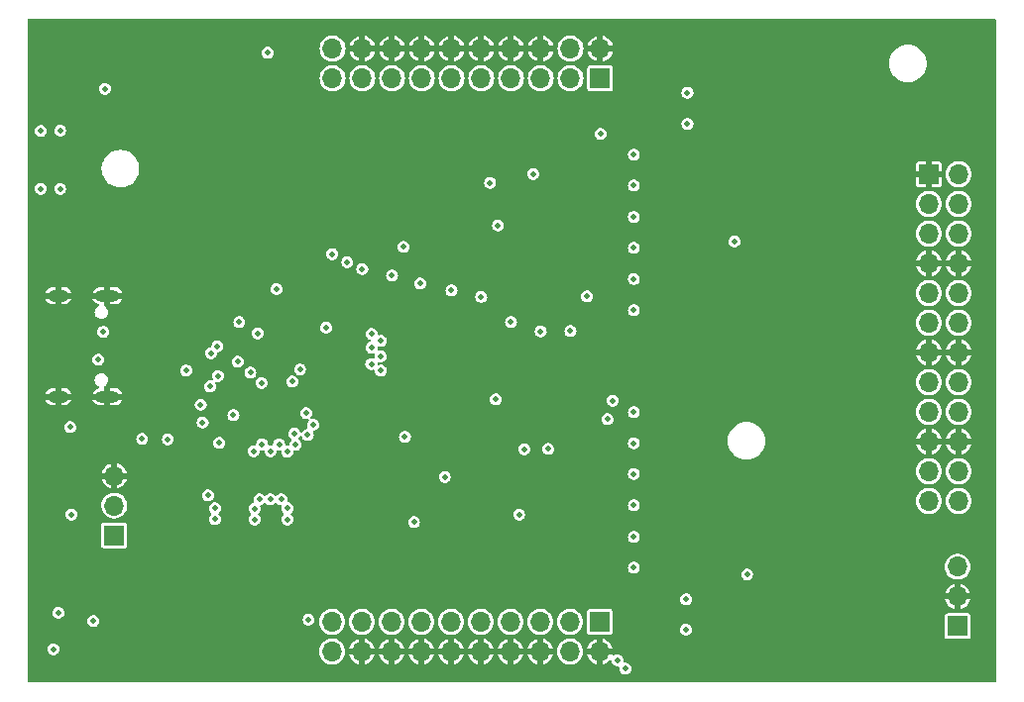
<source format=gbr>
%TF.GenerationSoftware,KiCad,Pcbnew,7.0.7*%
%TF.CreationDate,2023-10-22T12:37:57-05:00*%
%TF.ProjectId,state mode logic analyzer,73746174-6520-46d6-9f64-65206c6f6769,1*%
%TF.SameCoordinates,Original*%
%TF.FileFunction,Copper,L2,Inr*%
%TF.FilePolarity,Positive*%
%FSLAX46Y46*%
G04 Gerber Fmt 4.6, Leading zero omitted, Abs format (unit mm)*
G04 Created by KiCad (PCBNEW 7.0.7) date 2023-10-22 12:37:57*
%MOMM*%
%LPD*%
G01*
G04 APERTURE LIST*
%TA.AperFunction,ComponentPad*%
%ADD10R,1.700000X1.700000*%
%TD*%
%TA.AperFunction,ComponentPad*%
%ADD11O,1.700000X1.700000*%
%TD*%
%TA.AperFunction,ComponentPad*%
%ADD12O,2.100000X1.000000*%
%TD*%
%TA.AperFunction,ComponentPad*%
%ADD13O,1.800000X1.000000*%
%TD*%
%TA.AperFunction,ViaPad*%
%ADD14C,0.508000*%
%TD*%
G04 APERTURE END LIST*
D10*
%TO.N,+5V*%
%TO.C,J6*%
X143000000Y-82100000D03*
D11*
%TO.N,GND*%
X143000000Y-79560000D03*
%TO.N,+3V3*%
X143000000Y-77020000D03*
%TD*%
D12*
%TO.N,GND*%
%TO.C,J1*%
X70380000Y-53830000D03*
D13*
X66200000Y-53830000D03*
D12*
X70380000Y-62470000D03*
D13*
X66200000Y-62470000D03*
%TD*%
D10*
%TO.N,GND*%
%TO.C,J5*%
X140550000Y-43450000D03*
D11*
%TO.N,/IN_CLK*%
X143090000Y-43450000D03*
%TO.N,/IN01*%
X140550000Y-45990000D03*
%TO.N,/IN00*%
X143090000Y-45990000D03*
%TO.N,/IN03*%
X140550000Y-48530000D03*
%TO.N,/IN02*%
X143090000Y-48530000D03*
%TO.N,GND*%
X140550000Y-51070000D03*
X143090000Y-51070000D03*
%TO.N,/IN05*%
X140550000Y-53610000D03*
%TO.N,/IN04*%
X143090000Y-53610000D03*
%TO.N,/IN07*%
X140550000Y-56150000D03*
%TO.N,/IN06*%
X143090000Y-56150000D03*
%TO.N,GND*%
X140550000Y-58690000D03*
X143090000Y-58690000D03*
%TO.N,/IN09*%
X140550000Y-61230000D03*
%TO.N,/IN08*%
X143090000Y-61230000D03*
%TO.N,/IN11*%
X140550000Y-63770000D03*
%TO.N,/IN10*%
X143090000Y-63770000D03*
%TO.N,GND*%
X140550000Y-66310000D03*
X143090000Y-66310000D03*
%TO.N,/IN13*%
X140550000Y-68850000D03*
%TO.N,/IN12*%
X143090000Y-68850000D03*
%TO.N,/IN15*%
X140550000Y-71390000D03*
%TO.N,/IN14*%
X143090000Y-71390000D03*
%TD*%
D10*
%TO.N,/CLK*%
%TO.C,J3*%
X112450000Y-81725000D03*
D11*
%TO.N,GND*%
X112450000Y-84265000D03*
%TO.N,/TS0*%
X109910000Y-81725000D03*
%TO.N,/LA_Enable*%
X109910000Y-84265000D03*
%TO.N,/TS1*%
X107370000Y-81725000D03*
%TO.N,GND*%
X107370000Y-84265000D03*
%TO.N,/TS2*%
X104830000Y-81725000D03*
%TO.N,GND*%
X104830000Y-84265000D03*
%TO.N,/TS3*%
X102290000Y-81725000D03*
%TO.N,GND*%
X102290000Y-84265000D03*
%TO.N,/TS4*%
X99750000Y-81725000D03*
%TO.N,GND*%
X99750000Y-84265000D03*
%TO.N,/TS5*%
X97210000Y-81725000D03*
%TO.N,GND*%
X97210000Y-84265000D03*
%TO.N,/TS6*%
X94670000Y-81725000D03*
%TO.N,GND*%
X94670000Y-84265000D03*
%TO.N,/TS7*%
X92130000Y-81725000D03*
%TO.N,GND*%
X92130000Y-84265000D03*
%TO.N,/SCL*%
X89590000Y-81725000D03*
%TO.N,/SDA*%
X89590000Y-84265000D03*
%TD*%
D10*
%TO.N,+5V*%
%TO.C,J2*%
X70975000Y-74325000D03*
D11*
%TO.N,/VBUS*%
X70975000Y-71785000D03*
%TO.N,GND*%
X70975000Y-69245000D03*
%TD*%
D10*
%TO.N,/CLK*%
%TO.C,J4*%
X112475000Y-35250000D03*
D11*
%TO.N,GND*%
X112475000Y-32710000D03*
%TO.N,/TS0*%
X109935000Y-35250000D03*
%TO.N,/LA_Enable*%
X109935000Y-32710000D03*
%TO.N,/TS1*%
X107395000Y-35250000D03*
%TO.N,GND*%
X107395000Y-32710000D03*
%TO.N,/TS2*%
X104855000Y-35250000D03*
%TO.N,GND*%
X104855000Y-32710000D03*
%TO.N,/TS3*%
X102315000Y-35250000D03*
%TO.N,GND*%
X102315000Y-32710000D03*
%TO.N,/TS4*%
X99775000Y-35250000D03*
%TO.N,GND*%
X99775000Y-32710000D03*
%TO.N,/TS5*%
X97235000Y-35250000D03*
%TO.N,GND*%
X97235000Y-32710000D03*
%TO.N,/TS6*%
X94695000Y-35250000D03*
%TO.N,GND*%
X94695000Y-32710000D03*
%TO.N,/TS7*%
X92155000Y-35250000D03*
%TO.N,GND*%
X92155000Y-32710000D03*
%TO.N,/SCL*%
X89615000Y-35250000D03*
%TO.N,/SDA*%
X89615000Y-32710000D03*
%TD*%
D14*
%TO.N,GND*%
X81375000Y-53300000D03*
X76625000Y-74475000D03*
X78825000Y-36750000D03*
X76250000Y-69250000D03*
X95450000Y-70050000D03*
X114250000Y-41500000D03*
X127900000Y-41925000D03*
X76625000Y-76325000D03*
X73950000Y-72875000D03*
X67400000Y-84100000D03*
X86250000Y-59250000D03*
X84825000Y-60650000D03*
X126025000Y-83950000D03*
X64750000Y-79925000D03*
X75800000Y-77925000D03*
X137900000Y-78075000D03*
X75800000Y-72850000D03*
X76625000Y-77250000D03*
X91525000Y-70700000D03*
X122225000Y-78800000D03*
X123675000Y-82400000D03*
X67825000Y-36800000D03*
X126025000Y-80925000D03*
X72425000Y-84100000D03*
X128325000Y-82375000D03*
X125100000Y-38500000D03*
X85900000Y-74500000D03*
X85875000Y-75600000D03*
X65100000Y-75850000D03*
X127925000Y-69575000D03*
X95525000Y-41950000D03*
X103825000Y-67825000D03*
X101200000Y-44175000D03*
X74875000Y-77925000D03*
X77400000Y-84100000D03*
X125100000Y-35400000D03*
X76625000Y-73550000D03*
X98350000Y-61650000D03*
X127350000Y-37100000D03*
X84825000Y-57850000D03*
X65050000Y-68150000D03*
X78375000Y-59475000D03*
X122800000Y-37075000D03*
X86075000Y-57175000D03*
X103775000Y-52325000D03*
X106475000Y-47675000D03*
X73950000Y-77925000D03*
X73375000Y-36825000D03*
X76625000Y-75400000D03*
X104450000Y-40825000D03*
X74875000Y-72850000D03*
X83425000Y-59250000D03*
X93625000Y-49425000D03*
X122225000Y-51350000D03*
X137900000Y-81125000D03*
X90250000Y-64550000D03*
X71850000Y-54900000D03*
X100900000Y-61650000D03*
X82325000Y-68200000D03*
X72000000Y-62125000D03*
X111375000Y-52600000D03*
X90250000Y-70050000D03*
%TO.N,+5V*%
X65775000Y-84075000D03*
%TO.N,+3V3*%
X69175000Y-81650000D03*
X87575000Y-81550000D03*
X83208521Y-57058896D03*
X106743000Y-43426943D03*
X64700000Y-44700000D03*
X83375000Y-71250000D03*
X105550000Y-72550000D03*
X95675000Y-49675000D03*
X89075000Y-56575000D03*
X123950000Y-49200000D03*
X95800000Y-65900000D03*
X99200000Y-69325000D03*
X73350000Y-66100000D03*
X103750000Y-47850000D03*
X83550000Y-61300000D03*
X79225000Y-58750000D03*
X64700000Y-39750000D03*
X79575000Y-72025000D03*
X84075000Y-33075000D03*
X111350000Y-53900000D03*
X85750000Y-72975000D03*
X86175000Y-61175000D03*
X103550000Y-62700000D03*
X79575000Y-72950000D03*
X103075000Y-44200000D03*
X82950000Y-72975000D03*
X66350000Y-44700000D03*
X96575000Y-73200000D03*
X85775000Y-72025000D03*
X84300000Y-71250000D03*
X125025000Y-77675000D03*
X66350000Y-39725000D03*
X82950000Y-72050000D03*
X84825000Y-53275000D03*
X85250000Y-71250000D03*
%TO.N,+1V1*%
X81650000Y-56100000D03*
X66200000Y-80950000D03*
X86838622Y-60138622D03*
%TO.N,Net-(J1-CC1)*%
X70025000Y-56925000D03*
%TO.N,Net-(J1-CC2)*%
X69600000Y-59300000D03*
%TO.N,/SDA*%
X90875000Y-50974996D03*
X81525000Y-59475000D03*
%TO.N,/SCL*%
X79825000Y-60700000D03*
X89600000Y-50275000D03*
%TO.N,Net-(R10-Pad2)*%
X67200000Y-65075000D03*
X78975000Y-70925000D03*
%TO.N,/CNT_RESET*%
X114625000Y-85725000D03*
X106000000Y-66975000D03*
X70175000Y-36150000D03*
X113550000Y-62825000D03*
X78357900Y-63175000D03*
%TO.N,/TS0*%
X109935000Y-56875000D03*
%TO.N,/TS1*%
X107395000Y-56900000D03*
%TO.N,/TS2*%
X104855000Y-56108200D03*
%TO.N,/TS3*%
X102315000Y-53950006D03*
%TO.N,/TS4*%
X99774990Y-53400000D03*
%TO.N,/TS5*%
X97100000Y-52800000D03*
%TO.N,/TS6*%
X94695000Y-52125000D03*
%TO.N,/TS7*%
X92155000Y-51575004D03*
%TO.N,/CNT_CLK*%
X108050000Y-66950000D03*
X113100000Y-64400000D03*
X79150000Y-61600000D03*
X113950000Y-85025000D03*
%TO.N,/CLK*%
X81150000Y-64050000D03*
X112500000Y-40000000D03*
%TO.N,/LA_Enable*%
X78525000Y-64700000D03*
%TO.N,Net-(U1-QSPI_SD2)*%
X79938114Y-66440089D03*
X82600000Y-60425000D03*
%TO.N,/BUF00*%
X119925000Y-36475000D03*
X92950000Y-57100000D03*
%TO.N,/BUF01*%
X93750000Y-57700000D03*
X119925000Y-39150000D03*
%TO.N,/BUF02*%
X115350000Y-41775000D03*
X92949996Y-58275000D03*
%TO.N,/BUF03*%
X115350000Y-44425000D03*
X93750000Y-59025000D03*
%TO.N,/BUF04*%
X92925000Y-59675000D03*
X115350000Y-47100000D03*
%TO.N,/BUF05*%
X93750000Y-60250000D03*
X115350000Y-49750000D03*
%TO.N,/BUF06*%
X87350000Y-63875000D03*
X115350000Y-52425000D03*
%TO.N,/BUF07*%
X115350000Y-55075000D03*
X87950000Y-64875000D03*
%TO.N,/BUF08*%
X115350000Y-63800000D03*
X87500004Y-65750000D03*
%TO.N,/BUF09*%
X115350000Y-66450000D03*
X86375000Y-65625000D03*
%TO.N,/BUF10*%
X86450000Y-66575000D03*
X115350000Y-69100000D03*
%TO.N,/BUF11*%
X85750000Y-67175000D03*
X115350000Y-71775000D03*
%TO.N,/BUF12*%
X85050000Y-66550000D03*
X115350000Y-74475000D03*
%TO.N,/BUF13*%
X115350000Y-77100000D03*
X84325000Y-67125000D03*
%TO.N,/BUF14*%
X83600000Y-66550000D03*
X119825000Y-79800000D03*
%TO.N,/BUF15*%
X119800000Y-82400000D03*
X82875000Y-67125000D03*
%TO.N,/Run*%
X75550000Y-66125000D03*
X67325000Y-72550000D03*
%TO.N,/~{CS}*%
X79791692Y-58170658D03*
X77125000Y-60225000D03*
%TD*%
%TA.AperFunction,Conductor*%
%TO.N,GND*%
G36*
X146283031Y-30219713D02*
G01*
X146319576Y-30270013D01*
X146324500Y-30301100D01*
X146324500Y-86798900D01*
X146305287Y-86858031D01*
X146254987Y-86894576D01*
X146223900Y-86899500D01*
X63651100Y-86899500D01*
X63591969Y-86880287D01*
X63555424Y-86829987D01*
X63550500Y-86798900D01*
X63550500Y-84075000D01*
X65261271Y-84075000D01*
X65282080Y-84219733D01*
X65342822Y-84352740D01*
X65342823Y-84352741D01*
X65342824Y-84352743D01*
X65438579Y-84463250D01*
X65561589Y-84542304D01*
X65701889Y-84583500D01*
X65848111Y-84583500D01*
X65988411Y-84542304D01*
X66111421Y-84463250D01*
X66207176Y-84352743D01*
X66247247Y-84264999D01*
X88480768Y-84264999D01*
X88499654Y-84468816D01*
X88499654Y-84468817D01*
X88555672Y-84665703D01*
X88555673Y-84665704D01*
X88646909Y-84848930D01*
X88646910Y-84848931D01*
X88646912Y-84848935D01*
X88747650Y-84982334D01*
X88770268Y-85012285D01*
X88921528Y-85150178D01*
X88921532Y-85150181D01*
X88921538Y-85150186D01*
X89095573Y-85257944D01*
X89286444Y-85331888D01*
X89312454Y-85336750D01*
X89487651Y-85369500D01*
X89487653Y-85369500D01*
X89692348Y-85369500D01*
X89768261Y-85355309D01*
X89893556Y-85331888D01*
X90084427Y-85257944D01*
X90258462Y-85150186D01*
X90409732Y-85012285D01*
X90533088Y-84848935D01*
X90624328Y-84665701D01*
X90666068Y-84519000D01*
X91054452Y-84519000D01*
X91096140Y-84665520D01*
X91187334Y-84848662D01*
X91187337Y-84848667D01*
X91310639Y-85011947D01*
X91461839Y-85149785D01*
X91461843Y-85149788D01*
X91635798Y-85257494D01*
X91826586Y-85331406D01*
X91875999Y-85340642D01*
X91876000Y-85340641D01*
X91876000Y-84849720D01*
X91895213Y-84790589D01*
X91945513Y-84754044D01*
X91990913Y-84750144D01*
X92094237Y-84765000D01*
X92094239Y-84765000D01*
X92165761Y-84765000D01*
X92165763Y-84765000D01*
X92269085Y-84750144D01*
X92330346Y-84760746D01*
X92373678Y-84805333D01*
X92384000Y-84849720D01*
X92384000Y-85340642D01*
X92433413Y-85331406D01*
X92624201Y-85257494D01*
X92798156Y-85149788D01*
X92798160Y-85149785D01*
X92949360Y-85011947D01*
X93072662Y-84848667D01*
X93072665Y-84848662D01*
X93163859Y-84665520D01*
X93205548Y-84519000D01*
X93594452Y-84519000D01*
X93636140Y-84665520D01*
X93727334Y-84848662D01*
X93727337Y-84848667D01*
X93850639Y-85011947D01*
X94001839Y-85149785D01*
X94001843Y-85149788D01*
X94175798Y-85257494D01*
X94366586Y-85331406D01*
X94415999Y-85340642D01*
X94416000Y-85340641D01*
X94416000Y-84849720D01*
X94435213Y-84790589D01*
X94485513Y-84754044D01*
X94530913Y-84750144D01*
X94634237Y-84765000D01*
X94634239Y-84765000D01*
X94705761Y-84765000D01*
X94705763Y-84765000D01*
X94809085Y-84750144D01*
X94870346Y-84760746D01*
X94913678Y-84805333D01*
X94924000Y-84849720D01*
X94924000Y-85340642D01*
X94973413Y-85331406D01*
X95164201Y-85257494D01*
X95338156Y-85149788D01*
X95338160Y-85149785D01*
X95489360Y-85011947D01*
X95612662Y-84848667D01*
X95612665Y-84848662D01*
X95703859Y-84665520D01*
X95745548Y-84519000D01*
X96134452Y-84519000D01*
X96176140Y-84665520D01*
X96267334Y-84848662D01*
X96267337Y-84848667D01*
X96390639Y-85011947D01*
X96541839Y-85149785D01*
X96541843Y-85149788D01*
X96715798Y-85257494D01*
X96906586Y-85331406D01*
X96955999Y-85340642D01*
X96956000Y-85340641D01*
X96956000Y-84849720D01*
X96975213Y-84790589D01*
X97025513Y-84754044D01*
X97070913Y-84750144D01*
X97174237Y-84765000D01*
X97174239Y-84765000D01*
X97245761Y-84765000D01*
X97245763Y-84765000D01*
X97349085Y-84750144D01*
X97410346Y-84760746D01*
X97453678Y-84805333D01*
X97464000Y-84849720D01*
X97464000Y-85340642D01*
X97513413Y-85331406D01*
X97704201Y-85257494D01*
X97878156Y-85149788D01*
X97878160Y-85149785D01*
X98029360Y-85011947D01*
X98152662Y-84848667D01*
X98152665Y-84848662D01*
X98243859Y-84665520D01*
X98285548Y-84519000D01*
X98674452Y-84519000D01*
X98716140Y-84665520D01*
X98807334Y-84848662D01*
X98807337Y-84848667D01*
X98930639Y-85011947D01*
X99081839Y-85149785D01*
X99081843Y-85149788D01*
X99255798Y-85257494D01*
X99446586Y-85331406D01*
X99495999Y-85340642D01*
X99496000Y-85340641D01*
X99496000Y-84849720D01*
X99515213Y-84790589D01*
X99565513Y-84754044D01*
X99610913Y-84750144D01*
X99714237Y-84765000D01*
X99714239Y-84765000D01*
X99785761Y-84765000D01*
X99785763Y-84765000D01*
X99889085Y-84750144D01*
X99950346Y-84760746D01*
X99993678Y-84805333D01*
X100004000Y-84849720D01*
X100004000Y-85340642D01*
X100053413Y-85331406D01*
X100244201Y-85257494D01*
X100418156Y-85149788D01*
X100418160Y-85149785D01*
X100569360Y-85011947D01*
X100692662Y-84848667D01*
X100692665Y-84848662D01*
X100783859Y-84665520D01*
X100825548Y-84519000D01*
X101214452Y-84519000D01*
X101256140Y-84665520D01*
X101347334Y-84848662D01*
X101347337Y-84848667D01*
X101470639Y-85011947D01*
X101621839Y-85149785D01*
X101621843Y-85149788D01*
X101795798Y-85257494D01*
X101986586Y-85331406D01*
X102035999Y-85340642D01*
X102036000Y-85340641D01*
X102036000Y-84849720D01*
X102055213Y-84790589D01*
X102105513Y-84754044D01*
X102150913Y-84750144D01*
X102254237Y-84765000D01*
X102254239Y-84765000D01*
X102325761Y-84765000D01*
X102325763Y-84765000D01*
X102429085Y-84750144D01*
X102490346Y-84760746D01*
X102533678Y-84805333D01*
X102544000Y-84849720D01*
X102544000Y-85340642D01*
X102593413Y-85331406D01*
X102784201Y-85257494D01*
X102958156Y-85149788D01*
X102958160Y-85149785D01*
X103109360Y-85011947D01*
X103232662Y-84848667D01*
X103232665Y-84848662D01*
X103323859Y-84665520D01*
X103365548Y-84519000D01*
X103754452Y-84519000D01*
X103796140Y-84665520D01*
X103887334Y-84848662D01*
X103887337Y-84848667D01*
X104010639Y-85011947D01*
X104161839Y-85149785D01*
X104161843Y-85149788D01*
X104335798Y-85257494D01*
X104526586Y-85331406D01*
X104575999Y-85340642D01*
X104576000Y-85340641D01*
X104576000Y-84849720D01*
X104595213Y-84790589D01*
X104645513Y-84754044D01*
X104690913Y-84750144D01*
X104794237Y-84765000D01*
X104794239Y-84765000D01*
X104865761Y-84765000D01*
X104865763Y-84765000D01*
X104969085Y-84750144D01*
X105030346Y-84760746D01*
X105073678Y-84805333D01*
X105084000Y-84849720D01*
X105084000Y-85340642D01*
X105133413Y-85331406D01*
X105324201Y-85257494D01*
X105498156Y-85149788D01*
X105498160Y-85149785D01*
X105649360Y-85011947D01*
X105772662Y-84848667D01*
X105772665Y-84848662D01*
X105863859Y-84665520D01*
X105905548Y-84519000D01*
X106294452Y-84519000D01*
X106336140Y-84665520D01*
X106427334Y-84848662D01*
X106427337Y-84848667D01*
X106550639Y-85011947D01*
X106701839Y-85149785D01*
X106701843Y-85149788D01*
X106875798Y-85257494D01*
X107066586Y-85331406D01*
X107115999Y-85340642D01*
X107116000Y-85340641D01*
X107116000Y-84849720D01*
X107135213Y-84790589D01*
X107185513Y-84754044D01*
X107230913Y-84750144D01*
X107334237Y-84765000D01*
X107334239Y-84765000D01*
X107405761Y-84765000D01*
X107405763Y-84765000D01*
X107509085Y-84750144D01*
X107570346Y-84760746D01*
X107613678Y-84805333D01*
X107624000Y-84849720D01*
X107624000Y-85340642D01*
X107673413Y-85331406D01*
X107864201Y-85257494D01*
X108038156Y-85149788D01*
X108038160Y-85149785D01*
X108189360Y-85011947D01*
X108312662Y-84848667D01*
X108312665Y-84848662D01*
X108403859Y-84665520D01*
X108445548Y-84519000D01*
X107950913Y-84519000D01*
X107891782Y-84499787D01*
X107855237Y-84449487D01*
X107854388Y-84390058D01*
X107870000Y-84336889D01*
X107870000Y-84264999D01*
X108800768Y-84264999D01*
X108819654Y-84468816D01*
X108819654Y-84468817D01*
X108875672Y-84665703D01*
X108875673Y-84665704D01*
X108966909Y-84848930D01*
X108966910Y-84848931D01*
X108966912Y-84848935D01*
X109067650Y-84982334D01*
X109090268Y-85012285D01*
X109241528Y-85150178D01*
X109241532Y-85150181D01*
X109241538Y-85150186D01*
X109415573Y-85257944D01*
X109606444Y-85331888D01*
X109632454Y-85336750D01*
X109807651Y-85369500D01*
X109807653Y-85369500D01*
X110012348Y-85369500D01*
X110088261Y-85355309D01*
X110213556Y-85331888D01*
X110404427Y-85257944D01*
X110578462Y-85150186D01*
X110729732Y-85012285D01*
X110853088Y-84848935D01*
X110944328Y-84665701D01*
X110986068Y-84519000D01*
X111374452Y-84519000D01*
X111416140Y-84665520D01*
X111507334Y-84848662D01*
X111507337Y-84848667D01*
X111630639Y-85011947D01*
X111781839Y-85149785D01*
X111781843Y-85149788D01*
X111955798Y-85257494D01*
X112146586Y-85331406D01*
X112195999Y-85340642D01*
X112195999Y-84849720D01*
X112215212Y-84790589D01*
X112265512Y-84754044D01*
X112310913Y-84750144D01*
X112414237Y-84765000D01*
X112414239Y-84765000D01*
X112485761Y-84765000D01*
X112485763Y-84765000D01*
X112589085Y-84750144D01*
X112650346Y-84760746D01*
X112693678Y-84805333D01*
X112704000Y-84849720D01*
X112704000Y-85340642D01*
X112753413Y-85331406D01*
X112944201Y-85257494D01*
X113118156Y-85149788D01*
X113118160Y-85149785D01*
X113272798Y-85008814D01*
X113273836Y-85009953D01*
X113322339Y-84982334D01*
X113384132Y-84989202D01*
X113430088Y-85031080D01*
X113442243Y-85066541D01*
X113457081Y-85169734D01*
X113517822Y-85302740D01*
X113517823Y-85302741D01*
X113517824Y-85302743D01*
X113613579Y-85413250D01*
X113736589Y-85492304D01*
X113876889Y-85533500D01*
X114022706Y-85533500D01*
X114081837Y-85552713D01*
X114118382Y-85603013D01*
X114122282Y-85648417D01*
X114111271Y-85724999D01*
X114111270Y-85724999D01*
X114132080Y-85869733D01*
X114192822Y-86002740D01*
X114192823Y-86002741D01*
X114192824Y-86002743D01*
X114288579Y-86113250D01*
X114411589Y-86192304D01*
X114551889Y-86233500D01*
X114698111Y-86233500D01*
X114838411Y-86192304D01*
X114961421Y-86113250D01*
X115057176Y-86002743D01*
X115117919Y-85869734D01*
X115138729Y-85725000D01*
X115117919Y-85580266D01*
X115057176Y-85447257D01*
X114976174Y-85353775D01*
X114961422Y-85336751D01*
X114961421Y-85336750D01*
X114850923Y-85265737D01*
X114838410Y-85257695D01*
X114698111Y-85216500D01*
X114552294Y-85216500D01*
X114493163Y-85197287D01*
X114456618Y-85146987D01*
X114452718Y-85101583D01*
X114457756Y-85066541D01*
X114463729Y-85025000D01*
X114442919Y-84880266D01*
X114385276Y-84754044D01*
X114382177Y-84747259D01*
X114382176Y-84747258D01*
X114382176Y-84747257D01*
X114286421Y-84636750D01*
X114200620Y-84581609D01*
X114163410Y-84557695D01*
X114023111Y-84516500D01*
X113876889Y-84516500D01*
X113736590Y-84557695D01*
X113736589Y-84557695D01*
X113688875Y-84588360D01*
X113628743Y-84604166D01*
X113570805Y-84581609D01*
X113556088Y-84558709D01*
X113555736Y-84558975D01*
X113525548Y-84519000D01*
X113030913Y-84519000D01*
X112971782Y-84499787D01*
X112935237Y-84449487D01*
X112934388Y-84390058D01*
X112950000Y-84336889D01*
X112950000Y-84193111D01*
X112934388Y-84139941D01*
X112936163Y-84077794D01*
X112974130Y-84028558D01*
X113030913Y-84011000D01*
X113525548Y-84011000D01*
X113483859Y-83864479D01*
X113392665Y-83681337D01*
X113392662Y-83681332D01*
X113269360Y-83518052D01*
X113118160Y-83380214D01*
X113118156Y-83380211D01*
X112944201Y-83272505D01*
X112753419Y-83198595D01*
X112703999Y-83189357D01*
X112704000Y-83680279D01*
X112684787Y-83739410D01*
X112634487Y-83775955D01*
X112589084Y-83779855D01*
X112510855Y-83768607D01*
X112485763Y-83765000D01*
X112414237Y-83765000D01*
X112394047Y-83767902D01*
X112310915Y-83779855D01*
X112249652Y-83769253D01*
X112206320Y-83724665D01*
X112195999Y-83680279D01*
X112195999Y-83189357D01*
X112146580Y-83198595D01*
X111955798Y-83272505D01*
X111781843Y-83380211D01*
X111781839Y-83380214D01*
X111630639Y-83518052D01*
X111507337Y-83681332D01*
X111507334Y-83681337D01*
X111416140Y-83864479D01*
X111374452Y-84011000D01*
X111869087Y-84011000D01*
X111928218Y-84030213D01*
X111964763Y-84080513D01*
X111965611Y-84139941D01*
X111950000Y-84193111D01*
X111950000Y-84336889D01*
X111965611Y-84390058D01*
X111963837Y-84452206D01*
X111925870Y-84501442D01*
X111869087Y-84519000D01*
X111374452Y-84519000D01*
X110986068Y-84519000D01*
X111000345Y-84468821D01*
X111019232Y-84265000D01*
X111000345Y-84061179D01*
X110944328Y-83864299D01*
X110853088Y-83681065D01*
X110729732Y-83517715D01*
X110729731Y-83517714D01*
X110578471Y-83379821D01*
X110578466Y-83379817D01*
X110578462Y-83379814D01*
X110404427Y-83272056D01*
X110404423Y-83272054D01*
X110213554Y-83198111D01*
X110213549Y-83198110D01*
X110012349Y-83160500D01*
X110012347Y-83160500D01*
X109807653Y-83160500D01*
X109807651Y-83160500D01*
X109606450Y-83198110D01*
X109606445Y-83198111D01*
X109415576Y-83272054D01*
X109415572Y-83272056D01*
X109307814Y-83338777D01*
X109241538Y-83379814D01*
X109241536Y-83379815D01*
X109241537Y-83379815D01*
X109241528Y-83379821D01*
X109090268Y-83517714D01*
X108966910Y-83681068D01*
X108966909Y-83681069D01*
X108875673Y-83864295D01*
X108875672Y-83864296D01*
X108819654Y-84061182D01*
X108819654Y-84061183D01*
X108800768Y-84264999D01*
X107870000Y-84264999D01*
X107870000Y-84193111D01*
X107854388Y-84139941D01*
X107856163Y-84077794D01*
X107894130Y-84028558D01*
X107950913Y-84011000D01*
X108445548Y-84011000D01*
X108403859Y-83864479D01*
X108312665Y-83681337D01*
X108312662Y-83681332D01*
X108189360Y-83518052D01*
X108038160Y-83380214D01*
X108038156Y-83380211D01*
X107864201Y-83272505D01*
X107673419Y-83198595D01*
X107624000Y-83189357D01*
X107624000Y-83680279D01*
X107604787Y-83739410D01*
X107554487Y-83775955D01*
X107509084Y-83779855D01*
X107430855Y-83768607D01*
X107405763Y-83765000D01*
X107334237Y-83765000D01*
X107309144Y-83768607D01*
X107230916Y-83779855D01*
X107169653Y-83769253D01*
X107126322Y-83724665D01*
X107116000Y-83680279D01*
X107116000Y-83189357D01*
X107066580Y-83198595D01*
X106875798Y-83272505D01*
X106701843Y-83380211D01*
X106701839Y-83380214D01*
X106550639Y-83518052D01*
X106427337Y-83681332D01*
X106427334Y-83681337D01*
X106336140Y-83864479D01*
X106294452Y-84011000D01*
X106789087Y-84011000D01*
X106848218Y-84030213D01*
X106884763Y-84080513D01*
X106885611Y-84139941D01*
X106870000Y-84193111D01*
X106870000Y-84336889D01*
X106885611Y-84390058D01*
X106883837Y-84452206D01*
X106845870Y-84501442D01*
X106789087Y-84519000D01*
X106294452Y-84519000D01*
X105905548Y-84519000D01*
X105410913Y-84519000D01*
X105351782Y-84499787D01*
X105315237Y-84449487D01*
X105314388Y-84390058D01*
X105330000Y-84336889D01*
X105330000Y-84193111D01*
X105314388Y-84139941D01*
X105316163Y-84077794D01*
X105354130Y-84028558D01*
X105410913Y-84011000D01*
X105905548Y-84011000D01*
X105863859Y-83864479D01*
X105772665Y-83681337D01*
X105772662Y-83681332D01*
X105649360Y-83518052D01*
X105498160Y-83380214D01*
X105498156Y-83380211D01*
X105324201Y-83272505D01*
X105133419Y-83198595D01*
X105084000Y-83189357D01*
X105084000Y-83680279D01*
X105064787Y-83739410D01*
X105014487Y-83775955D01*
X104969084Y-83779855D01*
X104890855Y-83768607D01*
X104865763Y-83765000D01*
X104794237Y-83765000D01*
X104769144Y-83768607D01*
X104690916Y-83779855D01*
X104629653Y-83769253D01*
X104586322Y-83724665D01*
X104576000Y-83680279D01*
X104576000Y-83189357D01*
X104526580Y-83198595D01*
X104335798Y-83272505D01*
X104161843Y-83380211D01*
X104161839Y-83380214D01*
X104010639Y-83518052D01*
X103887337Y-83681332D01*
X103887334Y-83681337D01*
X103796140Y-83864479D01*
X103754452Y-84011000D01*
X104249087Y-84011000D01*
X104308218Y-84030213D01*
X104344763Y-84080513D01*
X104345611Y-84139941D01*
X104330000Y-84193111D01*
X104330000Y-84336889D01*
X104345611Y-84390058D01*
X104343837Y-84452206D01*
X104305870Y-84501442D01*
X104249087Y-84519000D01*
X103754452Y-84519000D01*
X103365548Y-84519000D01*
X102870913Y-84519000D01*
X102811782Y-84499787D01*
X102775237Y-84449487D01*
X102774388Y-84390058D01*
X102790000Y-84336889D01*
X102790000Y-84193111D01*
X102774388Y-84139941D01*
X102776163Y-84077794D01*
X102814130Y-84028558D01*
X102870913Y-84011000D01*
X103365548Y-84011000D01*
X103323859Y-83864479D01*
X103232665Y-83681337D01*
X103232662Y-83681332D01*
X103109360Y-83518052D01*
X102958160Y-83380214D01*
X102958156Y-83380211D01*
X102784201Y-83272505D01*
X102593419Y-83198595D01*
X102544000Y-83189357D01*
X102544000Y-83680279D01*
X102524787Y-83739410D01*
X102474487Y-83775955D01*
X102429084Y-83779855D01*
X102350855Y-83768607D01*
X102325763Y-83765000D01*
X102254237Y-83765000D01*
X102229144Y-83768607D01*
X102150916Y-83779855D01*
X102089653Y-83769253D01*
X102046322Y-83724665D01*
X102036000Y-83680279D01*
X102036000Y-83189357D01*
X101986580Y-83198595D01*
X101795798Y-83272505D01*
X101621843Y-83380211D01*
X101621839Y-83380214D01*
X101470639Y-83518052D01*
X101347337Y-83681332D01*
X101347334Y-83681337D01*
X101256140Y-83864479D01*
X101214452Y-84011000D01*
X101709087Y-84011000D01*
X101768218Y-84030213D01*
X101804763Y-84080513D01*
X101805611Y-84139941D01*
X101790000Y-84193111D01*
X101790000Y-84336889D01*
X101805611Y-84390058D01*
X101803837Y-84452206D01*
X101765870Y-84501442D01*
X101709087Y-84519000D01*
X101214452Y-84519000D01*
X100825548Y-84519000D01*
X100330913Y-84519000D01*
X100271782Y-84499787D01*
X100235237Y-84449487D01*
X100234388Y-84390058D01*
X100250000Y-84336889D01*
X100250000Y-84193111D01*
X100234388Y-84139941D01*
X100236163Y-84077794D01*
X100274130Y-84028558D01*
X100330913Y-84011000D01*
X100825548Y-84011000D01*
X100783859Y-83864479D01*
X100692665Y-83681337D01*
X100692662Y-83681332D01*
X100569360Y-83518052D01*
X100418160Y-83380214D01*
X100418156Y-83380211D01*
X100244201Y-83272505D01*
X100053419Y-83198595D01*
X100004000Y-83189357D01*
X100004000Y-83680279D01*
X99984787Y-83739410D01*
X99934487Y-83775955D01*
X99889084Y-83779855D01*
X99810855Y-83768607D01*
X99785763Y-83765000D01*
X99714237Y-83765000D01*
X99689144Y-83768607D01*
X99610916Y-83779855D01*
X99549653Y-83769253D01*
X99506322Y-83724665D01*
X99496000Y-83680279D01*
X99496000Y-83189357D01*
X99446580Y-83198595D01*
X99255798Y-83272505D01*
X99081843Y-83380211D01*
X99081839Y-83380214D01*
X98930639Y-83518052D01*
X98807337Y-83681332D01*
X98807334Y-83681337D01*
X98716140Y-83864479D01*
X98674452Y-84011000D01*
X99169087Y-84011000D01*
X99228218Y-84030213D01*
X99264763Y-84080513D01*
X99265611Y-84139941D01*
X99250000Y-84193111D01*
X99250000Y-84336889D01*
X99265611Y-84390058D01*
X99263837Y-84452206D01*
X99225870Y-84501442D01*
X99169087Y-84519000D01*
X98674452Y-84519000D01*
X98285548Y-84519000D01*
X97790913Y-84519000D01*
X97731782Y-84499787D01*
X97695237Y-84449487D01*
X97694388Y-84390058D01*
X97710000Y-84336889D01*
X97710000Y-84193111D01*
X97694388Y-84139941D01*
X97696163Y-84077794D01*
X97734130Y-84028558D01*
X97790913Y-84011000D01*
X98285548Y-84011000D01*
X98243859Y-83864479D01*
X98152665Y-83681337D01*
X98152662Y-83681332D01*
X98029360Y-83518052D01*
X97878160Y-83380214D01*
X97878156Y-83380211D01*
X97704201Y-83272505D01*
X97513419Y-83198595D01*
X97464000Y-83189357D01*
X97464000Y-83680279D01*
X97444787Y-83739410D01*
X97394487Y-83775955D01*
X97349084Y-83779855D01*
X97270855Y-83768607D01*
X97245763Y-83765000D01*
X97174237Y-83765000D01*
X97149144Y-83768607D01*
X97070916Y-83779855D01*
X97009653Y-83769253D01*
X96966322Y-83724665D01*
X96956000Y-83680279D01*
X96956000Y-83189357D01*
X96906580Y-83198595D01*
X96715798Y-83272505D01*
X96541843Y-83380211D01*
X96541839Y-83380214D01*
X96390639Y-83518052D01*
X96267337Y-83681332D01*
X96267334Y-83681337D01*
X96176140Y-83864479D01*
X96134452Y-84011000D01*
X96629087Y-84011000D01*
X96688218Y-84030213D01*
X96724763Y-84080513D01*
X96725611Y-84139941D01*
X96710000Y-84193111D01*
X96710000Y-84336889D01*
X96725611Y-84390058D01*
X96723837Y-84452206D01*
X96685870Y-84501442D01*
X96629087Y-84519000D01*
X96134452Y-84519000D01*
X95745548Y-84519000D01*
X95250913Y-84519000D01*
X95191782Y-84499787D01*
X95155237Y-84449487D01*
X95154388Y-84390058D01*
X95170000Y-84336889D01*
X95170000Y-84193111D01*
X95154388Y-84139941D01*
X95156163Y-84077794D01*
X95194130Y-84028558D01*
X95250913Y-84011000D01*
X95745548Y-84011000D01*
X95703859Y-83864479D01*
X95612665Y-83681337D01*
X95612662Y-83681332D01*
X95489360Y-83518052D01*
X95338160Y-83380214D01*
X95338156Y-83380211D01*
X95164201Y-83272505D01*
X94973419Y-83198595D01*
X94924000Y-83189357D01*
X94924000Y-83680279D01*
X94904787Y-83739410D01*
X94854487Y-83775955D01*
X94809084Y-83779855D01*
X94730855Y-83768607D01*
X94705763Y-83765000D01*
X94634237Y-83765000D01*
X94609144Y-83768607D01*
X94530916Y-83779855D01*
X94469653Y-83769253D01*
X94426322Y-83724665D01*
X94416000Y-83680279D01*
X94416000Y-83189357D01*
X94366580Y-83198595D01*
X94175798Y-83272505D01*
X94001843Y-83380211D01*
X94001839Y-83380214D01*
X93850639Y-83518052D01*
X93727337Y-83681332D01*
X93727334Y-83681337D01*
X93636140Y-83864479D01*
X93594452Y-84011000D01*
X94089087Y-84011000D01*
X94148218Y-84030213D01*
X94184763Y-84080513D01*
X94185611Y-84139941D01*
X94170000Y-84193111D01*
X94170000Y-84336889D01*
X94185611Y-84390058D01*
X94183837Y-84452206D01*
X94145870Y-84501442D01*
X94089087Y-84519000D01*
X93594452Y-84519000D01*
X93205548Y-84519000D01*
X92710913Y-84519000D01*
X92651782Y-84499787D01*
X92615237Y-84449487D01*
X92614388Y-84390058D01*
X92630000Y-84336889D01*
X92630000Y-84193111D01*
X92614388Y-84139941D01*
X92616163Y-84077794D01*
X92654130Y-84028558D01*
X92710913Y-84011000D01*
X93205548Y-84011000D01*
X93163859Y-83864479D01*
X93072665Y-83681337D01*
X93072662Y-83681332D01*
X92949360Y-83518052D01*
X92798160Y-83380214D01*
X92798156Y-83380211D01*
X92624201Y-83272505D01*
X92433419Y-83198595D01*
X92384000Y-83189357D01*
X92384000Y-83680279D01*
X92364787Y-83739410D01*
X92314487Y-83775955D01*
X92269084Y-83779855D01*
X92190855Y-83768607D01*
X92165763Y-83765000D01*
X92094237Y-83765000D01*
X92069144Y-83768607D01*
X91990916Y-83779855D01*
X91929653Y-83769253D01*
X91886322Y-83724665D01*
X91876000Y-83680279D01*
X91876000Y-83189357D01*
X91826580Y-83198595D01*
X91635798Y-83272505D01*
X91461843Y-83380211D01*
X91461839Y-83380214D01*
X91310639Y-83518052D01*
X91187337Y-83681332D01*
X91187334Y-83681337D01*
X91096140Y-83864479D01*
X91054452Y-84011000D01*
X91549087Y-84011000D01*
X91608218Y-84030213D01*
X91644763Y-84080513D01*
X91645611Y-84139941D01*
X91630000Y-84193111D01*
X91630000Y-84336889D01*
X91645611Y-84390058D01*
X91643837Y-84452206D01*
X91605870Y-84501442D01*
X91549087Y-84519000D01*
X91054452Y-84519000D01*
X90666068Y-84519000D01*
X90680345Y-84468821D01*
X90699232Y-84265000D01*
X90680345Y-84061179D01*
X90624328Y-83864299D01*
X90533088Y-83681065D01*
X90409732Y-83517715D01*
X90409731Y-83517714D01*
X90258471Y-83379821D01*
X90258466Y-83379817D01*
X90258462Y-83379814D01*
X90084427Y-83272056D01*
X90084423Y-83272054D01*
X89893554Y-83198111D01*
X89893549Y-83198110D01*
X89692349Y-83160500D01*
X89692347Y-83160500D01*
X89487653Y-83160500D01*
X89487651Y-83160500D01*
X89286450Y-83198110D01*
X89286445Y-83198111D01*
X89095576Y-83272054D01*
X89095572Y-83272056D01*
X88987814Y-83338777D01*
X88921538Y-83379814D01*
X88921536Y-83379815D01*
X88921537Y-83379815D01*
X88921528Y-83379821D01*
X88770268Y-83517714D01*
X88646910Y-83681068D01*
X88646909Y-83681069D01*
X88555673Y-83864295D01*
X88555672Y-83864296D01*
X88499654Y-84061182D01*
X88499654Y-84061183D01*
X88480768Y-84264999D01*
X66247247Y-84264999D01*
X66267919Y-84219734D01*
X66288729Y-84075000D01*
X66267919Y-83930266D01*
X66207176Y-83797257D01*
X66111421Y-83686750D01*
X66049916Y-83647223D01*
X65988410Y-83607695D01*
X65848111Y-83566500D01*
X65701889Y-83566500D01*
X65561590Y-83607695D01*
X65561589Y-83607695D01*
X65438577Y-83686751D01*
X65342822Y-83797259D01*
X65282080Y-83930266D01*
X65261271Y-84075000D01*
X63550500Y-84075000D01*
X63550500Y-82975065D01*
X141895500Y-82975065D01*
X141910266Y-83049301D01*
X141910267Y-83049304D01*
X141966514Y-83133482D01*
X141966515Y-83133483D01*
X141966516Y-83133484D01*
X142050699Y-83189734D01*
X142124933Y-83204500D01*
X143875066Y-83204499D01*
X143949301Y-83189734D01*
X144033484Y-83133484D01*
X144089734Y-83049301D01*
X144104500Y-82975067D01*
X144104499Y-81224934D01*
X144089734Y-81150699D01*
X144089732Y-81150697D01*
X144089732Y-81150695D01*
X144033485Y-81066517D01*
X144033483Y-81066515D01*
X143949302Y-81010267D01*
X143949301Y-81010266D01*
X143949300Y-81010265D01*
X143949299Y-81010265D01*
X143893498Y-80999166D01*
X143875067Y-80995500D01*
X143875066Y-80995500D01*
X142124934Y-80995500D01*
X142050698Y-81010266D01*
X142050695Y-81010267D01*
X141966517Y-81066514D01*
X141966515Y-81066516D01*
X141910265Y-81150700D01*
X141895500Y-81224933D01*
X141895500Y-82975065D01*
X63550500Y-82975065D01*
X63550500Y-81649999D01*
X68661271Y-81649999D01*
X68682080Y-81794733D01*
X68742822Y-81927740D01*
X68742823Y-81927741D01*
X68742824Y-81927743D01*
X68838579Y-82038250D01*
X68961589Y-82117304D01*
X69101889Y-82158500D01*
X69248111Y-82158500D01*
X69388411Y-82117304D01*
X69511421Y-82038250D01*
X69607176Y-81927743D01*
X69667919Y-81794734D01*
X69688729Y-81650000D01*
X69674351Y-81550000D01*
X87061271Y-81550000D01*
X87082080Y-81694733D01*
X87142822Y-81827740D01*
X87142823Y-81827741D01*
X87142824Y-81827743D01*
X87198070Y-81891500D01*
X87233765Y-81932695D01*
X87238579Y-81938250D01*
X87361589Y-82017304D01*
X87501889Y-82058500D01*
X87648111Y-82058500D01*
X87788411Y-82017304D01*
X87911421Y-81938250D01*
X88007176Y-81827743D01*
X88054097Y-81724999D01*
X88480768Y-81724999D01*
X88499653Y-81928806D01*
X88499654Y-81928817D01*
X88555672Y-82125703D01*
X88555673Y-82125704D01*
X88646909Y-82308930D01*
X88646910Y-82308931D01*
X88646912Y-82308935D01*
X88715681Y-82400000D01*
X88770268Y-82472285D01*
X88921528Y-82610178D01*
X88921532Y-82610181D01*
X88921538Y-82610186D01*
X89095573Y-82717944D01*
X89286444Y-82791888D01*
X89335824Y-82801118D01*
X89487651Y-82829500D01*
X89487653Y-82829500D01*
X89692348Y-82829500D01*
X89771350Y-82814732D01*
X89893556Y-82791888D01*
X90084427Y-82717944D01*
X90258462Y-82610186D01*
X90409732Y-82472285D01*
X90533088Y-82308935D01*
X90624328Y-82125701D01*
X90680345Y-81928821D01*
X90680345Y-81928812D01*
X90680347Y-81928806D01*
X90689711Y-81827743D01*
X90699232Y-81725000D01*
X91020768Y-81725000D01*
X91039653Y-81928806D01*
X91039654Y-81928817D01*
X91095672Y-82125703D01*
X91095673Y-82125704D01*
X91186909Y-82308930D01*
X91186910Y-82308931D01*
X91186912Y-82308935D01*
X91255681Y-82400000D01*
X91310268Y-82472285D01*
X91461528Y-82610178D01*
X91461532Y-82610181D01*
X91461538Y-82610186D01*
X91635573Y-82717944D01*
X91826444Y-82791888D01*
X91875824Y-82801118D01*
X92027651Y-82829500D01*
X92027653Y-82829500D01*
X92232348Y-82829500D01*
X92311350Y-82814732D01*
X92433556Y-82791888D01*
X92624427Y-82717944D01*
X92798462Y-82610186D01*
X92949732Y-82472285D01*
X93073088Y-82308935D01*
X93164328Y-82125701D01*
X93220345Y-81928821D01*
X93220345Y-81928812D01*
X93220347Y-81928806D01*
X93229711Y-81827743D01*
X93239232Y-81725000D01*
X93560768Y-81725000D01*
X93579653Y-81928806D01*
X93579654Y-81928817D01*
X93635672Y-82125703D01*
X93635673Y-82125704D01*
X93726909Y-82308930D01*
X93726910Y-82308931D01*
X93726912Y-82308935D01*
X93795681Y-82400000D01*
X93850268Y-82472285D01*
X94001528Y-82610178D01*
X94001532Y-82610181D01*
X94001538Y-82610186D01*
X94175573Y-82717944D01*
X94366444Y-82791888D01*
X94415824Y-82801118D01*
X94567651Y-82829500D01*
X94567653Y-82829500D01*
X94772348Y-82829500D01*
X94851350Y-82814732D01*
X94973556Y-82791888D01*
X95164427Y-82717944D01*
X95338462Y-82610186D01*
X95489732Y-82472285D01*
X95613088Y-82308935D01*
X95704328Y-82125701D01*
X95760345Y-81928821D01*
X95760345Y-81928812D01*
X95760347Y-81928806D01*
X95769711Y-81827743D01*
X95779232Y-81725000D01*
X96100768Y-81725000D01*
X96119653Y-81928806D01*
X96119654Y-81928817D01*
X96175672Y-82125703D01*
X96175673Y-82125704D01*
X96266909Y-82308930D01*
X96266910Y-82308931D01*
X96266912Y-82308935D01*
X96335681Y-82400000D01*
X96390268Y-82472285D01*
X96541528Y-82610178D01*
X96541532Y-82610181D01*
X96541538Y-82610186D01*
X96715573Y-82717944D01*
X96906444Y-82791888D01*
X96955824Y-82801118D01*
X97107651Y-82829500D01*
X97107653Y-82829500D01*
X97312348Y-82829500D01*
X97391350Y-82814732D01*
X97513556Y-82791888D01*
X97704427Y-82717944D01*
X97878462Y-82610186D01*
X98029732Y-82472285D01*
X98153088Y-82308935D01*
X98244328Y-82125701D01*
X98300345Y-81928821D01*
X98300345Y-81928812D01*
X98300347Y-81928806D01*
X98309711Y-81827743D01*
X98319232Y-81725000D01*
X98319232Y-81724999D01*
X98640768Y-81724999D01*
X98659653Y-81928806D01*
X98659654Y-81928817D01*
X98715672Y-82125703D01*
X98715673Y-82125704D01*
X98806909Y-82308930D01*
X98806910Y-82308931D01*
X98806912Y-82308935D01*
X98875681Y-82400000D01*
X98930268Y-82472285D01*
X99081528Y-82610178D01*
X99081532Y-82610181D01*
X99081538Y-82610186D01*
X99255573Y-82717944D01*
X99446444Y-82791888D01*
X99495824Y-82801118D01*
X99647651Y-82829500D01*
X99647653Y-82829500D01*
X99852348Y-82829500D01*
X99931350Y-82814732D01*
X100053556Y-82791888D01*
X100244427Y-82717944D01*
X100418462Y-82610186D01*
X100569732Y-82472285D01*
X100693088Y-82308935D01*
X100784328Y-82125701D01*
X100840345Y-81928821D01*
X100840345Y-81928812D01*
X100840347Y-81928806D01*
X100849711Y-81827743D01*
X100859232Y-81725000D01*
X100859232Y-81724999D01*
X101180768Y-81724999D01*
X101199653Y-81928806D01*
X101199654Y-81928817D01*
X101255672Y-82125703D01*
X101255673Y-82125704D01*
X101346909Y-82308930D01*
X101346910Y-82308931D01*
X101346912Y-82308935D01*
X101415681Y-82400000D01*
X101470268Y-82472285D01*
X101621528Y-82610178D01*
X101621532Y-82610181D01*
X101621538Y-82610186D01*
X101795573Y-82717944D01*
X101986444Y-82791888D01*
X102035824Y-82801118D01*
X102187651Y-82829500D01*
X102187653Y-82829500D01*
X102392348Y-82829500D01*
X102471350Y-82814732D01*
X102593556Y-82791888D01*
X102784427Y-82717944D01*
X102958462Y-82610186D01*
X103109732Y-82472285D01*
X103233088Y-82308935D01*
X103324328Y-82125701D01*
X103380345Y-81928821D01*
X103380345Y-81928812D01*
X103380347Y-81928806D01*
X103389711Y-81827743D01*
X103399232Y-81725000D01*
X103720768Y-81725000D01*
X103739653Y-81928806D01*
X103739654Y-81928817D01*
X103795672Y-82125703D01*
X103795673Y-82125704D01*
X103886909Y-82308930D01*
X103886910Y-82308931D01*
X103886912Y-82308935D01*
X103955681Y-82400000D01*
X104010268Y-82472285D01*
X104161528Y-82610178D01*
X104161532Y-82610181D01*
X104161538Y-82610186D01*
X104335573Y-82717944D01*
X104526444Y-82791888D01*
X104575824Y-82801118D01*
X104727651Y-82829500D01*
X104727653Y-82829500D01*
X104932348Y-82829500D01*
X105011350Y-82814732D01*
X105133556Y-82791888D01*
X105324427Y-82717944D01*
X105498462Y-82610186D01*
X105649732Y-82472285D01*
X105773088Y-82308935D01*
X105864328Y-82125701D01*
X105920345Y-81928821D01*
X105920345Y-81928812D01*
X105920347Y-81928806D01*
X105929711Y-81827743D01*
X105939232Y-81725000D01*
X106260768Y-81725000D01*
X106279653Y-81928806D01*
X106279654Y-81928817D01*
X106335672Y-82125703D01*
X106335673Y-82125704D01*
X106426909Y-82308930D01*
X106426910Y-82308931D01*
X106426912Y-82308935D01*
X106495681Y-82400000D01*
X106550268Y-82472285D01*
X106701528Y-82610178D01*
X106701532Y-82610181D01*
X106701538Y-82610186D01*
X106875573Y-82717944D01*
X107066444Y-82791888D01*
X107115824Y-82801118D01*
X107267651Y-82829500D01*
X107267653Y-82829500D01*
X107472348Y-82829500D01*
X107551350Y-82814732D01*
X107673556Y-82791888D01*
X107864427Y-82717944D01*
X108038462Y-82610186D01*
X108189732Y-82472285D01*
X108313088Y-82308935D01*
X108404328Y-82125701D01*
X108460345Y-81928821D01*
X108460345Y-81928812D01*
X108460347Y-81928806D01*
X108469711Y-81827743D01*
X108479232Y-81725000D01*
X108479232Y-81724999D01*
X108800768Y-81724999D01*
X108819653Y-81928806D01*
X108819654Y-81928817D01*
X108875672Y-82125703D01*
X108875673Y-82125704D01*
X108966909Y-82308930D01*
X108966910Y-82308931D01*
X108966912Y-82308935D01*
X109035681Y-82400000D01*
X109090268Y-82472285D01*
X109241528Y-82610178D01*
X109241532Y-82610181D01*
X109241538Y-82610186D01*
X109415573Y-82717944D01*
X109606444Y-82791888D01*
X109655824Y-82801118D01*
X109807651Y-82829500D01*
X109807653Y-82829500D01*
X110012348Y-82829500D01*
X110091350Y-82814732D01*
X110213556Y-82791888D01*
X110404427Y-82717944D01*
X110578462Y-82610186D01*
X110589564Y-82600065D01*
X111345500Y-82600065D01*
X111360266Y-82674301D01*
X111360267Y-82674304D01*
X111416514Y-82758482D01*
X111416515Y-82758483D01*
X111416516Y-82758484D01*
X111500699Y-82814734D01*
X111574933Y-82829500D01*
X113325066Y-82829499D01*
X113399301Y-82814734D01*
X113483484Y-82758484D01*
X113539734Y-82674301D01*
X113554500Y-82600067D01*
X113554500Y-82400000D01*
X119286271Y-82400000D01*
X119307080Y-82544733D01*
X119367822Y-82677740D01*
X119367823Y-82677741D01*
X119367824Y-82677743D01*
X119463579Y-82788250D01*
X119586589Y-82867304D01*
X119726889Y-82908500D01*
X119873111Y-82908500D01*
X120013411Y-82867304D01*
X120136421Y-82788250D01*
X120232176Y-82677743D01*
X120292919Y-82544734D01*
X120313729Y-82400000D01*
X120292919Y-82255266D01*
X120232176Y-82122257D01*
X120136421Y-82011750D01*
X120074916Y-81972223D01*
X120013410Y-81932695D01*
X119873111Y-81891500D01*
X119726889Y-81891500D01*
X119586590Y-81932695D01*
X119586589Y-81932695D01*
X119463577Y-82011751D01*
X119367822Y-82122259D01*
X119307080Y-82255266D01*
X119286271Y-82400000D01*
X113554500Y-82400000D01*
X113554499Y-80849934D01*
X113539734Y-80775699D01*
X113539732Y-80775697D01*
X113539732Y-80775695D01*
X113483485Y-80691517D01*
X113483483Y-80691515D01*
X113433492Y-80658112D01*
X113399301Y-80635266D01*
X113399300Y-80635265D01*
X113399299Y-80635265D01*
X113343498Y-80624166D01*
X113325067Y-80620500D01*
X113325066Y-80620500D01*
X111574934Y-80620500D01*
X111500698Y-80635266D01*
X111500695Y-80635267D01*
X111416517Y-80691514D01*
X111416515Y-80691516D01*
X111360265Y-80775700D01*
X111345500Y-80849933D01*
X111345500Y-82600065D01*
X110589564Y-82600065D01*
X110729732Y-82472285D01*
X110853088Y-82308935D01*
X110944328Y-82125701D01*
X111000345Y-81928821D01*
X111000345Y-81928812D01*
X111000347Y-81928806D01*
X111009711Y-81827743D01*
X111019232Y-81725000D01*
X111000345Y-81521179D01*
X110944328Y-81324299D01*
X110853088Y-81141065D01*
X110729732Y-80977715D01*
X110699329Y-80949999D01*
X110578471Y-80839821D01*
X110578466Y-80839817D01*
X110578462Y-80839814D01*
X110404427Y-80732056D01*
X110404423Y-80732054D01*
X110213554Y-80658111D01*
X110213549Y-80658110D01*
X110012349Y-80620500D01*
X110012347Y-80620500D01*
X109807653Y-80620500D01*
X109807651Y-80620500D01*
X109606450Y-80658110D01*
X109606445Y-80658111D01*
X109415576Y-80732054D01*
X109415572Y-80732056D01*
X109307814Y-80798777D01*
X109241538Y-80839814D01*
X109241536Y-80839815D01*
X109241537Y-80839815D01*
X109241528Y-80839821D01*
X109090268Y-80977714D01*
X108966910Y-81141068D01*
X108966909Y-81141069D01*
X108875673Y-81324295D01*
X108875672Y-81324296D01*
X108819654Y-81521182D01*
X108819654Y-81521183D01*
X108800768Y-81724999D01*
X108479232Y-81724999D01*
X108460345Y-81521179D01*
X108404328Y-81324299D01*
X108313088Y-81141065D01*
X108189732Y-80977715D01*
X108159329Y-80949999D01*
X108038471Y-80839821D01*
X108038466Y-80839817D01*
X108038462Y-80839814D01*
X107864427Y-80732056D01*
X107864423Y-80732054D01*
X107673554Y-80658111D01*
X107673549Y-80658110D01*
X107472349Y-80620500D01*
X107472347Y-80620500D01*
X107267653Y-80620500D01*
X107267651Y-80620500D01*
X107066450Y-80658110D01*
X107066445Y-80658111D01*
X106875576Y-80732054D01*
X106875572Y-80732056D01*
X106767813Y-80798777D01*
X106701538Y-80839814D01*
X106701536Y-80839815D01*
X106701537Y-80839815D01*
X106701528Y-80839821D01*
X106550268Y-80977714D01*
X106426910Y-81141068D01*
X106426909Y-81141069D01*
X106335673Y-81324295D01*
X106335672Y-81324296D01*
X106279654Y-81521182D01*
X106279654Y-81521183D01*
X106260768Y-81725000D01*
X105939232Y-81725000D01*
X105920345Y-81521179D01*
X105864328Y-81324299D01*
X105773088Y-81141065D01*
X105649732Y-80977715D01*
X105619329Y-80949999D01*
X105498471Y-80839821D01*
X105498466Y-80839817D01*
X105498462Y-80839814D01*
X105324427Y-80732056D01*
X105324423Y-80732054D01*
X105133554Y-80658111D01*
X105133549Y-80658110D01*
X104932349Y-80620500D01*
X104932347Y-80620500D01*
X104727653Y-80620500D01*
X104727651Y-80620500D01*
X104526450Y-80658110D01*
X104526445Y-80658111D01*
X104335576Y-80732054D01*
X104335572Y-80732056D01*
X104227813Y-80798777D01*
X104161538Y-80839814D01*
X104161536Y-80839815D01*
X104161537Y-80839815D01*
X104161528Y-80839821D01*
X104010268Y-80977714D01*
X103886910Y-81141068D01*
X103886909Y-81141069D01*
X103795673Y-81324295D01*
X103795672Y-81324296D01*
X103739654Y-81521182D01*
X103739654Y-81521183D01*
X103720768Y-81725000D01*
X103399232Y-81725000D01*
X103380345Y-81521179D01*
X103324328Y-81324299D01*
X103233088Y-81141065D01*
X103109732Y-80977715D01*
X103079329Y-80949999D01*
X102958471Y-80839821D01*
X102958466Y-80839817D01*
X102958462Y-80839814D01*
X102784427Y-80732056D01*
X102784423Y-80732054D01*
X102593554Y-80658111D01*
X102593549Y-80658110D01*
X102392349Y-80620500D01*
X102392347Y-80620500D01*
X102187653Y-80620500D01*
X102187651Y-80620500D01*
X101986450Y-80658110D01*
X101986445Y-80658111D01*
X101795576Y-80732054D01*
X101795572Y-80732056D01*
X101687813Y-80798777D01*
X101621538Y-80839814D01*
X101621536Y-80839815D01*
X101621537Y-80839815D01*
X101621528Y-80839821D01*
X101470268Y-80977714D01*
X101346910Y-81141068D01*
X101346909Y-81141069D01*
X101255673Y-81324295D01*
X101255672Y-81324296D01*
X101199654Y-81521182D01*
X101199654Y-81521183D01*
X101180768Y-81724999D01*
X100859232Y-81724999D01*
X100840345Y-81521179D01*
X100784328Y-81324299D01*
X100693088Y-81141065D01*
X100569732Y-80977715D01*
X100539329Y-80949999D01*
X100418471Y-80839821D01*
X100418466Y-80839817D01*
X100418462Y-80839814D01*
X100244427Y-80732056D01*
X100244423Y-80732054D01*
X100053554Y-80658111D01*
X100053549Y-80658110D01*
X99852349Y-80620500D01*
X99852347Y-80620500D01*
X99647653Y-80620500D01*
X99647651Y-80620500D01*
X99446450Y-80658110D01*
X99446445Y-80658111D01*
X99255576Y-80732054D01*
X99255572Y-80732056D01*
X99147814Y-80798777D01*
X99081538Y-80839814D01*
X99081536Y-80839815D01*
X99081537Y-80839815D01*
X99081528Y-80839821D01*
X98930268Y-80977714D01*
X98806910Y-81141068D01*
X98806909Y-81141069D01*
X98715673Y-81324295D01*
X98715672Y-81324296D01*
X98659654Y-81521182D01*
X98659654Y-81521183D01*
X98640768Y-81724999D01*
X98319232Y-81724999D01*
X98300345Y-81521179D01*
X98244328Y-81324299D01*
X98153088Y-81141065D01*
X98029732Y-80977715D01*
X97999329Y-80949999D01*
X97878471Y-80839821D01*
X97878466Y-80839817D01*
X97878462Y-80839814D01*
X97704427Y-80732056D01*
X97704423Y-80732054D01*
X97513554Y-80658111D01*
X97513549Y-80658110D01*
X97312349Y-80620500D01*
X97312347Y-80620500D01*
X97107653Y-80620500D01*
X97107651Y-80620500D01*
X96906450Y-80658110D01*
X96906445Y-80658111D01*
X96715576Y-80732054D01*
X96715572Y-80732056D01*
X96607814Y-80798777D01*
X96541538Y-80839814D01*
X96541536Y-80839815D01*
X96541537Y-80839815D01*
X96541528Y-80839821D01*
X96390268Y-80977714D01*
X96266910Y-81141068D01*
X96266909Y-81141069D01*
X96175673Y-81324295D01*
X96175672Y-81324296D01*
X96119654Y-81521182D01*
X96119654Y-81521183D01*
X96100768Y-81725000D01*
X95779232Y-81725000D01*
X95760345Y-81521179D01*
X95704328Y-81324299D01*
X95613088Y-81141065D01*
X95489732Y-80977715D01*
X95459329Y-80949999D01*
X95338471Y-80839821D01*
X95338466Y-80839817D01*
X95338462Y-80839814D01*
X95164427Y-80732056D01*
X95164423Y-80732054D01*
X94973554Y-80658111D01*
X94973549Y-80658110D01*
X94772349Y-80620500D01*
X94772347Y-80620500D01*
X94567653Y-80620500D01*
X94567651Y-80620500D01*
X94366450Y-80658110D01*
X94366445Y-80658111D01*
X94175576Y-80732054D01*
X94175572Y-80732056D01*
X94067813Y-80798777D01*
X94001538Y-80839814D01*
X94001536Y-80839815D01*
X94001537Y-80839815D01*
X94001528Y-80839821D01*
X93850268Y-80977714D01*
X93726910Y-81141068D01*
X93726909Y-81141069D01*
X93635673Y-81324295D01*
X93635672Y-81324296D01*
X93579654Y-81521182D01*
X93579654Y-81521183D01*
X93560768Y-81725000D01*
X93239232Y-81725000D01*
X93220345Y-81521179D01*
X93164328Y-81324299D01*
X93073088Y-81141065D01*
X92949732Y-80977715D01*
X92919329Y-80949999D01*
X92798471Y-80839821D01*
X92798466Y-80839817D01*
X92798462Y-80839814D01*
X92624427Y-80732056D01*
X92624423Y-80732054D01*
X92433554Y-80658111D01*
X92433549Y-80658110D01*
X92232349Y-80620500D01*
X92232347Y-80620500D01*
X92027653Y-80620500D01*
X92027651Y-80620500D01*
X91826450Y-80658110D01*
X91826445Y-80658111D01*
X91635576Y-80732054D01*
X91635572Y-80732056D01*
X91527813Y-80798777D01*
X91461538Y-80839814D01*
X91461536Y-80839815D01*
X91461537Y-80839815D01*
X91461528Y-80839821D01*
X91310268Y-80977714D01*
X91186910Y-81141068D01*
X91186909Y-81141069D01*
X91095673Y-81324295D01*
X91095672Y-81324296D01*
X91039654Y-81521182D01*
X91039654Y-81521183D01*
X91020768Y-81725000D01*
X90699232Y-81725000D01*
X90680345Y-81521179D01*
X90624328Y-81324299D01*
X90533088Y-81141065D01*
X90409732Y-80977715D01*
X90379329Y-80949999D01*
X90258471Y-80839821D01*
X90258466Y-80839817D01*
X90258462Y-80839814D01*
X90084427Y-80732056D01*
X90084423Y-80732054D01*
X89893554Y-80658111D01*
X89893549Y-80658110D01*
X89692349Y-80620500D01*
X89692347Y-80620500D01*
X89487653Y-80620500D01*
X89487651Y-80620500D01*
X89286450Y-80658110D01*
X89286445Y-80658111D01*
X89095576Y-80732054D01*
X89095572Y-80732056D01*
X88987813Y-80798777D01*
X88921538Y-80839814D01*
X88921536Y-80839815D01*
X88921537Y-80839815D01*
X88921528Y-80839821D01*
X88770268Y-80977714D01*
X88646910Y-81141068D01*
X88646909Y-81141069D01*
X88555673Y-81324295D01*
X88555672Y-81324296D01*
X88499654Y-81521182D01*
X88499654Y-81521183D01*
X88480768Y-81724999D01*
X88054097Y-81724999D01*
X88067919Y-81694734D01*
X88088729Y-81550000D01*
X88067919Y-81405266D01*
X88007176Y-81272257D01*
X87911421Y-81161750D01*
X87849915Y-81122223D01*
X87788410Y-81082695D01*
X87648111Y-81041500D01*
X87501889Y-81041500D01*
X87361590Y-81082695D01*
X87361589Y-81082695D01*
X87238577Y-81161751D01*
X87142822Y-81272259D01*
X87082080Y-81405266D01*
X87061271Y-81550000D01*
X69674351Y-81550000D01*
X69667919Y-81505266D01*
X69607176Y-81372257D01*
X69511421Y-81261750D01*
X69449915Y-81222223D01*
X69388410Y-81182695D01*
X69248111Y-81141500D01*
X69101889Y-81141500D01*
X68961590Y-81182695D01*
X68961589Y-81182695D01*
X68838577Y-81261751D01*
X68742822Y-81372259D01*
X68682080Y-81505266D01*
X68661271Y-81649999D01*
X63550500Y-81649999D01*
X63550500Y-80949999D01*
X65686271Y-80949999D01*
X65707080Y-81094733D01*
X65767822Y-81227740D01*
X65767823Y-81227741D01*
X65767824Y-81227743D01*
X65863579Y-81338250D01*
X65986589Y-81417304D01*
X66126889Y-81458500D01*
X66273111Y-81458500D01*
X66413411Y-81417304D01*
X66536421Y-81338250D01*
X66632176Y-81227743D01*
X66692919Y-81094734D01*
X66713729Y-80950000D01*
X66692919Y-80805266D01*
X66632176Y-80672257D01*
X66536421Y-80561750D01*
X66474915Y-80522223D01*
X66413410Y-80482695D01*
X66273111Y-80441500D01*
X66126889Y-80441500D01*
X65986590Y-80482695D01*
X65986589Y-80482695D01*
X65863577Y-80561751D01*
X65767822Y-80672259D01*
X65707080Y-80805266D01*
X65686271Y-80949999D01*
X63550500Y-80949999D01*
X63550500Y-79800000D01*
X119311271Y-79800000D01*
X119332080Y-79944733D01*
X119392822Y-80077740D01*
X119392823Y-80077741D01*
X119392824Y-80077743D01*
X119488579Y-80188250D01*
X119611589Y-80267304D01*
X119751889Y-80308500D01*
X119898111Y-80308500D01*
X120038411Y-80267304D01*
X120161421Y-80188250D01*
X120257176Y-80077743D01*
X120317919Y-79944734D01*
X120336716Y-79814000D01*
X141924452Y-79814000D01*
X141966140Y-79960520D01*
X142057334Y-80143662D01*
X142057337Y-80143667D01*
X142180639Y-80306947D01*
X142331839Y-80444785D01*
X142331843Y-80444788D01*
X142505798Y-80552494D01*
X142696586Y-80626406D01*
X142745999Y-80635642D01*
X142746000Y-80635641D01*
X142746000Y-80144720D01*
X142765213Y-80085589D01*
X142815513Y-80049044D01*
X142860913Y-80045144D01*
X142964237Y-80060000D01*
X142964239Y-80060000D01*
X143035761Y-80060000D01*
X143035763Y-80060000D01*
X143139085Y-80045144D01*
X143200346Y-80055746D01*
X143243678Y-80100333D01*
X143254000Y-80144720D01*
X143254000Y-80635642D01*
X143303413Y-80626406D01*
X143494201Y-80552494D01*
X143668156Y-80444788D01*
X143668160Y-80444785D01*
X143819360Y-80306947D01*
X143942662Y-80143667D01*
X143942665Y-80143662D01*
X144033859Y-79960520D01*
X144075548Y-79814000D01*
X143580913Y-79814000D01*
X143521782Y-79794787D01*
X143485237Y-79744487D01*
X143484388Y-79685058D01*
X143500000Y-79631889D01*
X143500000Y-79488111D01*
X143484388Y-79434941D01*
X143486163Y-79372794D01*
X143524130Y-79323558D01*
X143580913Y-79306000D01*
X144075548Y-79306000D01*
X144033859Y-79159479D01*
X143942665Y-78976337D01*
X143942662Y-78976332D01*
X143819360Y-78813052D01*
X143668160Y-78675214D01*
X143668156Y-78675211D01*
X143494201Y-78567505D01*
X143303419Y-78493595D01*
X143254000Y-78484357D01*
X143254000Y-78975279D01*
X143234787Y-79034410D01*
X143184487Y-79070955D01*
X143139084Y-79074855D01*
X143060855Y-79063607D01*
X143035763Y-79060000D01*
X142964237Y-79060000D01*
X142939144Y-79063607D01*
X142860916Y-79074855D01*
X142799653Y-79064253D01*
X142756322Y-79019665D01*
X142746000Y-78975279D01*
X142746000Y-78484357D01*
X142696580Y-78493595D01*
X142505798Y-78567505D01*
X142331843Y-78675211D01*
X142331839Y-78675214D01*
X142180639Y-78813052D01*
X142057337Y-78976332D01*
X142057334Y-78976337D01*
X141966140Y-79159479D01*
X141924452Y-79306000D01*
X142419087Y-79306000D01*
X142478218Y-79325213D01*
X142514763Y-79375513D01*
X142515611Y-79434941D01*
X142500000Y-79488111D01*
X142500000Y-79631889D01*
X142515611Y-79685058D01*
X142513837Y-79747206D01*
X142475870Y-79796442D01*
X142419087Y-79814000D01*
X141924452Y-79814000D01*
X120336716Y-79814000D01*
X120338729Y-79800000D01*
X120317919Y-79655266D01*
X120257176Y-79522257D01*
X120161421Y-79411750D01*
X120099916Y-79372223D01*
X120038410Y-79332695D01*
X119898111Y-79291500D01*
X119751889Y-79291500D01*
X119611590Y-79332695D01*
X119611589Y-79332695D01*
X119488577Y-79411751D01*
X119392822Y-79522259D01*
X119332080Y-79655266D01*
X119311271Y-79800000D01*
X63550500Y-79800000D01*
X63550500Y-77675000D01*
X124511271Y-77675000D01*
X124532080Y-77819733D01*
X124592822Y-77952740D01*
X124592823Y-77952741D01*
X124592824Y-77952743D01*
X124688579Y-78063250D01*
X124811589Y-78142304D01*
X124951889Y-78183500D01*
X125098111Y-78183500D01*
X125238411Y-78142304D01*
X125361421Y-78063250D01*
X125457176Y-77952743D01*
X125517919Y-77819734D01*
X125538729Y-77675000D01*
X125517919Y-77530266D01*
X125467883Y-77420703D01*
X125457177Y-77397259D01*
X125457176Y-77397258D01*
X125457176Y-77397257D01*
X125361421Y-77286750D01*
X125296043Y-77244734D01*
X125238410Y-77207695D01*
X125098111Y-77166500D01*
X124951889Y-77166500D01*
X124811590Y-77207695D01*
X124811589Y-77207695D01*
X124688577Y-77286751D01*
X124592822Y-77397259D01*
X124532080Y-77530266D01*
X124511271Y-77675000D01*
X63550500Y-77675000D01*
X63550500Y-77100000D01*
X114836271Y-77100000D01*
X114857080Y-77244733D01*
X114917822Y-77377740D01*
X114917823Y-77377741D01*
X114917824Y-77377743D01*
X115013579Y-77488250D01*
X115136589Y-77567304D01*
X115276889Y-77608500D01*
X115423111Y-77608500D01*
X115563411Y-77567304D01*
X115686421Y-77488250D01*
X115782176Y-77377743D01*
X115842919Y-77244734D01*
X115863729Y-77100000D01*
X115852227Y-77020000D01*
X141890768Y-77020000D01*
X141909654Y-77223816D01*
X141909654Y-77223817D01*
X141965672Y-77420703D01*
X141965673Y-77420704D01*
X142056909Y-77603930D01*
X142056910Y-77603931D01*
X142056912Y-77603935D01*
X142110578Y-77675000D01*
X142180268Y-77767285D01*
X142331528Y-77905178D01*
X142331532Y-77905181D01*
X142331538Y-77905186D01*
X142505573Y-78012944D01*
X142696444Y-78086888D01*
X142745824Y-78096118D01*
X142897651Y-78124500D01*
X142897653Y-78124500D01*
X143102348Y-78124500D01*
X143178261Y-78110309D01*
X143303556Y-78086888D01*
X143494427Y-78012944D01*
X143668462Y-77905186D01*
X143819732Y-77767285D01*
X143943088Y-77603935D01*
X144034328Y-77420701D01*
X144090345Y-77223821D01*
X144109232Y-77020000D01*
X144090345Y-76816179D01*
X144034328Y-76619299D01*
X143943088Y-76436065D01*
X143819732Y-76272715D01*
X143819731Y-76272714D01*
X143668471Y-76134821D01*
X143668466Y-76134817D01*
X143668462Y-76134814D01*
X143494427Y-76027056D01*
X143494423Y-76027054D01*
X143303554Y-75953111D01*
X143303549Y-75953110D01*
X143102349Y-75915500D01*
X143102347Y-75915500D01*
X142897653Y-75915500D01*
X142897651Y-75915500D01*
X142696450Y-75953110D01*
X142696445Y-75953111D01*
X142505576Y-76027054D01*
X142505572Y-76027056D01*
X142397813Y-76093777D01*
X142331538Y-76134814D01*
X142331536Y-76134815D01*
X142331537Y-76134815D01*
X142331528Y-76134821D01*
X142180268Y-76272714D01*
X142056910Y-76436068D01*
X142056909Y-76436069D01*
X141965673Y-76619295D01*
X141965672Y-76619296D01*
X141909654Y-76816182D01*
X141909654Y-76816183D01*
X141890768Y-77020000D01*
X115852227Y-77020000D01*
X115842919Y-76955266D01*
X115782176Y-76822257D01*
X115686421Y-76711750D01*
X115624916Y-76672223D01*
X115563410Y-76632695D01*
X115423111Y-76591500D01*
X115276889Y-76591500D01*
X115136590Y-76632695D01*
X115136589Y-76632695D01*
X115013577Y-76711751D01*
X114917822Y-76822259D01*
X114857080Y-76955266D01*
X114836271Y-77100000D01*
X63550500Y-77100000D01*
X63550500Y-75200065D01*
X69870500Y-75200065D01*
X69885266Y-75274301D01*
X69885267Y-75274304D01*
X69941514Y-75358482D01*
X69941515Y-75358483D01*
X69941516Y-75358484D01*
X70025699Y-75414734D01*
X70099933Y-75429500D01*
X71850066Y-75429499D01*
X71924301Y-75414734D01*
X72008484Y-75358484D01*
X72064734Y-75274301D01*
X72079500Y-75200067D01*
X72079500Y-74475000D01*
X114836271Y-74475000D01*
X114857080Y-74619733D01*
X114917822Y-74752740D01*
X114917823Y-74752741D01*
X114917824Y-74752743D01*
X115013579Y-74863250D01*
X115136589Y-74942304D01*
X115276889Y-74983500D01*
X115423111Y-74983500D01*
X115563411Y-74942304D01*
X115686421Y-74863250D01*
X115782176Y-74752743D01*
X115842919Y-74619734D01*
X115863729Y-74475000D01*
X115842919Y-74330266D01*
X115782176Y-74197257D01*
X115686421Y-74086750D01*
X115624916Y-74047223D01*
X115563410Y-74007695D01*
X115423111Y-73966500D01*
X115276889Y-73966500D01*
X115136590Y-74007695D01*
X115136589Y-74007695D01*
X115013577Y-74086751D01*
X114917822Y-74197259D01*
X114857080Y-74330266D01*
X114836271Y-74475000D01*
X72079500Y-74475000D01*
X72079499Y-73449934D01*
X72064734Y-73375699D01*
X72064732Y-73375697D01*
X72064732Y-73375695D01*
X72008485Y-73291517D01*
X72008483Y-73291515D01*
X71924302Y-73235267D01*
X71924301Y-73235266D01*
X71924300Y-73235265D01*
X71924299Y-73235265D01*
X71868498Y-73224166D01*
X71850067Y-73220500D01*
X71850066Y-73220500D01*
X70099934Y-73220500D01*
X70025698Y-73235266D01*
X70025695Y-73235267D01*
X69941517Y-73291514D01*
X69941515Y-73291516D01*
X69885265Y-73375700D01*
X69870500Y-73449933D01*
X69870500Y-75200065D01*
X63550500Y-75200065D01*
X63550500Y-72550000D01*
X66811271Y-72550000D01*
X66811981Y-72554936D01*
X66832080Y-72694733D01*
X66892822Y-72827740D01*
X66892823Y-72827741D01*
X66892824Y-72827743D01*
X66988579Y-72938250D01*
X67111589Y-73017304D01*
X67251889Y-73058500D01*
X67398111Y-73058500D01*
X67538411Y-73017304D01*
X67643138Y-72950000D01*
X79061271Y-72950000D01*
X79082080Y-73094733D01*
X79142822Y-73227740D01*
X79142823Y-73227741D01*
X79142824Y-73227743D01*
X79238579Y-73338250D01*
X79361589Y-73417304D01*
X79501889Y-73458500D01*
X79648111Y-73458500D01*
X79788411Y-73417304D01*
X79911421Y-73338250D01*
X80007176Y-73227743D01*
X80067919Y-73094734D01*
X80085134Y-72975000D01*
X82436271Y-72975000D01*
X82457080Y-73119733D01*
X82517822Y-73252740D01*
X82517823Y-73252741D01*
X82517824Y-73252743D01*
X82613579Y-73363250D01*
X82736589Y-73442304D01*
X82876889Y-73483500D01*
X83023111Y-73483500D01*
X83163411Y-73442304D01*
X83286421Y-73363250D01*
X83382176Y-73252743D01*
X83442919Y-73119734D01*
X83463729Y-72975000D01*
X83442919Y-72830266D01*
X83382176Y-72697257D01*
X83286421Y-72586750D01*
X83281709Y-72581312D01*
X83283296Y-72579936D01*
X83256370Y-72535302D01*
X83261680Y-72473355D01*
X83282645Y-72444499D01*
X83281709Y-72443688D01*
X83302669Y-72419499D01*
X83382176Y-72327743D01*
X83442919Y-72194734D01*
X83463729Y-72050000D01*
X83442919Y-71905266D01*
X83432661Y-71882804D01*
X83425574Y-71821035D01*
X83456147Y-71766897D01*
X83495826Y-71744489D01*
X83588411Y-71717304D01*
X83711421Y-71638250D01*
X83761471Y-71580488D01*
X83814713Y-71548382D01*
X83876660Y-71553702D01*
X83913529Y-71580489D01*
X83963575Y-71638246D01*
X83963576Y-71638247D01*
X83963579Y-71638250D01*
X84086589Y-71717304D01*
X84226889Y-71758500D01*
X84373111Y-71758500D01*
X84513411Y-71717304D01*
X84636421Y-71638250D01*
X84698972Y-71566062D01*
X84752213Y-71533956D01*
X84814160Y-71539276D01*
X84851029Y-71566063D01*
X84913575Y-71638246D01*
X84913576Y-71638247D01*
X84913579Y-71638250D01*
X85036589Y-71717304D01*
X85176889Y-71758500D01*
X85183490Y-71758500D01*
X85242621Y-71777713D01*
X85279166Y-71828013D01*
X85283066Y-71873417D01*
X85282081Y-71880265D01*
X85282081Y-71880266D01*
X85276406Y-71919734D01*
X85261271Y-72025000D01*
X85282080Y-72169733D01*
X85342822Y-72302740D01*
X85342823Y-72302741D01*
X85342824Y-72302743D01*
X85438579Y-72413250D01*
X85438584Y-72413253D01*
X85441329Y-72415632D01*
X85442899Y-72418236D01*
X85443291Y-72418688D01*
X85443212Y-72418755D01*
X85473440Y-72468873D01*
X85468124Y-72530819D01*
X85429847Y-72576294D01*
X85413580Y-72586748D01*
X85413578Y-72586750D01*
X85317822Y-72697259D01*
X85257080Y-72830266D01*
X85236271Y-72975000D01*
X85257080Y-73119733D01*
X85317822Y-73252740D01*
X85317823Y-73252741D01*
X85317824Y-73252743D01*
X85413579Y-73363250D01*
X85536589Y-73442304D01*
X85676889Y-73483500D01*
X85823111Y-73483500D01*
X85963411Y-73442304D01*
X86086421Y-73363250D01*
X86182176Y-73252743D01*
X86206263Y-73199999D01*
X96061271Y-73199999D01*
X96082080Y-73344733D01*
X96142822Y-73477740D01*
X96142823Y-73477741D01*
X96142824Y-73477743D01*
X96238579Y-73588250D01*
X96361589Y-73667304D01*
X96501889Y-73708500D01*
X96648111Y-73708500D01*
X96788411Y-73667304D01*
X96911421Y-73588250D01*
X97007176Y-73477743D01*
X97067919Y-73344734D01*
X97088729Y-73200000D01*
X97067919Y-73055266D01*
X97007176Y-72922257D01*
X96911421Y-72811750D01*
X96849916Y-72772223D01*
X96788410Y-72732695D01*
X96648111Y-72691500D01*
X96501889Y-72691500D01*
X96361590Y-72732695D01*
X96361589Y-72732695D01*
X96238577Y-72811751D01*
X96142822Y-72922259D01*
X96082080Y-73055266D01*
X96061271Y-73199999D01*
X86206263Y-73199999D01*
X86242919Y-73119734D01*
X86263729Y-72975000D01*
X86242919Y-72830266D01*
X86182176Y-72697257D01*
X86086421Y-72586750D01*
X86086420Y-72586749D01*
X86083669Y-72584366D01*
X86082097Y-72581760D01*
X86081709Y-72581312D01*
X86081786Y-72581244D01*
X86062943Y-72550000D01*
X105036271Y-72550000D01*
X105057080Y-72694733D01*
X105117822Y-72827740D01*
X105117823Y-72827741D01*
X105117824Y-72827743D01*
X105213579Y-72938250D01*
X105336589Y-73017304D01*
X105476889Y-73058500D01*
X105623111Y-73058500D01*
X105763411Y-73017304D01*
X105886421Y-72938250D01*
X105982176Y-72827743D01*
X106042919Y-72694734D01*
X106063729Y-72550000D01*
X106042919Y-72405266D01*
X106007514Y-72327740D01*
X105982177Y-72272259D01*
X105982176Y-72272258D01*
X105982176Y-72272257D01*
X105886421Y-72161750D01*
X105824916Y-72122223D01*
X105763410Y-72082695D01*
X105623111Y-72041500D01*
X105476889Y-72041500D01*
X105336590Y-72082695D01*
X105336589Y-72082695D01*
X105213577Y-72161751D01*
X105117822Y-72272259D01*
X105057080Y-72405266D01*
X105036271Y-72550000D01*
X86062943Y-72550000D01*
X86051559Y-72531125D01*
X86056875Y-72469179D01*
X86095154Y-72423703D01*
X86111421Y-72413250D01*
X86207176Y-72302743D01*
X86267919Y-72169734D01*
X86288729Y-72025000D01*
X86267919Y-71880266D01*
X86219846Y-71775000D01*
X114836271Y-71775000D01*
X114857080Y-71919733D01*
X114917822Y-72052740D01*
X114917823Y-72052741D01*
X114917824Y-72052743D01*
X115013579Y-72163250D01*
X115136589Y-72242304D01*
X115276889Y-72283500D01*
X115423111Y-72283500D01*
X115563411Y-72242304D01*
X115686421Y-72163250D01*
X115782176Y-72052743D01*
X115842919Y-71919734D01*
X115863729Y-71775000D01*
X115842919Y-71630266D01*
X115813599Y-71566063D01*
X115782177Y-71497259D01*
X115782176Y-71497258D01*
X115782176Y-71497257D01*
X115689237Y-71390000D01*
X139440768Y-71390000D01*
X139459654Y-71593816D01*
X139459654Y-71593817D01*
X139515672Y-71790703D01*
X139515673Y-71790704D01*
X139606909Y-71973930D01*
X139606910Y-71973931D01*
X139606912Y-71973935D01*
X139730268Y-72137284D01*
X139730268Y-72137285D01*
X139881528Y-72275178D01*
X139881532Y-72275181D01*
X139881538Y-72275186D01*
X140055573Y-72382944D01*
X140246444Y-72456888D01*
X140288299Y-72464712D01*
X140447651Y-72494500D01*
X140447653Y-72494500D01*
X140652348Y-72494500D01*
X140765464Y-72473355D01*
X140853556Y-72456888D01*
X141044427Y-72382944D01*
X141218462Y-72275186D01*
X141369732Y-72137285D01*
X141493088Y-71973935D01*
X141584328Y-71790701D01*
X141640345Y-71593821D01*
X141659232Y-71390000D01*
X141980768Y-71390000D01*
X141999654Y-71593816D01*
X141999654Y-71593817D01*
X142055672Y-71790703D01*
X142055673Y-71790704D01*
X142146909Y-71973930D01*
X142146910Y-71973931D01*
X142146912Y-71973935D01*
X142270268Y-72137285D01*
X142421528Y-72275178D01*
X142421532Y-72275181D01*
X142421538Y-72275186D01*
X142595573Y-72382944D01*
X142786444Y-72456888D01*
X142828299Y-72464712D01*
X142987651Y-72494500D01*
X142987653Y-72494500D01*
X143192348Y-72494500D01*
X143305464Y-72473355D01*
X143393556Y-72456888D01*
X143584427Y-72382944D01*
X143758462Y-72275186D01*
X143909732Y-72137285D01*
X144033088Y-71973935D01*
X144124328Y-71790701D01*
X144180345Y-71593821D01*
X144199232Y-71390000D01*
X144180345Y-71186179D01*
X144124328Y-70989299D01*
X144033088Y-70806065D01*
X143909732Y-70642715D01*
X143909731Y-70642714D01*
X143758471Y-70504821D01*
X143758466Y-70504817D01*
X143758462Y-70504814D01*
X143584427Y-70397056D01*
X143584423Y-70397054D01*
X143393554Y-70323111D01*
X143393549Y-70323110D01*
X143192349Y-70285500D01*
X143192347Y-70285500D01*
X142987653Y-70285500D01*
X142987651Y-70285500D01*
X142786450Y-70323110D01*
X142786445Y-70323111D01*
X142595576Y-70397054D01*
X142595572Y-70397056D01*
X142497638Y-70457695D01*
X142421538Y-70504814D01*
X142421536Y-70504815D01*
X142421537Y-70504815D01*
X142421528Y-70504821D01*
X142270268Y-70642714D01*
X142213331Y-70718112D01*
X142164560Y-70782696D01*
X142146910Y-70806068D01*
X142146909Y-70806069D01*
X142055673Y-70989295D01*
X142055672Y-70989296D01*
X141999654Y-71186182D01*
X141999654Y-71186183D01*
X141980768Y-71390000D01*
X141659232Y-71390000D01*
X141640345Y-71186179D01*
X141584328Y-70989299D01*
X141493088Y-70806065D01*
X141369732Y-70642715D01*
X141369731Y-70642714D01*
X141218471Y-70504821D01*
X141218466Y-70504817D01*
X141218462Y-70504814D01*
X141044427Y-70397056D01*
X141044423Y-70397054D01*
X140853554Y-70323111D01*
X140853549Y-70323110D01*
X140652349Y-70285500D01*
X140652347Y-70285500D01*
X140447653Y-70285500D01*
X140447651Y-70285500D01*
X140246450Y-70323110D01*
X140246445Y-70323111D01*
X140055576Y-70397054D01*
X140055572Y-70397056D01*
X139957638Y-70457695D01*
X139881538Y-70504814D01*
X139881536Y-70504815D01*
X139881537Y-70504815D01*
X139881528Y-70504821D01*
X139730268Y-70642714D01*
X139673331Y-70718112D01*
X139624560Y-70782696D01*
X139606910Y-70806068D01*
X139606909Y-70806069D01*
X139515673Y-70989295D01*
X139515672Y-70989296D01*
X139459654Y-71186182D01*
X139459654Y-71186183D01*
X139440768Y-71390000D01*
X115689237Y-71390000D01*
X115686421Y-71386750D01*
X115624916Y-71347223D01*
X115563410Y-71307695D01*
X115423111Y-71266500D01*
X115276889Y-71266500D01*
X115136590Y-71307695D01*
X115136589Y-71307695D01*
X115013577Y-71386751D01*
X114917822Y-71497259D01*
X114857080Y-71630266D01*
X114836271Y-71775000D01*
X86219846Y-71775000D01*
X86216145Y-71766897D01*
X86207177Y-71747259D01*
X86207176Y-71747258D01*
X86207176Y-71747257D01*
X86111421Y-71636750D01*
X86027312Y-71582696D01*
X85988410Y-71557695D01*
X85848111Y-71516500D01*
X85841510Y-71516500D01*
X85782379Y-71497287D01*
X85745834Y-71446987D01*
X85741934Y-71401583D01*
X85743268Y-71392304D01*
X85763729Y-71250000D01*
X85742919Y-71105266D01*
X85689959Y-70989299D01*
X85682177Y-70972259D01*
X85682176Y-70972258D01*
X85682176Y-70972257D01*
X85586421Y-70861750D01*
X85499780Y-70806069D01*
X85463410Y-70782695D01*
X85323111Y-70741500D01*
X85176889Y-70741500D01*
X85036590Y-70782695D01*
X85036589Y-70782695D01*
X84913577Y-70861751D01*
X84880596Y-70899814D01*
X84858773Y-70925000D01*
X84851029Y-70933937D01*
X84797786Y-70966044D01*
X84735840Y-70960723D01*
X84698971Y-70933937D01*
X84691227Y-70925000D01*
X84636421Y-70861750D01*
X84549780Y-70806069D01*
X84513410Y-70782695D01*
X84373111Y-70741500D01*
X84226889Y-70741500D01*
X84086590Y-70782695D01*
X84086589Y-70782695D01*
X83963577Y-70861751D01*
X83913529Y-70919511D01*
X83860286Y-70951618D01*
X83798340Y-70946297D01*
X83761471Y-70919511D01*
X83744404Y-70899815D01*
X83711421Y-70861750D01*
X83624780Y-70806069D01*
X83588410Y-70782695D01*
X83448111Y-70741500D01*
X83301889Y-70741500D01*
X83161590Y-70782695D01*
X83161589Y-70782695D01*
X83038577Y-70861751D01*
X82942822Y-70972259D01*
X82882080Y-71105266D01*
X82861271Y-71250000D01*
X82882081Y-71394734D01*
X82892339Y-71417197D01*
X82899425Y-71478966D01*
X82868851Y-71533103D01*
X82829172Y-71555511D01*
X82736588Y-71582696D01*
X82613577Y-71661751D01*
X82517822Y-71772259D01*
X82457080Y-71905266D01*
X82437493Y-72041500D01*
X82436271Y-72050000D01*
X82439262Y-72070809D01*
X82457080Y-72194733D01*
X82517822Y-72327740D01*
X82517823Y-72327741D01*
X82517824Y-72327743D01*
X82597331Y-72419499D01*
X82618291Y-72443688D01*
X82616707Y-72445060D01*
X82643634Y-72489727D01*
X82638306Y-72551672D01*
X82617358Y-72580504D01*
X82618291Y-72581312D01*
X82517822Y-72697259D01*
X82457080Y-72830266D01*
X82436271Y-72975000D01*
X80085134Y-72975000D01*
X80088729Y-72950000D01*
X80067919Y-72805266D01*
X80055442Y-72777945D01*
X80007177Y-72672259D01*
X80007176Y-72672258D01*
X80007176Y-72672257D01*
X79911421Y-72561750D01*
X79906709Y-72556312D01*
X79908296Y-72554936D01*
X79881370Y-72510302D01*
X79886680Y-72448355D01*
X79907645Y-72419499D01*
X79906709Y-72418688D01*
X79949820Y-72368935D01*
X80007176Y-72302743D01*
X80067919Y-72169734D01*
X80088729Y-72025000D01*
X80067919Y-71880266D01*
X80016145Y-71766897D01*
X80007177Y-71747259D01*
X80007176Y-71747258D01*
X80007176Y-71747257D01*
X79911421Y-71636750D01*
X79827312Y-71582696D01*
X79788410Y-71557695D01*
X79648111Y-71516500D01*
X79501889Y-71516500D01*
X79361590Y-71557695D01*
X79361589Y-71557695D01*
X79238577Y-71636751D01*
X79142822Y-71747259D01*
X79082080Y-71880266D01*
X79061271Y-72024999D01*
X79082080Y-72169733D01*
X79142822Y-72302740D01*
X79142823Y-72302741D01*
X79142824Y-72302743D01*
X79200180Y-72368935D01*
X79243291Y-72418688D01*
X79241705Y-72420061D01*
X79268632Y-72464712D01*
X79263313Y-72526659D01*
X79242358Y-72555505D01*
X79243290Y-72556313D01*
X79142823Y-72672257D01*
X79082080Y-72805266D01*
X79061271Y-72950000D01*
X67643138Y-72950000D01*
X67661421Y-72938250D01*
X67757176Y-72827743D01*
X67817919Y-72694734D01*
X67838729Y-72550000D01*
X67817919Y-72405266D01*
X67782514Y-72327740D01*
X67757177Y-72272259D01*
X67757176Y-72272258D01*
X67757176Y-72272257D01*
X67661421Y-72161750D01*
X67599915Y-72122223D01*
X67538410Y-72082695D01*
X67398111Y-72041500D01*
X67251889Y-72041500D01*
X67111590Y-72082695D01*
X67111589Y-72082695D01*
X66988577Y-72161751D01*
X66892822Y-72272259D01*
X66832080Y-72405266D01*
X66814627Y-72526659D01*
X66811271Y-72550000D01*
X63550500Y-72550000D01*
X63550500Y-71785000D01*
X69865768Y-71785000D01*
X69866297Y-71790704D01*
X69884654Y-71988816D01*
X69884654Y-71988817D01*
X69884654Y-71988820D01*
X69884655Y-71988821D01*
X69894949Y-72025000D01*
X69940672Y-72185703D01*
X69940673Y-72185704D01*
X70031909Y-72368930D01*
X70031910Y-72368931D01*
X70031912Y-72368935D01*
X70133659Y-72503670D01*
X70155268Y-72532285D01*
X70306528Y-72670178D01*
X70306532Y-72670181D01*
X70306538Y-72670186D01*
X70480573Y-72777944D01*
X70671444Y-72851888D01*
X70720824Y-72861118D01*
X70872651Y-72889500D01*
X70872653Y-72889500D01*
X71077348Y-72889500D01*
X71153261Y-72875309D01*
X71278556Y-72851888D01*
X71469427Y-72777944D01*
X71643462Y-72670186D01*
X71794732Y-72532285D01*
X71918088Y-72368935D01*
X72009328Y-72185701D01*
X72065345Y-71988821D01*
X72084232Y-71785000D01*
X72065345Y-71581179D01*
X72009328Y-71384299D01*
X71918088Y-71201065D01*
X71794732Y-71037715D01*
X71794731Y-71037714D01*
X71671090Y-70924999D01*
X78461271Y-70924999D01*
X78482080Y-71069733D01*
X78542822Y-71202740D01*
X78542823Y-71202741D01*
X78542824Y-71202743D01*
X78598070Y-71266500D01*
X78633765Y-71307695D01*
X78638579Y-71313250D01*
X78761589Y-71392304D01*
X78901889Y-71433500D01*
X79048111Y-71433500D01*
X79188411Y-71392304D01*
X79311421Y-71313250D01*
X79407176Y-71202743D01*
X79467919Y-71069734D01*
X79488729Y-70925000D01*
X79467919Y-70780266D01*
X79407176Y-70647257D01*
X79311421Y-70536750D01*
X79249915Y-70497223D01*
X79188410Y-70457695D01*
X79048111Y-70416500D01*
X78901889Y-70416500D01*
X78761590Y-70457695D01*
X78761589Y-70457695D01*
X78638577Y-70536751D01*
X78542822Y-70647259D01*
X78482080Y-70780266D01*
X78461271Y-70924999D01*
X71671090Y-70924999D01*
X71643471Y-70899821D01*
X71643466Y-70899817D01*
X71643462Y-70899814D01*
X71469427Y-70792056D01*
X71469423Y-70792054D01*
X71278554Y-70718111D01*
X71278549Y-70718110D01*
X71077349Y-70680500D01*
X71077347Y-70680500D01*
X70872653Y-70680500D01*
X70872651Y-70680500D01*
X70671450Y-70718110D01*
X70671445Y-70718111D01*
X70480576Y-70792054D01*
X70480572Y-70792056D01*
X70372813Y-70858777D01*
X70306538Y-70899814D01*
X70306536Y-70899815D01*
X70306537Y-70899815D01*
X70306528Y-70899821D01*
X70155268Y-71037714D01*
X70131089Y-71069733D01*
X70043151Y-71186183D01*
X70031910Y-71201068D01*
X70031909Y-71201069D01*
X69940673Y-71384295D01*
X69940672Y-71384296D01*
X69884654Y-71581182D01*
X69884654Y-71581183D01*
X69866949Y-71772257D01*
X69865768Y-71785000D01*
X63550500Y-71785000D01*
X63550500Y-69499000D01*
X69899452Y-69499000D01*
X69941140Y-69645520D01*
X70032334Y-69828662D01*
X70032337Y-69828667D01*
X70155639Y-69991947D01*
X70306839Y-70129785D01*
X70306843Y-70129788D01*
X70480798Y-70237494D01*
X70671586Y-70311406D01*
X70720999Y-70320642D01*
X70721000Y-70320641D01*
X70721000Y-69829720D01*
X70740213Y-69770589D01*
X70790513Y-69734044D01*
X70835913Y-69730144D01*
X70939237Y-69745000D01*
X70939239Y-69745000D01*
X71010761Y-69745000D01*
X71010763Y-69745000D01*
X71114085Y-69730144D01*
X71175346Y-69740746D01*
X71218678Y-69785333D01*
X71229000Y-69829720D01*
X71229000Y-70320642D01*
X71278413Y-70311406D01*
X71469201Y-70237494D01*
X71643156Y-70129788D01*
X71643160Y-70129785D01*
X71794360Y-69991947D01*
X71917662Y-69828667D01*
X71917665Y-69828662D01*
X72008859Y-69645520D01*
X72050548Y-69499000D01*
X71555913Y-69499000D01*
X71496782Y-69479787D01*
X71460237Y-69429487D01*
X71459388Y-69370058D01*
X71472619Y-69324999D01*
X98686271Y-69324999D01*
X98707080Y-69469733D01*
X98767822Y-69602740D01*
X98767823Y-69602741D01*
X98767824Y-69602743D01*
X98863579Y-69713250D01*
X98986589Y-69792304D01*
X99126889Y-69833500D01*
X99273111Y-69833500D01*
X99413411Y-69792304D01*
X99536421Y-69713250D01*
X99632176Y-69602743D01*
X99692919Y-69469734D01*
X99713729Y-69325000D01*
X99692919Y-69180266D01*
X99689651Y-69173111D01*
X99656263Y-69100000D01*
X114836271Y-69100000D01*
X114857080Y-69244733D01*
X114917822Y-69377740D01*
X114917823Y-69377741D01*
X114917824Y-69377743D01*
X115013579Y-69488250D01*
X115136589Y-69567304D01*
X115276889Y-69608500D01*
X115423111Y-69608500D01*
X115563411Y-69567304D01*
X115686421Y-69488250D01*
X115782176Y-69377743D01*
X115842919Y-69244734D01*
X115863729Y-69100000D01*
X115842919Y-68955266D01*
X115794846Y-68850000D01*
X139440768Y-68850000D01*
X139459654Y-69053816D01*
X139459654Y-69053817D01*
X139459654Y-69053820D01*
X139459655Y-69053821D01*
X139461559Y-69060513D01*
X139515672Y-69250703D01*
X139515673Y-69250704D01*
X139606909Y-69433930D01*
X139606910Y-69433931D01*
X139606912Y-69433935D01*
X139714042Y-69575798D01*
X139730268Y-69597285D01*
X139881528Y-69735178D01*
X139881532Y-69735181D01*
X139881538Y-69735186D01*
X140055573Y-69842944D01*
X140246444Y-69916888D01*
X140295824Y-69926118D01*
X140447651Y-69954500D01*
X140447653Y-69954500D01*
X140652348Y-69954500D01*
X140728261Y-69940309D01*
X140853556Y-69916888D01*
X141044427Y-69842944D01*
X141218462Y-69735186D01*
X141369732Y-69597285D01*
X141493088Y-69433935D01*
X141584328Y-69250701D01*
X141640345Y-69053821D01*
X141659232Y-68850000D01*
X141980768Y-68850000D01*
X141999654Y-69053816D01*
X141999654Y-69053817D01*
X141999654Y-69053820D01*
X141999655Y-69053821D01*
X142001559Y-69060513D01*
X142055672Y-69250703D01*
X142055673Y-69250704D01*
X142146909Y-69433930D01*
X142146910Y-69433931D01*
X142146912Y-69433935D01*
X142254042Y-69575798D01*
X142270268Y-69597285D01*
X142421528Y-69735178D01*
X142421532Y-69735181D01*
X142421538Y-69735186D01*
X142595573Y-69842944D01*
X142786444Y-69916888D01*
X142835824Y-69926118D01*
X142987651Y-69954500D01*
X142987653Y-69954500D01*
X143192348Y-69954500D01*
X143268261Y-69940309D01*
X143393556Y-69916888D01*
X143584427Y-69842944D01*
X143758462Y-69735186D01*
X143909732Y-69597285D01*
X144033088Y-69433935D01*
X144124328Y-69250701D01*
X144180345Y-69053821D01*
X144199232Y-68850000D01*
X144180345Y-68646179D01*
X144124328Y-68449299D01*
X144033088Y-68266065D01*
X143909732Y-68102715D01*
X143909731Y-68102714D01*
X143758471Y-67964821D01*
X143758466Y-67964817D01*
X143758462Y-67964814D01*
X143584427Y-67857056D01*
X143584423Y-67857054D01*
X143393554Y-67783111D01*
X143393549Y-67783110D01*
X143192349Y-67745500D01*
X143192347Y-67745500D01*
X142987653Y-67745500D01*
X142987651Y-67745500D01*
X142786450Y-67783110D01*
X142786445Y-67783111D01*
X142595576Y-67857054D01*
X142595572Y-67857056D01*
X142487813Y-67923777D01*
X142421538Y-67964814D01*
X142421536Y-67964815D01*
X142421537Y-67964815D01*
X142421528Y-67964821D01*
X142270268Y-68102714D01*
X142146910Y-68266068D01*
X142146909Y-68266069D01*
X142055673Y-68449295D01*
X142055672Y-68449296D01*
X141999654Y-68646182D01*
X141999654Y-68646183D01*
X141980768Y-68850000D01*
X141659232Y-68850000D01*
X141640345Y-68646179D01*
X141584328Y-68449299D01*
X141493088Y-68266065D01*
X141369732Y-68102715D01*
X141369731Y-68102714D01*
X141218471Y-67964821D01*
X141218466Y-67964817D01*
X141218462Y-67964814D01*
X141044427Y-67857056D01*
X141044423Y-67857054D01*
X140853554Y-67783111D01*
X140853549Y-67783110D01*
X140652349Y-67745500D01*
X140652347Y-67745500D01*
X140447653Y-67745500D01*
X140447651Y-67745500D01*
X140246450Y-67783110D01*
X140246445Y-67783111D01*
X140055576Y-67857054D01*
X140055572Y-67857056D01*
X139947814Y-67923777D01*
X139881538Y-67964814D01*
X139881536Y-67964815D01*
X139881537Y-67964815D01*
X139881528Y-67964821D01*
X139730268Y-68102714D01*
X139606910Y-68266068D01*
X139606909Y-68266069D01*
X139515673Y-68449295D01*
X139515672Y-68449296D01*
X139459654Y-68646182D01*
X139459654Y-68646183D01*
X139440768Y-68850000D01*
X115794846Y-68850000D01*
X115782176Y-68822257D01*
X115701174Y-68728775D01*
X115686422Y-68711751D01*
X115686421Y-68711750D01*
X115584391Y-68646179D01*
X115563410Y-68632695D01*
X115423111Y-68591500D01*
X115276889Y-68591500D01*
X115136590Y-68632695D01*
X115136589Y-68632695D01*
X115013577Y-68711751D01*
X114917822Y-68822259D01*
X114857080Y-68955266D01*
X114836271Y-69100000D01*
X99656263Y-69100000D01*
X99632177Y-69047259D01*
X99632176Y-69047258D01*
X99632176Y-69047257D01*
X99536421Y-68936750D01*
X99474916Y-68897223D01*
X99413410Y-68857695D01*
X99273111Y-68816500D01*
X99126889Y-68816500D01*
X98986590Y-68857695D01*
X98986589Y-68857695D01*
X98863577Y-68936751D01*
X98767822Y-69047259D01*
X98707080Y-69180266D01*
X98686271Y-69324999D01*
X71472619Y-69324999D01*
X71475000Y-69316889D01*
X71475000Y-69173111D01*
X71459388Y-69119941D01*
X71461163Y-69057794D01*
X71499130Y-69008558D01*
X71555913Y-68991000D01*
X72050548Y-68991000D01*
X72008859Y-68844479D01*
X71917665Y-68661337D01*
X71917662Y-68661332D01*
X71794360Y-68498052D01*
X71643160Y-68360214D01*
X71643156Y-68360211D01*
X71469201Y-68252505D01*
X71278419Y-68178595D01*
X71229000Y-68169357D01*
X71229000Y-68660279D01*
X71209787Y-68719410D01*
X71159487Y-68755955D01*
X71114084Y-68759855D01*
X71035855Y-68748607D01*
X71010763Y-68745000D01*
X70939237Y-68745000D01*
X70914144Y-68748607D01*
X70835916Y-68759855D01*
X70774653Y-68749253D01*
X70731322Y-68704665D01*
X70721000Y-68660279D01*
X70721000Y-68169357D01*
X70671580Y-68178595D01*
X70480798Y-68252505D01*
X70306843Y-68360211D01*
X70306839Y-68360214D01*
X70155639Y-68498052D01*
X70032337Y-68661332D01*
X70032334Y-68661337D01*
X69941140Y-68844479D01*
X69899452Y-68991000D01*
X70394087Y-68991000D01*
X70453218Y-69010213D01*
X70489763Y-69060513D01*
X70490611Y-69119941D01*
X70475000Y-69173111D01*
X70475000Y-69316889D01*
X70490611Y-69370058D01*
X70488837Y-69432206D01*
X70450870Y-69481442D01*
X70394087Y-69499000D01*
X69899452Y-69499000D01*
X63550500Y-69499000D01*
X63550500Y-67124999D01*
X82361271Y-67124999D01*
X82382080Y-67269733D01*
X82442822Y-67402740D01*
X82442823Y-67402741D01*
X82442824Y-67402743D01*
X82538579Y-67513250D01*
X82661589Y-67592304D01*
X82801889Y-67633500D01*
X82948111Y-67633500D01*
X83088411Y-67592304D01*
X83211421Y-67513250D01*
X83307176Y-67402743D01*
X83367919Y-67269734D01*
X83386977Y-67137183D01*
X83414408Y-67081391D01*
X83469397Y-67052376D01*
X83514894Y-67054977D01*
X83526889Y-67058500D01*
X83526890Y-67058500D01*
X83673109Y-67058500D01*
X83673111Y-67058500D01*
X83685105Y-67054978D01*
X83747252Y-67056753D01*
X83796489Y-67094719D01*
X83813023Y-67137186D01*
X83832080Y-67269733D01*
X83892822Y-67402740D01*
X83892823Y-67402741D01*
X83892824Y-67402743D01*
X83988579Y-67513250D01*
X84111589Y-67592304D01*
X84251889Y-67633500D01*
X84398111Y-67633500D01*
X84538411Y-67592304D01*
X84661421Y-67513250D01*
X84757176Y-67402743D01*
X84817919Y-67269734D01*
X84836977Y-67137183D01*
X84864408Y-67081391D01*
X84919397Y-67052376D01*
X84964894Y-67054977D01*
X84976889Y-67058500D01*
X84976890Y-67058500D01*
X85130306Y-67058500D01*
X85130306Y-67059862D01*
X85184001Y-67069150D01*
X85227336Y-67113733D01*
X85235904Y-67167805D01*
X85236271Y-67167805D01*
X85236271Y-67170118D01*
X85236639Y-67172441D01*
X85236271Y-67175000D01*
X85257080Y-67319733D01*
X85317822Y-67452740D01*
X85317823Y-67452741D01*
X85317824Y-67452743D01*
X85344475Y-67483500D01*
X85403896Y-67552076D01*
X85413579Y-67563250D01*
X85536589Y-67642304D01*
X85676889Y-67683500D01*
X85823111Y-67683500D01*
X85963411Y-67642304D01*
X86086421Y-67563250D01*
X86182176Y-67452743D01*
X86242919Y-67319734D01*
X86263729Y-67175000D01*
X86263728Y-67174998D01*
X86264593Y-67168988D01*
X86292026Y-67113193D01*
X86347014Y-67084178D01*
X86369694Y-67083855D01*
X86369694Y-67083500D01*
X86523111Y-67083500D01*
X86663411Y-67042304D01*
X86768138Y-66975000D01*
X105486271Y-66975000D01*
X105507080Y-67119733D01*
X105567822Y-67252740D01*
X105567823Y-67252741D01*
X105567824Y-67252743D01*
X105663579Y-67363250D01*
X105786589Y-67442304D01*
X105926889Y-67483500D01*
X106073111Y-67483500D01*
X106213411Y-67442304D01*
X106336421Y-67363250D01*
X106432176Y-67252743D01*
X106492919Y-67119734D01*
X106513729Y-66975000D01*
X106510134Y-66950000D01*
X107536271Y-66950000D01*
X107557080Y-67094733D01*
X107617822Y-67227740D01*
X107617823Y-67227741D01*
X107617824Y-67227743D01*
X107713579Y-67338250D01*
X107836589Y-67417304D01*
X107976889Y-67458500D01*
X108123111Y-67458500D01*
X108263411Y-67417304D01*
X108386421Y-67338250D01*
X108482176Y-67227743D01*
X108542919Y-67094734D01*
X108563729Y-66950000D01*
X108542919Y-66805266D01*
X108499650Y-66710520D01*
X108482177Y-66672259D01*
X108482176Y-66672258D01*
X108482176Y-66672257D01*
X108386421Y-66561750D01*
X108293103Y-66501778D01*
X108263410Y-66482695D01*
X108152056Y-66449999D01*
X114836271Y-66449999D01*
X114857080Y-66594733D01*
X114917822Y-66727740D01*
X114917823Y-66727741D01*
X114917824Y-66727743D01*
X115013579Y-66838250D01*
X115136589Y-66917304D01*
X115276889Y-66958500D01*
X115423111Y-66958500D01*
X115563411Y-66917304D01*
X115686421Y-66838250D01*
X115782176Y-66727743D01*
X115842919Y-66594734D01*
X115863729Y-66450000D01*
X115842919Y-66305266D01*
X115817680Y-66250000D01*
X115817680Y-66249999D01*
X123365539Y-66249999D01*
X123385353Y-66501772D01*
X123385354Y-66501778D01*
X123444310Y-66747349D01*
X123540957Y-66980674D01*
X123540959Y-66980680D01*
X123672920Y-67196019D01*
X123672923Y-67196022D01*
X123836936Y-67388058D01*
X123836941Y-67388063D01*
X124028977Y-67552076D01*
X124028980Y-67552079D01*
X124244319Y-67684040D01*
X124244325Y-67684042D01*
X124477650Y-67780689D01*
X124711035Y-67836719D01*
X124723225Y-67839646D01*
X124817594Y-67847073D01*
X124911962Y-67854500D01*
X124911964Y-67854500D01*
X125038038Y-67854500D01*
X125113531Y-67848558D01*
X125226775Y-67839646D01*
X125312696Y-67819017D01*
X125472349Y-67780689D01*
X125557302Y-67745500D01*
X125705680Y-67684040D01*
X125921017Y-67552081D01*
X126113061Y-67388061D01*
X126277081Y-67196017D01*
X126409040Y-66980680D01*
X126484276Y-66799044D01*
X126505689Y-66747349D01*
X126549707Y-66564000D01*
X139474452Y-66564000D01*
X139516140Y-66710520D01*
X139607334Y-66893662D01*
X139607337Y-66893667D01*
X139730639Y-67056947D01*
X139881839Y-67194785D01*
X139881843Y-67194788D01*
X140055798Y-67302494D01*
X140246586Y-67376406D01*
X140295999Y-67385642D01*
X140296000Y-67385641D01*
X140296000Y-66894720D01*
X140315213Y-66835589D01*
X140365513Y-66799044D01*
X140410913Y-66795144D01*
X140514237Y-66810000D01*
X140514239Y-66810000D01*
X140585761Y-66810000D01*
X140585763Y-66810000D01*
X140689085Y-66795144D01*
X140750346Y-66805746D01*
X140793678Y-66850333D01*
X140804000Y-66894720D01*
X140804000Y-67385642D01*
X140853413Y-67376406D01*
X141044201Y-67302494D01*
X141218156Y-67194788D01*
X141218160Y-67194785D01*
X141369360Y-67056947D01*
X141492662Y-66893667D01*
X141492665Y-66893662D01*
X141583859Y-66710520D01*
X141625548Y-66564000D01*
X142014452Y-66564000D01*
X142056140Y-66710520D01*
X142147334Y-66893662D01*
X142147337Y-66893667D01*
X142270639Y-67056947D01*
X142421839Y-67194785D01*
X142421843Y-67194788D01*
X142595798Y-67302494D01*
X142786586Y-67376406D01*
X142835999Y-67385642D01*
X142836000Y-67385641D01*
X142836000Y-66894720D01*
X142855213Y-66835589D01*
X142905513Y-66799044D01*
X142950913Y-66795144D01*
X143054237Y-66810000D01*
X143054239Y-66810000D01*
X143125761Y-66810000D01*
X143125763Y-66810000D01*
X143229085Y-66795144D01*
X143290346Y-66805746D01*
X143333678Y-66850333D01*
X143344000Y-66894720D01*
X143344000Y-67385642D01*
X143393413Y-67376406D01*
X143584201Y-67302494D01*
X143758156Y-67194788D01*
X143758160Y-67194785D01*
X143909360Y-67056947D01*
X144032662Y-66893667D01*
X144032665Y-66893662D01*
X144123859Y-66710520D01*
X144165548Y-66564000D01*
X143670913Y-66564000D01*
X143611782Y-66544787D01*
X143575237Y-66494487D01*
X143574388Y-66435058D01*
X143590000Y-66381889D01*
X143590000Y-66238111D01*
X143574388Y-66184941D01*
X143576163Y-66122794D01*
X143614130Y-66073558D01*
X143670913Y-66056000D01*
X144165548Y-66056000D01*
X144123859Y-65909479D01*
X144032665Y-65726337D01*
X144032662Y-65726332D01*
X143909360Y-65563052D01*
X143758160Y-65425214D01*
X143758156Y-65425211D01*
X143584201Y-65317505D01*
X143393419Y-65243595D01*
X143344000Y-65234357D01*
X143344000Y-65725279D01*
X143324787Y-65784410D01*
X143274487Y-65820955D01*
X143229084Y-65824855D01*
X143150855Y-65813607D01*
X143125763Y-65810000D01*
X143054237Y-65810000D01*
X143029144Y-65813607D01*
X142950916Y-65824855D01*
X142889653Y-65814253D01*
X142846322Y-65769665D01*
X142836000Y-65725279D01*
X142836000Y-65234357D01*
X142786580Y-65243595D01*
X142595798Y-65317505D01*
X142421843Y-65425211D01*
X142421839Y-65425214D01*
X142270639Y-65563052D01*
X142147337Y-65726332D01*
X142147334Y-65726337D01*
X142056140Y-65909479D01*
X142014452Y-66056000D01*
X142509087Y-66056000D01*
X142568218Y-66075213D01*
X142604763Y-66125513D01*
X142605611Y-66184941D01*
X142590000Y-66238111D01*
X142590000Y-66381889D01*
X142605611Y-66435058D01*
X142603837Y-66497206D01*
X142565870Y-66546442D01*
X142509087Y-66564000D01*
X142014452Y-66564000D01*
X141625548Y-66564000D01*
X141130913Y-66564000D01*
X141071782Y-66544787D01*
X141035237Y-66494487D01*
X141034388Y-66435058D01*
X141050000Y-66381889D01*
X141050000Y-66238111D01*
X141034388Y-66184941D01*
X141036163Y-66122794D01*
X141074130Y-66073558D01*
X141130913Y-66056000D01*
X141625548Y-66056000D01*
X141583859Y-65909479D01*
X141492665Y-65726337D01*
X141492662Y-65726332D01*
X141369360Y-65563052D01*
X141218160Y-65425214D01*
X141218156Y-65425211D01*
X141044201Y-65317505D01*
X140853419Y-65243595D01*
X140804000Y-65234357D01*
X140804000Y-65725279D01*
X140784787Y-65784410D01*
X140734487Y-65820955D01*
X140689084Y-65824855D01*
X140610855Y-65813607D01*
X140585763Y-65810000D01*
X140514237Y-65810000D01*
X140489144Y-65813607D01*
X140410916Y-65824855D01*
X140349653Y-65814253D01*
X140306322Y-65769665D01*
X140296000Y-65725279D01*
X140296000Y-65234357D01*
X140246580Y-65243595D01*
X140055798Y-65317505D01*
X139881843Y-65425211D01*
X139881839Y-65425214D01*
X139730639Y-65563052D01*
X139607337Y-65726332D01*
X139607334Y-65726337D01*
X139516140Y-65909479D01*
X139474452Y-66056000D01*
X139969087Y-66056000D01*
X140028218Y-66075213D01*
X140064763Y-66125513D01*
X140065611Y-66184941D01*
X140050000Y-66238111D01*
X140050000Y-66381889D01*
X140065611Y-66435058D01*
X140063837Y-66497206D01*
X140025870Y-66546442D01*
X139969087Y-66564000D01*
X139474452Y-66564000D01*
X126549707Y-66564000D01*
X126561891Y-66513250D01*
X126564646Y-66501775D01*
X126584461Y-66250000D01*
X126564646Y-65998225D01*
X126554332Y-65955266D01*
X126505689Y-65752650D01*
X126409042Y-65519325D01*
X126409040Y-65519319D01*
X126277079Y-65303980D01*
X126277076Y-65303977D01*
X126113063Y-65111941D01*
X126113058Y-65111936D01*
X125921022Y-64947923D01*
X125921019Y-64947920D01*
X125705680Y-64815959D01*
X125705674Y-64815957D01*
X125472349Y-64719310D01*
X125226778Y-64660354D01*
X125226772Y-64660353D01*
X125038038Y-64645500D01*
X125038036Y-64645500D01*
X124911964Y-64645500D01*
X124911962Y-64645500D01*
X124723227Y-64660353D01*
X124723221Y-64660354D01*
X124477650Y-64719310D01*
X124244325Y-64815957D01*
X124244319Y-64815959D01*
X124028980Y-64947920D01*
X124028977Y-64947923D01*
X123836941Y-65111936D01*
X123836936Y-65111941D01*
X123672923Y-65303977D01*
X123672920Y-65303980D01*
X123540959Y-65519319D01*
X123540957Y-65519325D01*
X123444310Y-65752650D01*
X123385354Y-65998221D01*
X123385353Y-65998227D01*
X123365539Y-66249999D01*
X115817680Y-66249999D01*
X115782177Y-66172259D01*
X115782176Y-66172258D01*
X115782176Y-66172257D01*
X115686421Y-66061750D01*
X115587575Y-65998225D01*
X115563410Y-65982695D01*
X115423111Y-65941500D01*
X115276889Y-65941500D01*
X115136590Y-65982695D01*
X115136589Y-65982695D01*
X115013577Y-66061751D01*
X114917822Y-66172259D01*
X114857080Y-66305266D01*
X114836271Y-66449999D01*
X108152056Y-66449999D01*
X108123111Y-66441500D01*
X107976889Y-66441500D01*
X107836590Y-66482695D01*
X107836589Y-66482695D01*
X107713577Y-66561751D01*
X107617822Y-66672259D01*
X107557080Y-66805266D01*
X107536271Y-66950000D01*
X106510134Y-66950000D01*
X106492919Y-66830266D01*
X106449391Y-66734952D01*
X106432177Y-66697259D01*
X106432176Y-66697258D01*
X106432176Y-66697257D01*
X106343338Y-66594733D01*
X106336422Y-66586751D01*
X106336421Y-66586750D01*
X106232314Y-66519844D01*
X106213410Y-66507695D01*
X106073111Y-66466500D01*
X105926889Y-66466500D01*
X105786590Y-66507695D01*
X105786589Y-66507695D01*
X105663577Y-66586751D01*
X105567822Y-66697259D01*
X105507080Y-66830266D01*
X105486271Y-66975000D01*
X86768138Y-66975000D01*
X86786421Y-66963250D01*
X86882176Y-66852743D01*
X86942919Y-66719734D01*
X86963729Y-66575000D01*
X86942919Y-66430266D01*
X86882176Y-66297257D01*
X86786421Y-66186750D01*
X86786420Y-66186749D01*
X86739351Y-66156500D01*
X86699994Y-66108369D01*
X86696444Y-66046296D01*
X86717711Y-66005991D01*
X86720852Y-66002365D01*
X86807176Y-65902743D01*
X86818238Y-65878519D01*
X86860276Y-65832714D01*
X86921211Y-65820364D01*
X86977768Y-65846191D01*
X87003959Y-65888251D01*
X87004096Y-65888189D01*
X87004579Y-65889247D01*
X87006271Y-65891964D01*
X87007083Y-65894730D01*
X87067826Y-66027740D01*
X87067827Y-66027741D01*
X87067828Y-66027743D01*
X87163583Y-66138250D01*
X87286593Y-66217304D01*
X87426893Y-66258500D01*
X87573115Y-66258500D01*
X87713415Y-66217304D01*
X87836425Y-66138250D01*
X87932180Y-66027743D01*
X87990518Y-65900000D01*
X95286271Y-65900000D01*
X95287634Y-65909479D01*
X95307080Y-66044733D01*
X95367822Y-66177740D01*
X95367823Y-66177741D01*
X95367824Y-66177743D01*
X95463579Y-66288250D01*
X95586589Y-66367304D01*
X95726889Y-66408500D01*
X95873111Y-66408500D01*
X96013411Y-66367304D01*
X96136421Y-66288250D01*
X96232176Y-66177743D01*
X96292919Y-66044734D01*
X96313729Y-65900000D01*
X96292919Y-65755266D01*
X96232176Y-65622257D01*
X96142985Y-65519325D01*
X96136422Y-65511751D01*
X96136421Y-65511750D01*
X96058036Y-65461375D01*
X96013410Y-65432695D01*
X95873111Y-65391500D01*
X95726889Y-65391500D01*
X95586590Y-65432695D01*
X95586589Y-65432695D01*
X95463577Y-65511751D01*
X95367822Y-65622259D01*
X95307080Y-65755266D01*
X95293854Y-65847257D01*
X95286271Y-65900000D01*
X87990518Y-65900000D01*
X87992923Y-65894734D01*
X88013733Y-65750000D01*
X87992923Y-65605266D01*
X87955418Y-65523143D01*
X87948332Y-65461375D01*
X87978905Y-65407237D01*
X88018586Y-65384828D01*
X88023109Y-65383500D01*
X88023111Y-65383500D01*
X88163411Y-65342304D01*
X88286421Y-65263250D01*
X88382176Y-65152743D01*
X88442919Y-65019734D01*
X88463729Y-64875000D01*
X88442919Y-64730266D01*
X88382176Y-64597257D01*
X88286421Y-64486750D01*
X88210951Y-64438248D01*
X88163410Y-64407695D01*
X88137203Y-64400000D01*
X112586271Y-64400000D01*
X112607080Y-64544733D01*
X112667822Y-64677740D01*
X112667823Y-64677741D01*
X112667824Y-64677743D01*
X112763579Y-64788250D01*
X112886589Y-64867304D01*
X113026889Y-64908500D01*
X113173111Y-64908500D01*
X113313411Y-64867304D01*
X113436421Y-64788250D01*
X113532176Y-64677743D01*
X113592919Y-64544734D01*
X113613729Y-64400000D01*
X113592919Y-64255266D01*
X113554301Y-64170704D01*
X113532177Y-64122259D01*
X113532176Y-64122258D01*
X113532176Y-64122257D01*
X113436421Y-64011750D01*
X113374916Y-63972223D01*
X113313410Y-63932695D01*
X113173111Y-63891500D01*
X113026889Y-63891500D01*
X112886590Y-63932695D01*
X112886589Y-63932695D01*
X112763577Y-64011751D01*
X112667822Y-64122259D01*
X112607080Y-64255266D01*
X112586271Y-64400000D01*
X88137203Y-64400000D01*
X88023111Y-64366500D01*
X87876889Y-64366500D01*
X87859677Y-64371554D01*
X87830158Y-64380221D01*
X87768009Y-64378444D01*
X87718773Y-64340476D01*
X87701258Y-64280820D01*
X87722153Y-64222262D01*
X87725760Y-64217849D01*
X87782176Y-64152743D01*
X87842919Y-64019734D01*
X87863729Y-63875000D01*
X87852945Y-63800000D01*
X114836271Y-63800000D01*
X114857080Y-63944733D01*
X114917822Y-64077740D01*
X114917823Y-64077741D01*
X114917824Y-64077743D01*
X115013579Y-64188250D01*
X115136589Y-64267304D01*
X115276889Y-64308500D01*
X115423111Y-64308500D01*
X115563411Y-64267304D01*
X115686421Y-64188250D01*
X115782176Y-64077743D01*
X115842919Y-63944734D01*
X115863729Y-63800000D01*
X115859416Y-63770000D01*
X139440768Y-63770000D01*
X139459654Y-63973816D01*
X139459654Y-63973817D01*
X139515672Y-64170703D01*
X139515673Y-64170704D01*
X139606909Y-64353930D01*
X139606910Y-64353931D01*
X139606912Y-64353935D01*
X139670584Y-64438250D01*
X139730268Y-64517285D01*
X139881528Y-64655178D01*
X139881532Y-64655181D01*
X139881538Y-64655186D01*
X140055573Y-64762944D01*
X140246444Y-64836888D01*
X140288412Y-64844733D01*
X140447651Y-64874500D01*
X140447653Y-64874500D01*
X140652348Y-64874500D01*
X140728261Y-64860309D01*
X140853556Y-64836888D01*
X141044427Y-64762944D01*
X141218462Y-64655186D01*
X141369732Y-64517285D01*
X141493088Y-64353935D01*
X141584328Y-64170701D01*
X141640345Y-63973821D01*
X141659232Y-63770000D01*
X141659232Y-63769999D01*
X141980768Y-63769999D01*
X141999654Y-63973816D01*
X141999654Y-63973817D01*
X142055672Y-64170703D01*
X142055673Y-64170704D01*
X142146909Y-64353930D01*
X142146910Y-64353931D01*
X142146912Y-64353935D01*
X142210584Y-64438250D01*
X142270268Y-64517285D01*
X142421528Y-64655178D01*
X142421532Y-64655181D01*
X142421538Y-64655186D01*
X142595573Y-64762944D01*
X142786444Y-64836888D01*
X142828412Y-64844733D01*
X142987651Y-64874500D01*
X142987653Y-64874500D01*
X143192348Y-64874500D01*
X143268261Y-64860309D01*
X143393556Y-64836888D01*
X143584427Y-64762944D01*
X143758462Y-64655186D01*
X143909732Y-64517285D01*
X144033088Y-64353935D01*
X144124328Y-64170701D01*
X144180345Y-63973821D01*
X144199232Y-63770000D01*
X144180345Y-63566179D01*
X144124328Y-63369299D01*
X144033088Y-63186065D01*
X143909732Y-63022715D01*
X143874890Y-62990952D01*
X143758471Y-62884821D01*
X143758466Y-62884817D01*
X143758462Y-62884814D01*
X143584427Y-62777056D01*
X143584423Y-62777054D01*
X143393554Y-62703111D01*
X143393549Y-62703110D01*
X143192349Y-62665500D01*
X143192347Y-62665500D01*
X142987653Y-62665500D01*
X142987651Y-62665500D01*
X142786450Y-62703110D01*
X142786445Y-62703111D01*
X142595576Y-62777054D01*
X142595572Y-62777056D01*
X142539994Y-62811469D01*
X142421538Y-62884814D01*
X142421536Y-62884815D01*
X142421537Y-62884815D01*
X142421528Y-62884821D01*
X142270268Y-63022714D01*
X142146910Y-63186068D01*
X142146909Y-63186069D01*
X142055673Y-63369295D01*
X142055672Y-63369296D01*
X141999654Y-63566182D01*
X141999654Y-63566183D01*
X141980768Y-63769999D01*
X141659232Y-63769999D01*
X141640345Y-63566179D01*
X141584328Y-63369299D01*
X141493088Y-63186065D01*
X141369732Y-63022715D01*
X141334890Y-62990952D01*
X141218471Y-62884821D01*
X141218466Y-62884817D01*
X141218462Y-62884814D01*
X141044427Y-62777056D01*
X141044423Y-62777054D01*
X140853554Y-62703111D01*
X140853549Y-62703110D01*
X140652349Y-62665500D01*
X140652347Y-62665500D01*
X140447653Y-62665500D01*
X140447651Y-62665500D01*
X140246450Y-62703110D01*
X140246445Y-62703111D01*
X140055576Y-62777054D01*
X140055572Y-62777056D01*
X139999994Y-62811469D01*
X139881538Y-62884814D01*
X139881536Y-62884815D01*
X139881537Y-62884815D01*
X139881528Y-62884821D01*
X139730268Y-63022714D01*
X139606910Y-63186068D01*
X139606909Y-63186069D01*
X139515673Y-63369295D01*
X139515672Y-63369296D01*
X139459654Y-63566182D01*
X139459654Y-63566183D01*
X139440768Y-63770000D01*
X115859416Y-63770000D01*
X115842919Y-63655266D01*
X115816427Y-63597257D01*
X115782177Y-63522259D01*
X115782176Y-63522258D01*
X115782176Y-63522257D01*
X115686421Y-63411750D01*
X115616011Y-63366500D01*
X115563410Y-63332695D01*
X115423111Y-63291500D01*
X115276889Y-63291500D01*
X115136590Y-63332695D01*
X115136589Y-63332695D01*
X115013577Y-63411751D01*
X114917822Y-63522259D01*
X114857080Y-63655266D01*
X114836271Y-63800000D01*
X87852945Y-63800000D01*
X87842919Y-63730266D01*
X87782176Y-63597257D01*
X87686421Y-63486750D01*
X87569721Y-63411751D01*
X87563410Y-63407695D01*
X87423111Y-63366500D01*
X87276889Y-63366500D01*
X87136590Y-63407695D01*
X87136589Y-63407695D01*
X87013577Y-63486751D01*
X86917822Y-63597259D01*
X86857080Y-63730266D01*
X86836271Y-63874999D01*
X86857080Y-64019733D01*
X86917822Y-64152740D01*
X86917823Y-64152741D01*
X86917824Y-64152743D01*
X87013579Y-64263250D01*
X87136589Y-64342304D01*
X87276889Y-64383500D01*
X87423110Y-64383500D01*
X87423111Y-64383500D01*
X87469840Y-64369779D01*
X87531988Y-64371554D01*
X87581224Y-64409521D01*
X87598741Y-64469176D01*
X87577848Y-64527735D01*
X87574211Y-64532182D01*
X87517823Y-64597257D01*
X87457080Y-64730266D01*
X87436343Y-64874500D01*
X87436271Y-64875000D01*
X87457081Y-65019733D01*
X87457081Y-65019734D01*
X87457081Y-65019736D01*
X87494584Y-65101856D01*
X87501671Y-65163625D01*
X87471098Y-65217762D01*
X87431418Y-65240171D01*
X87286592Y-65282696D01*
X87163581Y-65361751D01*
X87067826Y-65472259D01*
X87056765Y-65496481D01*
X87014724Y-65542287D01*
X86953788Y-65554634D01*
X86897232Y-65528806D01*
X86871045Y-65486748D01*
X86870908Y-65486811D01*
X86870421Y-65485745D01*
X86868730Y-65483029D01*
X86867918Y-65480264D01*
X86807177Y-65347259D01*
X86807176Y-65347258D01*
X86807176Y-65347257D01*
X86726174Y-65253775D01*
X86711422Y-65236751D01*
X86711421Y-65236750D01*
X86649916Y-65197223D01*
X86588410Y-65157695D01*
X86448111Y-65116500D01*
X86301889Y-65116500D01*
X86161590Y-65157695D01*
X86161589Y-65157695D01*
X86038577Y-65236751D01*
X85942822Y-65347259D01*
X85882080Y-65480266D01*
X85861271Y-65624999D01*
X85882080Y-65769733D01*
X85942822Y-65902740D01*
X85942823Y-65902741D01*
X85942824Y-65902743D01*
X86038579Y-66013250D01*
X86085648Y-66043500D01*
X86125005Y-66091630D01*
X86128555Y-66153703D01*
X86107289Y-66194007D01*
X86017823Y-66297257D01*
X85957081Y-66430265D01*
X85935406Y-66581012D01*
X85907973Y-66636806D01*
X85852984Y-66665821D01*
X85830306Y-66666145D01*
X85830306Y-66666500D01*
X85669694Y-66666500D01*
X85669694Y-66665140D01*
X85615984Y-66655841D01*
X85572655Y-66611251D01*
X85564098Y-66557195D01*
X85563729Y-66557195D01*
X85563729Y-66554864D01*
X85563362Y-66552549D01*
X85563729Y-66550000D01*
X85542919Y-66405266D01*
X85493593Y-66297257D01*
X85482177Y-66272259D01*
X85482176Y-66272258D01*
X85482176Y-66272257D01*
X85386939Y-66162348D01*
X85386422Y-66161751D01*
X85386421Y-66161750D01*
X85302312Y-66107696D01*
X85263410Y-66082695D01*
X85123111Y-66041500D01*
X84976889Y-66041500D01*
X84836590Y-66082695D01*
X84836589Y-66082695D01*
X84713577Y-66161751D01*
X84617822Y-66272259D01*
X84557080Y-66405266D01*
X84538023Y-66537813D01*
X84510590Y-66593608D01*
X84455601Y-66622623D01*
X84410108Y-66620022D01*
X84398112Y-66616500D01*
X84398111Y-66616500D01*
X84251889Y-66616500D01*
X84251884Y-66616500D01*
X84239890Y-66620022D01*
X84177741Y-66618244D01*
X84128507Y-66580275D01*
X84111977Y-66537816D01*
X84092919Y-66405266D01*
X84032176Y-66272257D01*
X83936939Y-66162348D01*
X83936422Y-66161751D01*
X83936421Y-66161750D01*
X83852312Y-66107696D01*
X83813410Y-66082695D01*
X83673111Y-66041500D01*
X83526889Y-66041500D01*
X83386590Y-66082695D01*
X83386589Y-66082695D01*
X83263577Y-66161751D01*
X83167822Y-66272259D01*
X83107080Y-66405266D01*
X83088023Y-66537813D01*
X83060590Y-66593608D01*
X83005601Y-66622623D01*
X82960108Y-66620022D01*
X82948112Y-66616500D01*
X82948111Y-66616500D01*
X82801889Y-66616500D01*
X82661590Y-66657695D01*
X82661589Y-66657695D01*
X82538577Y-66736751D01*
X82442822Y-66847259D01*
X82382080Y-66980266D01*
X82361271Y-67124999D01*
X63550500Y-67124999D01*
X63550500Y-66100000D01*
X72836271Y-66100000D01*
X72857080Y-66244733D01*
X72917822Y-66377740D01*
X72917823Y-66377741D01*
X72917824Y-66377743D01*
X72944475Y-66408500D01*
X73008765Y-66482695D01*
X73013579Y-66488250D01*
X73136589Y-66567304D01*
X73276889Y-66608500D01*
X73423111Y-66608500D01*
X73563411Y-66567304D01*
X73686421Y-66488250D01*
X73782176Y-66377743D01*
X73842919Y-66244734D01*
X73860135Y-66124999D01*
X75036271Y-66124999D01*
X75057080Y-66269733D01*
X75117822Y-66402740D01*
X75117823Y-66402741D01*
X75117824Y-66402743D01*
X75173070Y-66466500D01*
X75208765Y-66507695D01*
X75213579Y-66513250D01*
X75336589Y-66592304D01*
X75476889Y-66633500D01*
X75623111Y-66633500D01*
X75763411Y-66592304D01*
X75886421Y-66513250D01*
X75949815Y-66440089D01*
X79424385Y-66440089D01*
X79445194Y-66584822D01*
X79505936Y-66717829D01*
X79505937Y-66717830D01*
X79505938Y-66717832D01*
X79601693Y-66828339D01*
X79724703Y-66907393D01*
X79865003Y-66948589D01*
X80011225Y-66948589D01*
X80151525Y-66907393D01*
X80274535Y-66828339D01*
X80370290Y-66717832D01*
X80431033Y-66584823D01*
X80451843Y-66440089D01*
X80431033Y-66295355D01*
X80414202Y-66258500D01*
X80370291Y-66162348D01*
X80370290Y-66162347D01*
X80370290Y-66162346D01*
X80274535Y-66051839D01*
X80203194Y-66005991D01*
X80151524Y-65972784D01*
X80011225Y-65931589D01*
X79865003Y-65931589D01*
X79724704Y-65972784D01*
X79724703Y-65972784D01*
X79601691Y-66051840D01*
X79505936Y-66162348D01*
X79445194Y-66295355D01*
X79424385Y-66440089D01*
X75949815Y-66440089D01*
X75982176Y-66402743D01*
X76042919Y-66269734D01*
X76063729Y-66125000D01*
X76042919Y-65980266D01*
X75982176Y-65847257D01*
X75886421Y-65736750D01*
X75824916Y-65697223D01*
X75763410Y-65657695D01*
X75623111Y-65616500D01*
X75476889Y-65616500D01*
X75336590Y-65657695D01*
X75336589Y-65657695D01*
X75213577Y-65736751D01*
X75117822Y-65847259D01*
X75057080Y-65980266D01*
X75036271Y-66124999D01*
X73860135Y-66124999D01*
X73863729Y-66100000D01*
X73842919Y-65955266D01*
X73817680Y-65900000D01*
X73782177Y-65822259D01*
X73782176Y-65822258D01*
X73782176Y-65822257D01*
X73686421Y-65711750D01*
X73602310Y-65657695D01*
X73563410Y-65632695D01*
X73423111Y-65591500D01*
X73276889Y-65591500D01*
X73136590Y-65632695D01*
X73136589Y-65632695D01*
X73013577Y-65711751D01*
X72917822Y-65822259D01*
X72857080Y-65955266D01*
X72836271Y-66100000D01*
X63550500Y-66100000D01*
X63550500Y-65075000D01*
X66686271Y-65075000D01*
X66707080Y-65219733D01*
X66767822Y-65352740D01*
X66767823Y-65352741D01*
X66767824Y-65352743D01*
X66863579Y-65463250D01*
X66986589Y-65542304D01*
X67126889Y-65583500D01*
X67273111Y-65583500D01*
X67413411Y-65542304D01*
X67536421Y-65463250D01*
X67632176Y-65352743D01*
X67692919Y-65219734D01*
X67713729Y-65075000D01*
X67692919Y-64930266D01*
X67667680Y-64875000D01*
X67632177Y-64797259D01*
X67632176Y-64797258D01*
X67632176Y-64797257D01*
X67547902Y-64700000D01*
X78011271Y-64700000D01*
X78032080Y-64844733D01*
X78092822Y-64977740D01*
X78092823Y-64977741D01*
X78092824Y-64977743D01*
X78188579Y-65088250D01*
X78311589Y-65167304D01*
X78451889Y-65208500D01*
X78598111Y-65208500D01*
X78738411Y-65167304D01*
X78861421Y-65088250D01*
X78957176Y-64977743D01*
X79017919Y-64844734D01*
X79038729Y-64700000D01*
X79017919Y-64555266D01*
X78957176Y-64422257D01*
X78861421Y-64311750D01*
X78785951Y-64263248D01*
X78738410Y-64232695D01*
X78598111Y-64191500D01*
X78451889Y-64191500D01*
X78311590Y-64232695D01*
X78311589Y-64232695D01*
X78188577Y-64311751D01*
X78092822Y-64422259D01*
X78032080Y-64555266D01*
X78011271Y-64700000D01*
X67547902Y-64700000D01*
X67536421Y-64686750D01*
X67472235Y-64645500D01*
X67413410Y-64607695D01*
X67273111Y-64566500D01*
X67126889Y-64566500D01*
X66986590Y-64607695D01*
X66986589Y-64607695D01*
X66863577Y-64686751D01*
X66767822Y-64797259D01*
X66707080Y-64930266D01*
X66686271Y-65075000D01*
X63550500Y-65075000D01*
X63550500Y-64049999D01*
X80636271Y-64049999D01*
X80657080Y-64194733D01*
X80717822Y-64327740D01*
X80717823Y-64327741D01*
X80717824Y-64327743D01*
X80813579Y-64438250D01*
X80936589Y-64517304D01*
X81076889Y-64558500D01*
X81223111Y-64558500D01*
X81363411Y-64517304D01*
X81486421Y-64438250D01*
X81582176Y-64327743D01*
X81642919Y-64194734D01*
X81663729Y-64050000D01*
X81642919Y-63905266D01*
X81582176Y-63772257D01*
X81486421Y-63661750D01*
X81424916Y-63622223D01*
X81363410Y-63582695D01*
X81223111Y-63541500D01*
X81076889Y-63541500D01*
X80936590Y-63582695D01*
X80936589Y-63582695D01*
X80813577Y-63661751D01*
X80717822Y-63772259D01*
X80657080Y-63905266D01*
X80636271Y-64049999D01*
X63550500Y-64049999D01*
X63550500Y-62724000D01*
X65088409Y-62724000D01*
X65142572Y-62849566D01*
X65247827Y-62990949D01*
X65247830Y-62990952D01*
X65382845Y-63104242D01*
X65382855Y-63104248D01*
X65540362Y-63183352D01*
X65711867Y-63223999D01*
X65711867Y-63224000D01*
X65946000Y-63224000D01*
X65946000Y-62870600D01*
X65965213Y-62811469D01*
X66015513Y-62774924D01*
X66046600Y-62770000D01*
X66353400Y-62770000D01*
X66412531Y-62789213D01*
X66449076Y-62839513D01*
X66454000Y-62870600D01*
X66454000Y-63224000D01*
X66643917Y-63224000D01*
X66775066Y-63208670D01*
X66940697Y-63148386D01*
X67087962Y-63051528D01*
X67208917Y-62923323D01*
X67208920Y-62923320D01*
X67297045Y-62770681D01*
X67297046Y-62770680D01*
X67311022Y-62724000D01*
X69118409Y-62724000D01*
X69172572Y-62849566D01*
X69277827Y-62990949D01*
X69277830Y-62990952D01*
X69412845Y-63104242D01*
X69412855Y-63104248D01*
X69570362Y-63183352D01*
X69741867Y-63223999D01*
X69741867Y-63224000D01*
X70126000Y-63224000D01*
X70126000Y-62870600D01*
X70145213Y-62811469D01*
X70195513Y-62774924D01*
X70226600Y-62770000D01*
X70533400Y-62770000D01*
X70592531Y-62789213D01*
X70629076Y-62839513D01*
X70634000Y-62870600D01*
X70634000Y-63224000D01*
X70973917Y-63224000D01*
X71105066Y-63208670D01*
X71197577Y-63174999D01*
X77844171Y-63174999D01*
X77864980Y-63319733D01*
X77925722Y-63452740D01*
X77925723Y-63452741D01*
X77925724Y-63452743D01*
X78021479Y-63563250D01*
X78144489Y-63642304D01*
X78284789Y-63683500D01*
X78431011Y-63683500D01*
X78571311Y-63642304D01*
X78694321Y-63563250D01*
X78790076Y-63452743D01*
X78850819Y-63319734D01*
X78871629Y-63175000D01*
X78850819Y-63030266D01*
X78790076Y-62897257D01*
X78694321Y-62786750D01*
X78605214Y-62729484D01*
X78571310Y-62707695D01*
X78545103Y-62700000D01*
X103036271Y-62700000D01*
X103036959Y-62704787D01*
X103057080Y-62844733D01*
X103117822Y-62977740D01*
X103117823Y-62977741D01*
X103117824Y-62977743D01*
X103213579Y-63088250D01*
X103336589Y-63167304D01*
X103476889Y-63208500D01*
X103623111Y-63208500D01*
X103763411Y-63167304D01*
X103886421Y-63088250D01*
X103982176Y-62977743D01*
X104042919Y-62844734D01*
X104045757Y-62824999D01*
X113036271Y-62824999D01*
X113057080Y-62969733D01*
X113117822Y-63102740D01*
X113117823Y-63102741D01*
X113117824Y-63102743D01*
X113213579Y-63213250D01*
X113336589Y-63292304D01*
X113476889Y-63333500D01*
X113623111Y-63333500D01*
X113763411Y-63292304D01*
X113886421Y-63213250D01*
X113982176Y-63102743D01*
X114042919Y-62969734D01*
X114063729Y-62825000D01*
X114042919Y-62680266D01*
X113982176Y-62547257D01*
X113886421Y-62436750D01*
X113808198Y-62386479D01*
X113763410Y-62357695D01*
X113623111Y-62316500D01*
X113476889Y-62316500D01*
X113336590Y-62357695D01*
X113336589Y-62357695D01*
X113213577Y-62436751D01*
X113117822Y-62547259D01*
X113057080Y-62680266D01*
X113036271Y-62824999D01*
X104045757Y-62824999D01*
X104063729Y-62700000D01*
X104042919Y-62555266D01*
X103982176Y-62422257D01*
X103886421Y-62311750D01*
X103782264Y-62244812D01*
X103763410Y-62232695D01*
X103623111Y-62191500D01*
X103476889Y-62191500D01*
X103336590Y-62232695D01*
X103336589Y-62232695D01*
X103213577Y-62311751D01*
X103117822Y-62422259D01*
X103057080Y-62555266D01*
X103039108Y-62680266D01*
X103036271Y-62700000D01*
X78545103Y-62700000D01*
X78431011Y-62666500D01*
X78284789Y-62666500D01*
X78144490Y-62707695D01*
X78144489Y-62707695D01*
X78021477Y-62786751D01*
X77925722Y-62897259D01*
X77864980Y-63030266D01*
X77844171Y-63174999D01*
X71197577Y-63174999D01*
X71270697Y-63148386D01*
X71417962Y-63051528D01*
X71538917Y-62923323D01*
X71538920Y-62923320D01*
X71627045Y-62770681D01*
X71627046Y-62770680D01*
X71641022Y-62724000D01*
X71302854Y-62724000D01*
X71243723Y-62704787D01*
X71207178Y-62654487D01*
X71206094Y-62595869D01*
X71211020Y-62578557D01*
X71233895Y-62498160D01*
X71223546Y-62386479D01*
X71211078Y-62361441D01*
X71201920Y-62299947D01*
X71230656Y-62244812D01*
X71286312Y-62217098D01*
X71301132Y-62216000D01*
X71641591Y-62216000D01*
X71587427Y-62090433D01*
X71482172Y-61949050D01*
X71482169Y-61949047D01*
X71347154Y-61835757D01*
X71347144Y-61835751D01*
X71189637Y-61756647D01*
X71018132Y-61716000D01*
X70634000Y-61716000D01*
X70634000Y-62069400D01*
X70614787Y-62128531D01*
X70564487Y-62165076D01*
X70533400Y-62170000D01*
X70226600Y-62170000D01*
X70167469Y-62150787D01*
X70130924Y-62100487D01*
X70126000Y-62069400D01*
X70126000Y-61715999D01*
X70125935Y-61715935D01*
X70097709Y-61660537D01*
X70107297Y-61600000D01*
X78636271Y-61600000D01*
X78657080Y-61744733D01*
X78717822Y-61877740D01*
X78717823Y-61877741D01*
X78717824Y-61877743D01*
X78813579Y-61988250D01*
X78936589Y-62067304D01*
X79076889Y-62108500D01*
X79223111Y-62108500D01*
X79363411Y-62067304D01*
X79486421Y-61988250D01*
X79582176Y-61877743D01*
X79642919Y-61744734D01*
X79663729Y-61600000D01*
X79642919Y-61455266D01*
X79587405Y-61333708D01*
X79583538Y-61300000D01*
X83036271Y-61300000D01*
X83057080Y-61444733D01*
X83117822Y-61577740D01*
X83117823Y-61577741D01*
X83117824Y-61577743D01*
X83163714Y-61630703D01*
X83189565Y-61660537D01*
X83213579Y-61688250D01*
X83336589Y-61767304D01*
X83476889Y-61808500D01*
X83623111Y-61808500D01*
X83763411Y-61767304D01*
X83886421Y-61688250D01*
X83982176Y-61577743D01*
X84042919Y-61444734D01*
X84063729Y-61300000D01*
X84045756Y-61175000D01*
X85661271Y-61175000D01*
X85682080Y-61319733D01*
X85742822Y-61452740D01*
X85742823Y-61452741D01*
X85742824Y-61452743D01*
X85838579Y-61563250D01*
X85961589Y-61642304D01*
X86101889Y-61683500D01*
X86248111Y-61683500D01*
X86388411Y-61642304D01*
X86511421Y-61563250D01*
X86607176Y-61452743D01*
X86667919Y-61319734D01*
X86680821Y-61230000D01*
X139440768Y-61230000D01*
X139459654Y-61433816D01*
X139459654Y-61433817D01*
X139515672Y-61630703D01*
X139515673Y-61630704D01*
X139606909Y-61813930D01*
X139606910Y-61813931D01*
X139606912Y-61813935D01*
X139663199Y-61888471D01*
X139730268Y-61977285D01*
X139881528Y-62115178D01*
X139881532Y-62115181D01*
X139881538Y-62115186D01*
X140055573Y-62222944D01*
X140246444Y-62296888D01*
X140295824Y-62306118D01*
X140447651Y-62334500D01*
X140447653Y-62334500D01*
X140652348Y-62334500D01*
X140728261Y-62320309D01*
X140853556Y-62296888D01*
X141044427Y-62222944D01*
X141218462Y-62115186D01*
X141369732Y-61977285D01*
X141493088Y-61813935D01*
X141584328Y-61630701D01*
X141640345Y-61433821D01*
X141659232Y-61230000D01*
X141980768Y-61230000D01*
X141999654Y-61433816D01*
X141999654Y-61433817D01*
X142055672Y-61630703D01*
X142055673Y-61630704D01*
X142146909Y-61813930D01*
X142146910Y-61813931D01*
X142146912Y-61813935D01*
X142203199Y-61888471D01*
X142270268Y-61977285D01*
X142421528Y-62115178D01*
X142421532Y-62115181D01*
X142421538Y-62115186D01*
X142595573Y-62222944D01*
X142786444Y-62296888D01*
X142835824Y-62306118D01*
X142987651Y-62334500D01*
X142987653Y-62334500D01*
X143192348Y-62334500D01*
X143268261Y-62320309D01*
X143393556Y-62296888D01*
X143584427Y-62222944D01*
X143758462Y-62115186D01*
X143909732Y-61977285D01*
X144033088Y-61813935D01*
X144124328Y-61630701D01*
X144180345Y-61433821D01*
X144199232Y-61230000D01*
X144180345Y-61026179D01*
X144124328Y-60829299D01*
X144033088Y-60646065D01*
X143909732Y-60482715D01*
X143909731Y-60482714D01*
X143758471Y-60344821D01*
X143758466Y-60344817D01*
X143758462Y-60344814D01*
X143584427Y-60237056D01*
X143584423Y-60237054D01*
X143393554Y-60163111D01*
X143393549Y-60163110D01*
X143192349Y-60125500D01*
X143192347Y-60125500D01*
X142987653Y-60125500D01*
X142987651Y-60125500D01*
X142786450Y-60163110D01*
X142786445Y-60163111D01*
X142595576Y-60237054D01*
X142595572Y-60237056D01*
X142520796Y-60283356D01*
X142421538Y-60344814D01*
X142421536Y-60344815D01*
X142421537Y-60344815D01*
X142421528Y-60344821D01*
X142270268Y-60482714D01*
X142146910Y-60646068D01*
X142146909Y-60646069D01*
X142055673Y-60829295D01*
X142055672Y-60829296D01*
X141999654Y-61026182D01*
X141999654Y-61026183D01*
X141980768Y-61230000D01*
X141659232Y-61230000D01*
X141640345Y-61026179D01*
X141584328Y-60829299D01*
X141493088Y-60646065D01*
X141369732Y-60482715D01*
X141369731Y-60482714D01*
X141218471Y-60344821D01*
X141218466Y-60344817D01*
X141218462Y-60344814D01*
X141044427Y-60237056D01*
X141044423Y-60237054D01*
X140853554Y-60163111D01*
X140853549Y-60163110D01*
X140652349Y-60125500D01*
X140652347Y-60125500D01*
X140447653Y-60125500D01*
X140447651Y-60125500D01*
X140246450Y-60163110D01*
X140246445Y-60163111D01*
X140055576Y-60237054D01*
X140055572Y-60237056D01*
X139980796Y-60283356D01*
X139881538Y-60344814D01*
X139881536Y-60344815D01*
X139881537Y-60344815D01*
X139881528Y-60344821D01*
X139730268Y-60482714D01*
X139606910Y-60646068D01*
X139606909Y-60646069D01*
X139515673Y-60829295D01*
X139515672Y-60829296D01*
X139459654Y-61026182D01*
X139459654Y-61026183D01*
X139440768Y-61230000D01*
X86680821Y-61230000D01*
X86688729Y-61175000D01*
X86667919Y-61030266D01*
X86607176Y-60897257D01*
X86511421Y-60786750D01*
X86428561Y-60733499D01*
X86388410Y-60707695D01*
X86248111Y-60666500D01*
X86101889Y-60666500D01*
X85961590Y-60707695D01*
X85961589Y-60707695D01*
X85838577Y-60786751D01*
X85742822Y-60897259D01*
X85682080Y-61030266D01*
X85661271Y-61175000D01*
X84045756Y-61175000D01*
X84042919Y-61155266D01*
X83983969Y-61026183D01*
X83982177Y-61022259D01*
X83982176Y-61022258D01*
X83982176Y-61022257D01*
X83886421Y-60911750D01*
X83824916Y-60872223D01*
X83763410Y-60832695D01*
X83623111Y-60791500D01*
X83476889Y-60791500D01*
X83336590Y-60832695D01*
X83336589Y-60832695D01*
X83213577Y-60911751D01*
X83117822Y-61022259D01*
X83057080Y-61155266D01*
X83036271Y-61300000D01*
X79583538Y-61300000D01*
X79580319Y-61271942D01*
X79610891Y-61217804D01*
X79667447Y-61191976D01*
X79707257Y-61195395D01*
X79717190Y-61198311D01*
X79751889Y-61208500D01*
X79898111Y-61208500D01*
X80038411Y-61167304D01*
X80161421Y-61088250D01*
X80257176Y-60977743D01*
X80317919Y-60844734D01*
X80338729Y-60700000D01*
X80317919Y-60555266D01*
X80317919Y-60555265D01*
X80258429Y-60425000D01*
X82086271Y-60425000D01*
X82107080Y-60569733D01*
X82167822Y-60702740D01*
X82167823Y-60702741D01*
X82167824Y-60702743D01*
X82263579Y-60813250D01*
X82386589Y-60892304D01*
X82526889Y-60933500D01*
X82673111Y-60933500D01*
X82813411Y-60892304D01*
X82936421Y-60813250D01*
X83032176Y-60702743D01*
X83092919Y-60569734D01*
X83113729Y-60425000D01*
X83092919Y-60280266D01*
X83067680Y-60225000D01*
X83032177Y-60147259D01*
X83032176Y-60147258D01*
X83032176Y-60147257D01*
X83024694Y-60138622D01*
X86324893Y-60138622D01*
X86326135Y-60147257D01*
X86345702Y-60283355D01*
X86406444Y-60416362D01*
X86406445Y-60416363D01*
X86406446Y-60416365D01*
X86502201Y-60526872D01*
X86625211Y-60605926D01*
X86765511Y-60647122D01*
X86911733Y-60647122D01*
X87052033Y-60605926D01*
X87175043Y-60526872D01*
X87270798Y-60416365D01*
X87331541Y-60283356D01*
X87352351Y-60138622D01*
X87331541Y-59993888D01*
X87270798Y-59860879D01*
X87181389Y-59757696D01*
X87175044Y-59750373D01*
X87175043Y-59750372D01*
X87078377Y-59688248D01*
X87057763Y-59675000D01*
X92411271Y-59675000D01*
X92413176Y-59688248D01*
X92432080Y-59819733D01*
X92492822Y-59952740D01*
X92492823Y-59952741D01*
X92492824Y-59952743D01*
X92588579Y-60063250D01*
X92711589Y-60142304D01*
X92851889Y-60183500D01*
X92998110Y-60183500D01*
X92998111Y-60183500D01*
X93107330Y-60151430D01*
X93169477Y-60153205D01*
X93218713Y-60191171D01*
X93234724Y-60242953D01*
X93235247Y-60242878D01*
X93235721Y-60246177D01*
X93236271Y-60247955D01*
X93236271Y-60249999D01*
X93257080Y-60394733D01*
X93317822Y-60527740D01*
X93317823Y-60527741D01*
X93317824Y-60527743D01*
X93413579Y-60638250D01*
X93536589Y-60717304D01*
X93676889Y-60758500D01*
X93823111Y-60758500D01*
X93963411Y-60717304D01*
X94086421Y-60638250D01*
X94182176Y-60527743D01*
X94242919Y-60394734D01*
X94263729Y-60250000D01*
X94242919Y-60105266D01*
X94192055Y-59993888D01*
X94182177Y-59972259D01*
X94182176Y-59972258D01*
X94182176Y-59972257D01*
X94086421Y-59861750D01*
X94021043Y-59819734D01*
X93963410Y-59782695D01*
X93823111Y-59741500D01*
X93676889Y-59741500D01*
X93567671Y-59773569D01*
X93505522Y-59771793D01*
X93456286Y-59733827D01*
X93440275Y-59682046D01*
X93439753Y-59682122D01*
X93439278Y-59678820D01*
X93438729Y-59677044D01*
X93438729Y-59675000D01*
X93430783Y-59619734D01*
X93429267Y-59609192D01*
X93439869Y-59547930D01*
X93484456Y-59504598D01*
X93545997Y-59495749D01*
X93557172Y-59498347D01*
X93676889Y-59533500D01*
X93676890Y-59533500D01*
X93823111Y-59533500D01*
X93963411Y-59492304D01*
X94086421Y-59413250D01*
X94182176Y-59302743D01*
X94242919Y-59169734D01*
X94263729Y-59025000D01*
X94252083Y-58944000D01*
X139474452Y-58944000D01*
X139516140Y-59090520D01*
X139607334Y-59273662D01*
X139607337Y-59273667D01*
X139730639Y-59436947D01*
X139881839Y-59574785D01*
X139881843Y-59574788D01*
X140055798Y-59682494D01*
X140246586Y-59756406D01*
X140295999Y-59765642D01*
X140296000Y-59765641D01*
X140296000Y-59274720D01*
X140315213Y-59215589D01*
X140365513Y-59179044D01*
X140410913Y-59175144D01*
X140514237Y-59190000D01*
X140514239Y-59190000D01*
X140585761Y-59190000D01*
X140585763Y-59190000D01*
X140689085Y-59175144D01*
X140750346Y-59185746D01*
X140793678Y-59230333D01*
X140804000Y-59274720D01*
X140804000Y-59765642D01*
X140853413Y-59756406D01*
X141044201Y-59682494D01*
X141218156Y-59574788D01*
X141218160Y-59574785D01*
X141369360Y-59436947D01*
X141492662Y-59273667D01*
X141492665Y-59273662D01*
X141583859Y-59090520D01*
X141625548Y-58944000D01*
X142014452Y-58944000D01*
X142056140Y-59090520D01*
X142147334Y-59273662D01*
X142147337Y-59273667D01*
X142270639Y-59436947D01*
X142421839Y-59574785D01*
X142421843Y-59574788D01*
X142595798Y-59682494D01*
X142786586Y-59756406D01*
X142835999Y-59765642D01*
X142836000Y-59765641D01*
X142836000Y-59274720D01*
X142855213Y-59215589D01*
X142905513Y-59179044D01*
X142950913Y-59175144D01*
X143054237Y-59190000D01*
X143054239Y-59190000D01*
X143125761Y-59190000D01*
X143125763Y-59190000D01*
X143229085Y-59175144D01*
X143290346Y-59185746D01*
X143333678Y-59230333D01*
X143344000Y-59274720D01*
X143344000Y-59765642D01*
X143393413Y-59756406D01*
X143584201Y-59682494D01*
X143758156Y-59574788D01*
X143758160Y-59574785D01*
X143909360Y-59436947D01*
X144032662Y-59273667D01*
X144032665Y-59273662D01*
X144123859Y-59090520D01*
X144165548Y-58944000D01*
X143670913Y-58944000D01*
X143611782Y-58924787D01*
X143575237Y-58874487D01*
X143574388Y-58815058D01*
X143590000Y-58761889D01*
X143590000Y-58618111D01*
X143574388Y-58564941D01*
X143576163Y-58502794D01*
X143614130Y-58453558D01*
X143670913Y-58436000D01*
X144165548Y-58436000D01*
X144123859Y-58289479D01*
X144032665Y-58106337D01*
X144032662Y-58106332D01*
X143909360Y-57943052D01*
X143758160Y-57805214D01*
X143758156Y-57805211D01*
X143584201Y-57697505D01*
X143393419Y-57623595D01*
X143344000Y-57614357D01*
X143344000Y-58105279D01*
X143324787Y-58164410D01*
X143274487Y-58200955D01*
X143229084Y-58204855D01*
X143150855Y-58193607D01*
X143125763Y-58190000D01*
X143054237Y-58190000D01*
X143029144Y-58193607D01*
X142950916Y-58204855D01*
X142889653Y-58194253D01*
X142846322Y-58149665D01*
X142836000Y-58105279D01*
X142836000Y-57614357D01*
X142786580Y-57623595D01*
X142595798Y-57697505D01*
X142421843Y-57805211D01*
X142421839Y-57805214D01*
X142270639Y-57943052D01*
X142147337Y-58106332D01*
X142147334Y-58106337D01*
X142056140Y-58289479D01*
X142014452Y-58436000D01*
X142509087Y-58436000D01*
X142568218Y-58455213D01*
X142604763Y-58505513D01*
X142605611Y-58564941D01*
X142590000Y-58618111D01*
X142590000Y-58761889D01*
X142605611Y-58815058D01*
X142603837Y-58877206D01*
X142565870Y-58926442D01*
X142509087Y-58944000D01*
X142014452Y-58944000D01*
X141625548Y-58944000D01*
X141130913Y-58944000D01*
X141071782Y-58924787D01*
X141035237Y-58874487D01*
X141034388Y-58815058D01*
X141050000Y-58761889D01*
X141050000Y-58618111D01*
X141034388Y-58564941D01*
X141036163Y-58502794D01*
X141074130Y-58453558D01*
X141130913Y-58436000D01*
X141625548Y-58436000D01*
X141583859Y-58289479D01*
X141492665Y-58106337D01*
X141492662Y-58106332D01*
X141369360Y-57943052D01*
X141218160Y-57805214D01*
X141218156Y-57805211D01*
X141044201Y-57697505D01*
X140853419Y-57623595D01*
X140804000Y-57614357D01*
X140804000Y-58105279D01*
X140784787Y-58164410D01*
X140734487Y-58200955D01*
X140689084Y-58204855D01*
X140610855Y-58193607D01*
X140585763Y-58190000D01*
X140514237Y-58190000D01*
X140489144Y-58193607D01*
X140410916Y-58204855D01*
X140349653Y-58194253D01*
X140306322Y-58149665D01*
X140296000Y-58105279D01*
X140296000Y-57614357D01*
X140246580Y-57623595D01*
X140055798Y-57697505D01*
X139881843Y-57805211D01*
X139881839Y-57805214D01*
X139730639Y-57943052D01*
X139607337Y-58106332D01*
X139607334Y-58106337D01*
X139516140Y-58289479D01*
X139474452Y-58436000D01*
X139969087Y-58436000D01*
X140028218Y-58455213D01*
X140064763Y-58505513D01*
X140065611Y-58564941D01*
X140050000Y-58618111D01*
X140050000Y-58761889D01*
X140065611Y-58815058D01*
X140063837Y-58877206D01*
X140025870Y-58926442D01*
X139969087Y-58944000D01*
X139474452Y-58944000D01*
X94252083Y-58944000D01*
X94242919Y-58880266D01*
X94182176Y-58747257D01*
X94086421Y-58636750D01*
X93965294Y-58558906D01*
X93963410Y-58557695D01*
X93823111Y-58516500D01*
X93676889Y-58516500D01*
X93676887Y-58516500D01*
X93566517Y-58548907D01*
X93504368Y-58547131D01*
X93455132Y-58509164D01*
X93437616Y-58449508D01*
X93441652Y-58424034D01*
X93442915Y-58419733D01*
X93457918Y-58315391D01*
X93463725Y-58275000D01*
X93463724Y-58274999D01*
X93464749Y-58267878D01*
X93467625Y-58268291D01*
X93482938Y-58221164D01*
X93533238Y-58184619D01*
X93592666Y-58183770D01*
X93676889Y-58208500D01*
X93676890Y-58208500D01*
X93823111Y-58208500D01*
X93963411Y-58167304D01*
X94086421Y-58088250D01*
X94182176Y-57977743D01*
X94242919Y-57844734D01*
X94263729Y-57700000D01*
X94242919Y-57555266D01*
X94193542Y-57447146D01*
X94182177Y-57422259D01*
X94182176Y-57422258D01*
X94182176Y-57422257D01*
X94086421Y-57311750D01*
X93997339Y-57254500D01*
X93963410Y-57232695D01*
X93823111Y-57191500D01*
X93676889Y-57191500D01*
X93676885Y-57191500D01*
X93590792Y-57216779D01*
X93528644Y-57215003D01*
X93479408Y-57177036D01*
X93461892Y-57117380D01*
X93462873Y-57105947D01*
X93463729Y-57100000D01*
X93442919Y-56955266D01*
X93429097Y-56924999D01*
X93417680Y-56900000D01*
X106881271Y-56900000D01*
X106902080Y-57044733D01*
X106962822Y-57177740D01*
X106962823Y-57177741D01*
X106962824Y-57177743D01*
X107058579Y-57288250D01*
X107181589Y-57367304D01*
X107321889Y-57408500D01*
X107468111Y-57408500D01*
X107608411Y-57367304D01*
X107731421Y-57288250D01*
X107827176Y-57177743D01*
X107887919Y-57044734D01*
X107908729Y-56900000D01*
X107905134Y-56874999D01*
X109421271Y-56874999D01*
X109442080Y-57019733D01*
X109502822Y-57152740D01*
X109502823Y-57152741D01*
X109502824Y-57152743D01*
X109598579Y-57263250D01*
X109721589Y-57342304D01*
X109861889Y-57383500D01*
X110008111Y-57383500D01*
X110148411Y-57342304D01*
X110271421Y-57263250D01*
X110367176Y-57152743D01*
X110427919Y-57019734D01*
X110448729Y-56875000D01*
X110427919Y-56730266D01*
X110376055Y-56616699D01*
X110367177Y-56597259D01*
X110367176Y-56597258D01*
X110367176Y-56597257D01*
X110271421Y-56486750D01*
X110187310Y-56432695D01*
X110148410Y-56407695D01*
X110008111Y-56366500D01*
X109861889Y-56366500D01*
X109721590Y-56407695D01*
X109721589Y-56407695D01*
X109598577Y-56486751D01*
X109502822Y-56597259D01*
X109442080Y-56730266D01*
X109421271Y-56874999D01*
X107905134Y-56874999D01*
X107887919Y-56755266D01*
X107887918Y-56755266D01*
X107827177Y-56622259D01*
X107827176Y-56622258D01*
X107827176Y-56622257D01*
X107731421Y-56511750D01*
X107647310Y-56457695D01*
X107608410Y-56432695D01*
X107468111Y-56391500D01*
X107321889Y-56391500D01*
X107181590Y-56432695D01*
X107181589Y-56432695D01*
X107058577Y-56511751D01*
X106962822Y-56622259D01*
X106902080Y-56755266D01*
X106881271Y-56900000D01*
X93417680Y-56900000D01*
X93382177Y-56822259D01*
X93382176Y-56822258D01*
X93382176Y-56822257D01*
X93286421Y-56711750D01*
X93222462Y-56670646D01*
X93163410Y-56632695D01*
X93023111Y-56591500D01*
X92876889Y-56591500D01*
X92736590Y-56632695D01*
X92736589Y-56632695D01*
X92613577Y-56711751D01*
X92517822Y-56822259D01*
X92457080Y-56955266D01*
X92436271Y-57100000D01*
X92457080Y-57244733D01*
X92517822Y-57377740D01*
X92517823Y-57377741D01*
X92517824Y-57377743D01*
X92613579Y-57488250D01*
X92736589Y-57567304D01*
X92817202Y-57590974D01*
X92868525Y-57626068D01*
X92889419Y-57684626D01*
X92871903Y-57744282D01*
X92822667Y-57782248D01*
X92817203Y-57784024D01*
X92736585Y-57807696D01*
X92613573Y-57886751D01*
X92517818Y-57997259D01*
X92457076Y-58130266D01*
X92436267Y-58274999D01*
X92457076Y-58419733D01*
X92517818Y-58552740D01*
X92517819Y-58552741D01*
X92517820Y-58552743D01*
X92613575Y-58663250D01*
X92736585Y-58742304D01*
X92876885Y-58783500D01*
X93023107Y-58783500D01*
X93133478Y-58751092D01*
X93195626Y-58752867D01*
X93244862Y-58790834D01*
X93262379Y-58850490D01*
X93258346Y-58875955D01*
X93257081Y-58880261D01*
X93236271Y-59025000D01*
X93236271Y-59025001D01*
X93245732Y-59090807D01*
X93235130Y-59152070D01*
X93190542Y-59195402D01*
X93129001Y-59204249D01*
X93117814Y-59201648D01*
X92998111Y-59166500D01*
X92851889Y-59166500D01*
X92711590Y-59207695D01*
X92711589Y-59207695D01*
X92588577Y-59286751D01*
X92492822Y-59397259D01*
X92432080Y-59530266D01*
X92411800Y-59671318D01*
X92411271Y-59675000D01*
X87057763Y-59675000D01*
X87052032Y-59671317D01*
X86911733Y-59630122D01*
X86765511Y-59630122D01*
X86625212Y-59671317D01*
X86625211Y-59671317D01*
X86502199Y-59750373D01*
X86406444Y-59860881D01*
X86345702Y-59993888D01*
X86324893Y-60138621D01*
X86324893Y-60138622D01*
X83024694Y-60138622D01*
X82936421Y-60036750D01*
X82853561Y-59983499D01*
X82813410Y-59957695D01*
X82673111Y-59916500D01*
X82526889Y-59916500D01*
X82386590Y-59957695D01*
X82386589Y-59957695D01*
X82263577Y-60036751D01*
X82167822Y-60147259D01*
X82107080Y-60280266D01*
X82086271Y-60425000D01*
X80258429Y-60425000D01*
X80257177Y-60422259D01*
X80257176Y-60422258D01*
X80257176Y-60422257D01*
X80161421Y-60311750D01*
X80099916Y-60272223D01*
X80038410Y-60232695D01*
X79898111Y-60191500D01*
X79751889Y-60191500D01*
X79611590Y-60232695D01*
X79611589Y-60232695D01*
X79488577Y-60311751D01*
X79392822Y-60422259D01*
X79332080Y-60555266D01*
X79311271Y-60700000D01*
X79332080Y-60844733D01*
X79387593Y-60966288D01*
X79394680Y-61028057D01*
X79364107Y-61082195D01*
X79307552Y-61108023D01*
X79267743Y-61104604D01*
X79223114Y-61091500D01*
X79223111Y-61091500D01*
X79076889Y-61091500D01*
X78936590Y-61132695D01*
X78936589Y-61132695D01*
X78813577Y-61211751D01*
X78717822Y-61322259D01*
X78657080Y-61455266D01*
X78636271Y-61600000D01*
X70107297Y-61600000D01*
X70107435Y-61599129D01*
X70151399Y-61555165D01*
X70158572Y-61551858D01*
X70172245Y-61546194D01*
X70172244Y-61546194D01*
X70172250Y-61546192D01*
X70293304Y-61453304D01*
X70386192Y-61332250D01*
X70444584Y-61191280D01*
X70446727Y-61174999D01*
X70464500Y-61040003D01*
X70464500Y-61039996D01*
X70444584Y-60888719D01*
X70386194Y-60747754D01*
X70386193Y-60747752D01*
X70386192Y-60747751D01*
X70386192Y-60747750D01*
X70293304Y-60626696D01*
X70172250Y-60533808D01*
X70172249Y-60533807D01*
X70172247Y-60533806D01*
X70172245Y-60533805D01*
X70031279Y-60475415D01*
X69917982Y-60460500D01*
X69917980Y-60460500D01*
X69842020Y-60460500D01*
X69842018Y-60460500D01*
X69728720Y-60475415D01*
X69587754Y-60533805D01*
X69587752Y-60533806D01*
X69466696Y-60626696D01*
X69373806Y-60747752D01*
X69373805Y-60747754D01*
X69315415Y-60888719D01*
X69295500Y-61039996D01*
X69295500Y-61040003D01*
X69315415Y-61191280D01*
X69373805Y-61332245D01*
X69373806Y-61332247D01*
X69373807Y-61332249D01*
X69373808Y-61332250D01*
X69466696Y-61453304D01*
X69587750Y-61546192D01*
X69587751Y-61546192D01*
X69587752Y-61546193D01*
X69587754Y-61546194D01*
X69618081Y-61558756D01*
X69665359Y-61599135D01*
X69679873Y-61659591D01*
X69656080Y-61717033D01*
X69613990Y-61746231D01*
X69489302Y-61791613D01*
X69342037Y-61888471D01*
X69221082Y-62016676D01*
X69221079Y-62016679D01*
X69132954Y-62169318D01*
X69132953Y-62169319D01*
X69118978Y-62216000D01*
X69457146Y-62216000D01*
X69516277Y-62235213D01*
X69552822Y-62285513D01*
X69553905Y-62344129D01*
X69550046Y-62357696D01*
X69526105Y-62441840D01*
X69536453Y-62553520D01*
X69548921Y-62578557D01*
X69558080Y-62640053D01*
X69529344Y-62695188D01*
X69473688Y-62722902D01*
X69458868Y-62724000D01*
X69118409Y-62724000D01*
X67311022Y-62724000D01*
X66972854Y-62724000D01*
X66913723Y-62704787D01*
X66877178Y-62654487D01*
X66876094Y-62595869D01*
X66881020Y-62578557D01*
X66903895Y-62498160D01*
X66893546Y-62386479D01*
X66881078Y-62361441D01*
X66871920Y-62299947D01*
X66900656Y-62244812D01*
X66956312Y-62217098D01*
X66971132Y-62216000D01*
X67311591Y-62216000D01*
X67257427Y-62090433D01*
X67152172Y-61949050D01*
X67152169Y-61949047D01*
X67017154Y-61835757D01*
X67017144Y-61835751D01*
X66859637Y-61756647D01*
X66688132Y-61716000D01*
X66454000Y-61716000D01*
X66454000Y-62069400D01*
X66434787Y-62128531D01*
X66384487Y-62165076D01*
X66353400Y-62170000D01*
X66046600Y-62170000D01*
X65987469Y-62150787D01*
X65950924Y-62100487D01*
X65946000Y-62069400D01*
X65946000Y-61716000D01*
X65756083Y-61716000D01*
X65624933Y-61731329D01*
X65459302Y-61791613D01*
X65312037Y-61888471D01*
X65191082Y-62016676D01*
X65191079Y-62016679D01*
X65102954Y-62169318D01*
X65102953Y-62169319D01*
X65088978Y-62216000D01*
X65427146Y-62216000D01*
X65486277Y-62235213D01*
X65522822Y-62285513D01*
X65523905Y-62344129D01*
X65520046Y-62357696D01*
X65496105Y-62441840D01*
X65506453Y-62553520D01*
X65518921Y-62578557D01*
X65528080Y-62640053D01*
X65499344Y-62695188D01*
X65443688Y-62722902D01*
X65428868Y-62724000D01*
X65088409Y-62724000D01*
X63550500Y-62724000D01*
X63550500Y-60225000D01*
X76611271Y-60225000D01*
X76632080Y-60369733D01*
X76692822Y-60502740D01*
X76692823Y-60502741D01*
X76692824Y-60502743D01*
X76719742Y-60533808D01*
X76782232Y-60605926D01*
X76788579Y-60613250D01*
X76911589Y-60692304D01*
X77051889Y-60733500D01*
X77198111Y-60733500D01*
X77338411Y-60692304D01*
X77461421Y-60613250D01*
X77557176Y-60502743D01*
X77617919Y-60369734D01*
X77638729Y-60225000D01*
X77617919Y-60080266D01*
X77557176Y-59947257D01*
X77461421Y-59836750D01*
X77363110Y-59773569D01*
X77338410Y-59757695D01*
X77198111Y-59716500D01*
X77051889Y-59716500D01*
X76911590Y-59757695D01*
X76911589Y-59757695D01*
X76788577Y-59836751D01*
X76692822Y-59947259D01*
X76632080Y-60080266D01*
X76611271Y-60225000D01*
X63550500Y-60225000D01*
X63550500Y-59300000D01*
X69086271Y-59300000D01*
X69107080Y-59444733D01*
X69167822Y-59577740D01*
X69167823Y-59577741D01*
X69167824Y-59577743D01*
X69263579Y-59688250D01*
X69386589Y-59767304D01*
X69526889Y-59808500D01*
X69673111Y-59808500D01*
X69813411Y-59767304D01*
X69936421Y-59688250D01*
X70032176Y-59577743D01*
X70079097Y-59475000D01*
X81011271Y-59475000D01*
X81032080Y-59619733D01*
X81092822Y-59752740D01*
X81092823Y-59752741D01*
X81092824Y-59752743D01*
X81141137Y-59808499D01*
X81186524Y-59860879D01*
X81188579Y-59863250D01*
X81311589Y-59942304D01*
X81451889Y-59983500D01*
X81598111Y-59983500D01*
X81738411Y-59942304D01*
X81861421Y-59863250D01*
X81957176Y-59752743D01*
X82017919Y-59619734D01*
X82038729Y-59475000D01*
X82017919Y-59330266D01*
X81957176Y-59197257D01*
X81876173Y-59103775D01*
X81861422Y-59086751D01*
X81861421Y-59086750D01*
X81765338Y-59025001D01*
X81738410Y-59007695D01*
X81598111Y-58966500D01*
X81451889Y-58966500D01*
X81311590Y-59007695D01*
X81311589Y-59007695D01*
X81188577Y-59086751D01*
X81092822Y-59197259D01*
X81032080Y-59330266D01*
X81011271Y-59475000D01*
X70079097Y-59475000D01*
X70092919Y-59444734D01*
X70113729Y-59300000D01*
X70092919Y-59155266D01*
X70032176Y-59022257D01*
X69936421Y-58911750D01*
X69841099Y-58850490D01*
X69813410Y-58832695D01*
X69673111Y-58791500D01*
X69526889Y-58791500D01*
X69386590Y-58832695D01*
X69386589Y-58832695D01*
X69263577Y-58911751D01*
X69167822Y-59022259D01*
X69107080Y-59155266D01*
X69086271Y-59300000D01*
X63550500Y-59300000D01*
X63550500Y-58750000D01*
X78711271Y-58750000D01*
X78732080Y-58894733D01*
X78792822Y-59027740D01*
X78792823Y-59027741D01*
X78792824Y-59027743D01*
X78888579Y-59138250D01*
X79011589Y-59217304D01*
X79151889Y-59258500D01*
X79298111Y-59258500D01*
X79438411Y-59217304D01*
X79561421Y-59138250D01*
X79657176Y-59027743D01*
X79717919Y-58894734D01*
X79733912Y-58783500D01*
X79736509Y-58765441D01*
X79763942Y-58709646D01*
X79818931Y-58680631D01*
X79836085Y-58679158D01*
X79864803Y-58679158D01*
X80005103Y-58637962D01*
X80128113Y-58558908D01*
X80223868Y-58448401D01*
X80284611Y-58315392D01*
X80305421Y-58170658D01*
X80284611Y-58025924D01*
X80223868Y-57892915D01*
X80128113Y-57782408D01*
X80066608Y-57742881D01*
X80005102Y-57703353D01*
X79864803Y-57662158D01*
X79718581Y-57662158D01*
X79578282Y-57703353D01*
X79578281Y-57703353D01*
X79455269Y-57782409D01*
X79359514Y-57892917D01*
X79298772Y-58025924D01*
X79280183Y-58155217D01*
X79252750Y-58211012D01*
X79197761Y-58240027D01*
X79180607Y-58241500D01*
X79151889Y-58241500D01*
X79011590Y-58282695D01*
X79011589Y-58282695D01*
X78888577Y-58361751D01*
X78792822Y-58472259D01*
X78732080Y-58605266D01*
X78711271Y-58750000D01*
X63550500Y-58750000D01*
X63550500Y-56925000D01*
X69511271Y-56925000D01*
X69532080Y-57069733D01*
X69592822Y-57202740D01*
X69592823Y-57202741D01*
X69592824Y-57202743D01*
X69688579Y-57313250D01*
X69811589Y-57392304D01*
X69951889Y-57433500D01*
X70098111Y-57433500D01*
X70238411Y-57392304D01*
X70361421Y-57313250D01*
X70457176Y-57202743D01*
X70517919Y-57069734D01*
X70519477Y-57058896D01*
X82694792Y-57058896D01*
X82715601Y-57203629D01*
X82776343Y-57336636D01*
X82776344Y-57336637D01*
X82776345Y-57336639D01*
X82824579Y-57392304D01*
X82860275Y-57433500D01*
X82872100Y-57447146D01*
X82995110Y-57526200D01*
X83135410Y-57567396D01*
X83281632Y-57567396D01*
X83421932Y-57526200D01*
X83544942Y-57447146D01*
X83640697Y-57336639D01*
X83701440Y-57203630D01*
X83722250Y-57058896D01*
X83701440Y-56914162D01*
X83640697Y-56781153D01*
X83544942Y-56670646D01*
X83460999Y-56616699D01*
X83421931Y-56591591D01*
X83365427Y-56575000D01*
X88561271Y-56575000D01*
X88582080Y-56719733D01*
X88642822Y-56852740D01*
X88642823Y-56852741D01*
X88642824Y-56852743D01*
X88738579Y-56963250D01*
X88861589Y-57042304D01*
X89001889Y-57083500D01*
X89148111Y-57083500D01*
X89288411Y-57042304D01*
X89411421Y-56963250D01*
X89507176Y-56852743D01*
X89567919Y-56719734D01*
X89588729Y-56575000D01*
X89567919Y-56430266D01*
X89507176Y-56297257D01*
X89411421Y-56186750D01*
X89349916Y-56147223D01*
X89289194Y-56108199D01*
X104341271Y-56108199D01*
X104362080Y-56252933D01*
X104422822Y-56385940D01*
X104422823Y-56385941D01*
X104422824Y-56385943D01*
X104449302Y-56416500D01*
X104511473Y-56488250D01*
X104518579Y-56496450D01*
X104641589Y-56575504D01*
X104781889Y-56616700D01*
X104928111Y-56616700D01*
X105068411Y-56575504D01*
X105191421Y-56496450D01*
X105287176Y-56385943D01*
X105347919Y-56252934D01*
X105362719Y-56150000D01*
X139440768Y-56150000D01*
X139459654Y-56353816D01*
X139459654Y-56353817D01*
X139459654Y-56353820D01*
X139459655Y-56353821D01*
X139466461Y-56377740D01*
X139515672Y-56550703D01*
X139515673Y-56550704D01*
X139606909Y-56733930D01*
X139606910Y-56733931D01*
X139606912Y-56733935D01*
X139713439Y-56875000D01*
X139730268Y-56897285D01*
X139881528Y-57035178D01*
X139881532Y-57035181D01*
X139881538Y-57035186D01*
X140055573Y-57142944D01*
X140246444Y-57216888D01*
X140295824Y-57226118D01*
X140447651Y-57254500D01*
X140447653Y-57254500D01*
X140652348Y-57254500D01*
X140728261Y-57240309D01*
X140853556Y-57216888D01*
X141044427Y-57142944D01*
X141218462Y-57035186D01*
X141369732Y-56897285D01*
X141493088Y-56733935D01*
X141584328Y-56550701D01*
X141640345Y-56353821D01*
X141659232Y-56150000D01*
X141659232Y-56149999D01*
X141980768Y-56149999D01*
X141999654Y-56353816D01*
X141999654Y-56353817D01*
X141999654Y-56353820D01*
X141999655Y-56353821D01*
X142006461Y-56377740D01*
X142055672Y-56550703D01*
X142055673Y-56550704D01*
X142146909Y-56733930D01*
X142146910Y-56733931D01*
X142146912Y-56733935D01*
X142253439Y-56875000D01*
X142270268Y-56897285D01*
X142421528Y-57035178D01*
X142421532Y-57035181D01*
X142421538Y-57035186D01*
X142595573Y-57142944D01*
X142786444Y-57216888D01*
X142835824Y-57226118D01*
X142987651Y-57254500D01*
X142987653Y-57254500D01*
X143192348Y-57254500D01*
X143268261Y-57240309D01*
X143393556Y-57216888D01*
X143584427Y-57142944D01*
X143758462Y-57035186D01*
X143909732Y-56897285D01*
X144033088Y-56733935D01*
X144124328Y-56550701D01*
X144180345Y-56353821D01*
X144199232Y-56150000D01*
X144180345Y-55946179D01*
X144124328Y-55749299D01*
X144033088Y-55566065D01*
X143909732Y-55402715D01*
X143909731Y-55402714D01*
X143758471Y-55264821D01*
X143758466Y-55264817D01*
X143758462Y-55264814D01*
X143584427Y-55157056D01*
X143584423Y-55157054D01*
X143393554Y-55083111D01*
X143393549Y-55083110D01*
X143192349Y-55045500D01*
X143192347Y-55045500D01*
X142987653Y-55045500D01*
X142987651Y-55045500D01*
X142786450Y-55083110D01*
X142786445Y-55083111D01*
X142595576Y-55157054D01*
X142595572Y-55157056D01*
X142494346Y-55219733D01*
X142421538Y-55264814D01*
X142421536Y-55264815D01*
X142421537Y-55264815D01*
X142421528Y-55264821D01*
X142270268Y-55402714D01*
X142224554Y-55463250D01*
X142157349Y-55552245D01*
X142146910Y-55566068D01*
X142146909Y-55566069D01*
X142055673Y-55749295D01*
X142055672Y-55749296D01*
X141999654Y-55946182D01*
X141999654Y-55946183D01*
X141980768Y-56149999D01*
X141659232Y-56149999D01*
X141640345Y-55946179D01*
X141584328Y-55749299D01*
X141493088Y-55566065D01*
X141369732Y-55402715D01*
X141369731Y-55402714D01*
X141218471Y-55264821D01*
X141218466Y-55264817D01*
X141218462Y-55264814D01*
X141044427Y-55157056D01*
X141044423Y-55157054D01*
X140853554Y-55083111D01*
X140853549Y-55083110D01*
X140652349Y-55045500D01*
X140652347Y-55045500D01*
X140447653Y-55045500D01*
X140447651Y-55045500D01*
X140246450Y-55083110D01*
X140246445Y-55083111D01*
X140055576Y-55157054D01*
X140055572Y-55157056D01*
X139954346Y-55219733D01*
X139881538Y-55264814D01*
X139881536Y-55264815D01*
X139881537Y-55264815D01*
X139881528Y-55264821D01*
X139730268Y-55402714D01*
X139684554Y-55463250D01*
X139617349Y-55552245D01*
X139606910Y-55566068D01*
X139606909Y-55566069D01*
X139515673Y-55749295D01*
X139515672Y-55749296D01*
X139459654Y-55946182D01*
X139459654Y-55946183D01*
X139440768Y-56150000D01*
X105362719Y-56150000D01*
X105368729Y-56108200D01*
X105347919Y-55963466D01*
X105287176Y-55830457D01*
X105191421Y-55719950D01*
X105118837Y-55673303D01*
X105068410Y-55640895D01*
X104928111Y-55599700D01*
X104781889Y-55599700D01*
X104641590Y-55640895D01*
X104641589Y-55640895D01*
X104518577Y-55719951D01*
X104422822Y-55830459D01*
X104362080Y-55963466D01*
X104341271Y-56108199D01*
X89289194Y-56108199D01*
X89288410Y-56107695D01*
X89148111Y-56066500D01*
X89001889Y-56066500D01*
X88861590Y-56107695D01*
X88861589Y-56107695D01*
X88738577Y-56186751D01*
X88642822Y-56297259D01*
X88582080Y-56430266D01*
X88561271Y-56575000D01*
X83365427Y-56575000D01*
X83281632Y-56550396D01*
X83135410Y-56550396D01*
X82995111Y-56591591D01*
X82995110Y-56591591D01*
X82872098Y-56670647D01*
X82776343Y-56781155D01*
X82715601Y-56914162D01*
X82694792Y-57058896D01*
X70519477Y-57058896D01*
X70538729Y-56925000D01*
X70517919Y-56780266D01*
X70457176Y-56647257D01*
X70361421Y-56536750D01*
X70283620Y-56486750D01*
X70238410Y-56457695D01*
X70098111Y-56416500D01*
X69951889Y-56416500D01*
X69811590Y-56457695D01*
X69811589Y-56457695D01*
X69688577Y-56536751D01*
X69592822Y-56647259D01*
X69532080Y-56780266D01*
X69511271Y-56925000D01*
X63550500Y-56925000D01*
X63550500Y-56100000D01*
X81136271Y-56100000D01*
X81157080Y-56244733D01*
X81217822Y-56377740D01*
X81217823Y-56377741D01*
X81217824Y-56377743D01*
X81313579Y-56488250D01*
X81436589Y-56567304D01*
X81576889Y-56608500D01*
X81723111Y-56608500D01*
X81863411Y-56567304D01*
X81986421Y-56488250D01*
X82082176Y-56377743D01*
X82142919Y-56244734D01*
X82163729Y-56100000D01*
X82142919Y-55955266D01*
X82082176Y-55822257D01*
X81986421Y-55711750D01*
X81924916Y-55672223D01*
X81863410Y-55632695D01*
X81723111Y-55591500D01*
X81576889Y-55591500D01*
X81436590Y-55632695D01*
X81436589Y-55632695D01*
X81313577Y-55711751D01*
X81217822Y-55822259D01*
X81157080Y-55955266D01*
X81136271Y-56100000D01*
X63550500Y-56100000D01*
X63550500Y-54084000D01*
X65088409Y-54084000D01*
X65142572Y-54209566D01*
X65247827Y-54350949D01*
X65247830Y-54350952D01*
X65382845Y-54464242D01*
X65382855Y-54464248D01*
X65540362Y-54543352D01*
X65711867Y-54583999D01*
X65711867Y-54584000D01*
X65946000Y-54584000D01*
X65946000Y-54230600D01*
X65965213Y-54171469D01*
X66015513Y-54134924D01*
X66046600Y-54130000D01*
X66353400Y-54130000D01*
X66412531Y-54149213D01*
X66449076Y-54199513D01*
X66454000Y-54230600D01*
X66454000Y-54584000D01*
X66643917Y-54584000D01*
X66775066Y-54568670D01*
X66940697Y-54508386D01*
X67087962Y-54411528D01*
X67208917Y-54283323D01*
X67208920Y-54283320D01*
X67297045Y-54130681D01*
X67297046Y-54130680D01*
X67311022Y-54084000D01*
X69118409Y-54084000D01*
X69172572Y-54209566D01*
X69277827Y-54350949D01*
X69277830Y-54350952D01*
X69412845Y-54464242D01*
X69412855Y-54464248D01*
X69570359Y-54543351D01*
X69601825Y-54550808D01*
X69654932Y-54583139D01*
X69678893Y-54640510D01*
X69664556Y-54701009D01*
X69617397Y-54741526D01*
X69617127Y-54741638D01*
X69587756Y-54753804D01*
X69587752Y-54753806D01*
X69466696Y-54846696D01*
X69373806Y-54967752D01*
X69373805Y-54967754D01*
X69315415Y-55108719D01*
X69295500Y-55259996D01*
X69295500Y-55260003D01*
X69315415Y-55411280D01*
X69373805Y-55552245D01*
X69373806Y-55552247D01*
X69373807Y-55552249D01*
X69373808Y-55552250D01*
X69466696Y-55673304D01*
X69587750Y-55766192D01*
X69587751Y-55766192D01*
X69587752Y-55766193D01*
X69587754Y-55766194D01*
X69728720Y-55824584D01*
X69842018Y-55839500D01*
X69842020Y-55839500D01*
X69917982Y-55839500D01*
X69993513Y-55829556D01*
X70031280Y-55824584D01*
X70172250Y-55766192D01*
X70293304Y-55673304D01*
X70386192Y-55552250D01*
X70444584Y-55411280D01*
X70445712Y-55402714D01*
X70464500Y-55260003D01*
X70464500Y-55259996D01*
X70444584Y-55108719D01*
X70430617Y-55074999D01*
X114836271Y-55074999D01*
X114857080Y-55219733D01*
X114917822Y-55352740D01*
X114917823Y-55352741D01*
X114917824Y-55352743D01*
X115013579Y-55463250D01*
X115136589Y-55542304D01*
X115276889Y-55583500D01*
X115423111Y-55583500D01*
X115563411Y-55542304D01*
X115686421Y-55463250D01*
X115782176Y-55352743D01*
X115842919Y-55219734D01*
X115863729Y-55075000D01*
X115842919Y-54930266D01*
X115782176Y-54797257D01*
X115686421Y-54686750D01*
X115614470Y-54640510D01*
X115563410Y-54607695D01*
X115423111Y-54566500D01*
X115276889Y-54566500D01*
X115136590Y-54607695D01*
X115136589Y-54607695D01*
X115013577Y-54686751D01*
X114917822Y-54797259D01*
X114857080Y-54930266D01*
X114836271Y-55074999D01*
X70430617Y-55074999D01*
X70386194Y-54967754D01*
X70386193Y-54967752D01*
X70386192Y-54967751D01*
X70386192Y-54967750D01*
X70293304Y-54846696D01*
X70172250Y-54753808D01*
X70172249Y-54753807D01*
X70172247Y-54753806D01*
X70158568Y-54748140D01*
X70111292Y-54707759D01*
X70096780Y-54647302D01*
X70120576Y-54589861D01*
X70125936Y-54584063D01*
X70126000Y-54583999D01*
X70126000Y-54230600D01*
X70145213Y-54171469D01*
X70195513Y-54134924D01*
X70226600Y-54130000D01*
X70533400Y-54130000D01*
X70592531Y-54149213D01*
X70629076Y-54199513D01*
X70634000Y-54230600D01*
X70634000Y-54584000D01*
X70973917Y-54584000D01*
X71105066Y-54568670D01*
X71270697Y-54508386D01*
X71417962Y-54411528D01*
X71538917Y-54283323D01*
X71538920Y-54283320D01*
X71627045Y-54130681D01*
X71627046Y-54130680D01*
X71641022Y-54084000D01*
X71302854Y-54084000D01*
X71243723Y-54064787D01*
X71207178Y-54014487D01*
X71206094Y-53955869D01*
X71207762Y-53950005D01*
X101801271Y-53950005D01*
X101822080Y-54094739D01*
X101882822Y-54227746D01*
X101882823Y-54227747D01*
X101882824Y-54227749D01*
X101978579Y-54338256D01*
X102101589Y-54417310D01*
X102241889Y-54458506D01*
X102388111Y-54458506D01*
X102528411Y-54417310D01*
X102651421Y-54338256D01*
X102747176Y-54227749D01*
X102807919Y-54094740D01*
X102828729Y-53950006D01*
X102821539Y-53900000D01*
X110836271Y-53900000D01*
X110857080Y-54044733D01*
X110917822Y-54177740D01*
X110917823Y-54177741D01*
X110917824Y-54177743D01*
X110936688Y-54199513D01*
X111009309Y-54283323D01*
X111013579Y-54288250D01*
X111136589Y-54367304D01*
X111276889Y-54408500D01*
X111423111Y-54408500D01*
X111563411Y-54367304D01*
X111686421Y-54288250D01*
X111782176Y-54177743D01*
X111842919Y-54044734D01*
X111863729Y-53900000D01*
X111842919Y-53755266D01*
X111827473Y-53721443D01*
X111782177Y-53622259D01*
X111782176Y-53622258D01*
X111782176Y-53622257D01*
X111771555Y-53610000D01*
X139440768Y-53610000D01*
X139459654Y-53813816D01*
X139459654Y-53813817D01*
X139515672Y-54010703D01*
X139515673Y-54010704D01*
X139606909Y-54193930D01*
X139606910Y-54193931D01*
X139606912Y-54193935D01*
X139715898Y-54338256D01*
X139730268Y-54357285D01*
X139881528Y-54495178D01*
X139881532Y-54495181D01*
X139881538Y-54495186D01*
X140055573Y-54602944D01*
X140246444Y-54676888D01*
X140265767Y-54680500D01*
X140447651Y-54714500D01*
X140447653Y-54714500D01*
X140652348Y-54714500D01*
X140728261Y-54700309D01*
X140853556Y-54676888D01*
X141044427Y-54602944D01*
X141218462Y-54495186D01*
X141369732Y-54357285D01*
X141493088Y-54193935D01*
X141584328Y-54010701D01*
X141640345Y-53813821D01*
X141659232Y-53610000D01*
X141980768Y-53610000D01*
X141999654Y-53813816D01*
X141999654Y-53813817D01*
X142055672Y-54010703D01*
X142055673Y-54010704D01*
X142146909Y-54193930D01*
X142146910Y-54193931D01*
X142146912Y-54193935D01*
X142255898Y-54338256D01*
X142270268Y-54357285D01*
X142421528Y-54495178D01*
X142421532Y-54495181D01*
X142421538Y-54495186D01*
X142595573Y-54602944D01*
X142786444Y-54676888D01*
X142805767Y-54680500D01*
X142987651Y-54714500D01*
X142987653Y-54714500D01*
X143192348Y-54714500D01*
X143268261Y-54700309D01*
X143393556Y-54676888D01*
X143584427Y-54602944D01*
X143758462Y-54495186D01*
X143909732Y-54357285D01*
X144033088Y-54193935D01*
X144124328Y-54010701D01*
X144180345Y-53813821D01*
X144199232Y-53610000D01*
X144180345Y-53406179D01*
X144124328Y-53209299D01*
X144033088Y-53026065D01*
X143909732Y-52862715D01*
X143855472Y-52813250D01*
X143758471Y-52724821D01*
X143758466Y-52724817D01*
X143758462Y-52724814D01*
X143584427Y-52617056D01*
X143584423Y-52617054D01*
X143393554Y-52543111D01*
X143393549Y-52543110D01*
X143192349Y-52505500D01*
X143192347Y-52505500D01*
X142987653Y-52505500D01*
X142987651Y-52505500D01*
X142786450Y-52543110D01*
X142786445Y-52543111D01*
X142595576Y-52617054D01*
X142595572Y-52617056D01*
X142487814Y-52683777D01*
X142421538Y-52724814D01*
X142421536Y-52724815D01*
X142421537Y-52724815D01*
X142421528Y-52724821D01*
X142270268Y-52862714D01*
X142208331Y-52944733D01*
X142157722Y-53011751D01*
X142146910Y-53026068D01*
X142146909Y-53026069D01*
X142055673Y-53209295D01*
X142055672Y-53209296D01*
X141999654Y-53406182D01*
X141999654Y-53406183D01*
X141980768Y-53610000D01*
X141659232Y-53610000D01*
X141640345Y-53406179D01*
X141584328Y-53209299D01*
X141493088Y-53026065D01*
X141369732Y-52862715D01*
X141315472Y-52813250D01*
X141218471Y-52724821D01*
X141218466Y-52724817D01*
X141218462Y-52724814D01*
X141044427Y-52617056D01*
X141044423Y-52617054D01*
X140853554Y-52543111D01*
X140853549Y-52543110D01*
X140652349Y-52505500D01*
X140652347Y-52505500D01*
X140447653Y-52505500D01*
X140447651Y-52505500D01*
X140246450Y-52543110D01*
X140246445Y-52543111D01*
X140055576Y-52617054D01*
X140055572Y-52617056D01*
X139947813Y-52683777D01*
X139881538Y-52724814D01*
X139881536Y-52724815D01*
X139881537Y-52724815D01*
X139881528Y-52724821D01*
X139730268Y-52862714D01*
X139668331Y-52944733D01*
X139617722Y-53011751D01*
X139606910Y-53026068D01*
X139606909Y-53026069D01*
X139515673Y-53209295D01*
X139515672Y-53209296D01*
X139459654Y-53406182D01*
X139459654Y-53406183D01*
X139440768Y-53610000D01*
X111771555Y-53610000D01*
X111686421Y-53511750D01*
X111624916Y-53472223D01*
X111563410Y-53432695D01*
X111423111Y-53391500D01*
X111276889Y-53391500D01*
X111136590Y-53432695D01*
X111136589Y-53432695D01*
X111013577Y-53511751D01*
X110917822Y-53622259D01*
X110857080Y-53755266D01*
X110836271Y-53900000D01*
X102821539Y-53900000D01*
X102807919Y-53805272D01*
X102747176Y-53672263D01*
X102651421Y-53561756D01*
X102573612Y-53511751D01*
X102528410Y-53482701D01*
X102388111Y-53441506D01*
X102241889Y-53441506D01*
X102101590Y-53482701D01*
X102101589Y-53482701D01*
X101978577Y-53561757D01*
X101882822Y-53672265D01*
X101822080Y-53805272D01*
X101801271Y-53950005D01*
X71207762Y-53950005D01*
X71233895Y-53858160D01*
X71223546Y-53746479D01*
X71211078Y-53721441D01*
X71201920Y-53659947D01*
X71230656Y-53604812D01*
X71286312Y-53577098D01*
X71301132Y-53576000D01*
X71641591Y-53576000D01*
X71587427Y-53450433D01*
X71482172Y-53309050D01*
X71482169Y-53309047D01*
X71441592Y-53274999D01*
X84311271Y-53274999D01*
X84332080Y-53419733D01*
X84392822Y-53552740D01*
X84392823Y-53552741D01*
X84392824Y-53552743D01*
X84488579Y-53663250D01*
X84611589Y-53742304D01*
X84751889Y-53783500D01*
X84898111Y-53783500D01*
X85038411Y-53742304D01*
X85161421Y-53663250D01*
X85257176Y-53552743D01*
X85317919Y-53419734D01*
X85320756Y-53400000D01*
X99261261Y-53400000D01*
X99282070Y-53544733D01*
X99342812Y-53677740D01*
X99342813Y-53677741D01*
X99342814Y-53677743D01*
X99438569Y-53788250D01*
X99561579Y-53867304D01*
X99701879Y-53908500D01*
X99848101Y-53908500D01*
X99988401Y-53867304D01*
X100111411Y-53788250D01*
X100207166Y-53677743D01*
X100267909Y-53544734D01*
X100288719Y-53400000D01*
X100267909Y-53255266D01*
X100240732Y-53195757D01*
X100207167Y-53122259D01*
X100207166Y-53122258D01*
X100207166Y-53122257D01*
X100111411Y-53011750D01*
X100049905Y-52972223D01*
X99988400Y-52932695D01*
X99848101Y-52891500D01*
X99701879Y-52891500D01*
X99561580Y-52932695D01*
X99561579Y-52932695D01*
X99438567Y-53011751D01*
X99342812Y-53122259D01*
X99282070Y-53255266D01*
X99261261Y-53400000D01*
X85320756Y-53400000D01*
X85338729Y-53275000D01*
X85317919Y-53130266D01*
X85257176Y-52997257D01*
X85161421Y-52886750D01*
X85099916Y-52847223D01*
X85038410Y-52807695D01*
X85012203Y-52800000D01*
X96586271Y-52800000D01*
X96607080Y-52944733D01*
X96667822Y-53077740D01*
X96667823Y-53077741D01*
X96667824Y-53077743D01*
X96763579Y-53188250D01*
X96886589Y-53267304D01*
X97026889Y-53308500D01*
X97173111Y-53308500D01*
X97313411Y-53267304D01*
X97436421Y-53188250D01*
X97532176Y-53077743D01*
X97592919Y-52944734D01*
X97613729Y-52800000D01*
X97592919Y-52655266D01*
X97532176Y-52522257D01*
X97447901Y-52424999D01*
X114836271Y-52424999D01*
X114857080Y-52569733D01*
X114917822Y-52702740D01*
X114917823Y-52702741D01*
X114917824Y-52702743D01*
X114936949Y-52724814D01*
X115008765Y-52807695D01*
X115013579Y-52813250D01*
X115136589Y-52892304D01*
X115276889Y-52933500D01*
X115423111Y-52933500D01*
X115563411Y-52892304D01*
X115686421Y-52813250D01*
X115782176Y-52702743D01*
X115842919Y-52569734D01*
X115863729Y-52425000D01*
X115842919Y-52280266D01*
X115782176Y-52147257D01*
X115686421Y-52036750D01*
X115624915Y-51997223D01*
X115563410Y-51957695D01*
X115423111Y-51916500D01*
X115276889Y-51916500D01*
X115136590Y-51957695D01*
X115136589Y-51957695D01*
X115013577Y-52036751D01*
X114917822Y-52147259D01*
X114857080Y-52280266D01*
X114836271Y-52424999D01*
X97447901Y-52424999D01*
X97436421Y-52411750D01*
X97374916Y-52372223D01*
X97313410Y-52332695D01*
X97173111Y-52291500D01*
X97026889Y-52291500D01*
X96886590Y-52332695D01*
X96886589Y-52332695D01*
X96763577Y-52411751D01*
X96667822Y-52522259D01*
X96607080Y-52655266D01*
X96586271Y-52800000D01*
X85012203Y-52800000D01*
X84898111Y-52766500D01*
X84751889Y-52766500D01*
X84611590Y-52807695D01*
X84611589Y-52807695D01*
X84488577Y-52886751D01*
X84392822Y-52997259D01*
X84332080Y-53130266D01*
X84311271Y-53274999D01*
X71441592Y-53274999D01*
X71347154Y-53195757D01*
X71347144Y-53195751D01*
X71189637Y-53116647D01*
X71018132Y-53076000D01*
X70634000Y-53076000D01*
X70634000Y-53429400D01*
X70614787Y-53488531D01*
X70564487Y-53525076D01*
X70533400Y-53530000D01*
X70226600Y-53530000D01*
X70167469Y-53510787D01*
X70130924Y-53460487D01*
X70126000Y-53429400D01*
X70126000Y-53076000D01*
X69786083Y-53076000D01*
X69654933Y-53091329D01*
X69489302Y-53151613D01*
X69342037Y-53248471D01*
X69221082Y-53376676D01*
X69221079Y-53376679D01*
X69132954Y-53529318D01*
X69132953Y-53529319D01*
X69118978Y-53576000D01*
X69457146Y-53576000D01*
X69516277Y-53595213D01*
X69552822Y-53645513D01*
X69553905Y-53704129D01*
X69531323Y-53783500D01*
X69526105Y-53801840D01*
X69536453Y-53913520D01*
X69548921Y-53938557D01*
X69558080Y-54000053D01*
X69529344Y-54055188D01*
X69473688Y-54082902D01*
X69458868Y-54084000D01*
X69118409Y-54084000D01*
X67311022Y-54084000D01*
X66972854Y-54084000D01*
X66913723Y-54064787D01*
X66877178Y-54014487D01*
X66876094Y-53955869D01*
X66903895Y-53858160D01*
X66893546Y-53746479D01*
X66881078Y-53721441D01*
X66871920Y-53659947D01*
X66900656Y-53604812D01*
X66956312Y-53577098D01*
X66971132Y-53576000D01*
X67311591Y-53576000D01*
X67257427Y-53450433D01*
X67152172Y-53309050D01*
X67152169Y-53309047D01*
X67017154Y-53195757D01*
X67017144Y-53195751D01*
X66859637Y-53116647D01*
X66688132Y-53076000D01*
X66454000Y-53076000D01*
X66454000Y-53429400D01*
X66434787Y-53488531D01*
X66384487Y-53525076D01*
X66353400Y-53530000D01*
X66046600Y-53530000D01*
X65987469Y-53510787D01*
X65950924Y-53460487D01*
X65946000Y-53429400D01*
X65946000Y-53076000D01*
X65756083Y-53076000D01*
X65624933Y-53091329D01*
X65459302Y-53151613D01*
X65312037Y-53248471D01*
X65191082Y-53376676D01*
X65191079Y-53376679D01*
X65102954Y-53529318D01*
X65102953Y-53529319D01*
X65088978Y-53576000D01*
X65427146Y-53576000D01*
X65486277Y-53595213D01*
X65522822Y-53645513D01*
X65523905Y-53704129D01*
X65501323Y-53783500D01*
X65496105Y-53801840D01*
X65506453Y-53913520D01*
X65518921Y-53938557D01*
X65528080Y-54000053D01*
X65499344Y-54055188D01*
X65443688Y-54082902D01*
X65428868Y-54084000D01*
X65088409Y-54084000D01*
X63550500Y-54084000D01*
X63550500Y-52125000D01*
X94181271Y-52125000D01*
X94202080Y-52269733D01*
X94262822Y-52402740D01*
X94262823Y-52402741D01*
X94262824Y-52402743D01*
X94282109Y-52424999D01*
X94351863Y-52505500D01*
X94358579Y-52513250D01*
X94481589Y-52592304D01*
X94621889Y-52633500D01*
X94768111Y-52633500D01*
X94908411Y-52592304D01*
X95031421Y-52513250D01*
X95127176Y-52402743D01*
X95187919Y-52269734D01*
X95208729Y-52125000D01*
X95187919Y-51980266D01*
X95127176Y-51847257D01*
X95031421Y-51736750D01*
X94969916Y-51697223D01*
X94908410Y-51657695D01*
X94768111Y-51616500D01*
X94621889Y-51616500D01*
X94481590Y-51657695D01*
X94481589Y-51657695D01*
X94358577Y-51736751D01*
X94262822Y-51847259D01*
X94202080Y-51980266D01*
X94181271Y-52125000D01*
X63550500Y-52125000D01*
X63550500Y-51575004D01*
X91641271Y-51575004D01*
X91662080Y-51719737D01*
X91722822Y-51852744D01*
X91722823Y-51852745D01*
X91722824Y-51852747D01*
X91778066Y-51916500D01*
X91811240Y-51954785D01*
X91818579Y-51963254D01*
X91941589Y-52042308D01*
X92081889Y-52083504D01*
X92228111Y-52083504D01*
X92368411Y-52042308D01*
X92491421Y-51963254D01*
X92587176Y-51852747D01*
X92647919Y-51719738D01*
X92668729Y-51575004D01*
X92647919Y-51430270D01*
X92599387Y-51324000D01*
X139474452Y-51324000D01*
X139516140Y-51470520D01*
X139607334Y-51653662D01*
X139607337Y-51653667D01*
X139730639Y-51816947D01*
X139881839Y-51954785D01*
X139881843Y-51954788D01*
X140055798Y-52062494D01*
X140246586Y-52136406D01*
X140295999Y-52145642D01*
X140296000Y-52145641D01*
X140296000Y-51654720D01*
X140315213Y-51595589D01*
X140365513Y-51559044D01*
X140410913Y-51555144D01*
X140514237Y-51570000D01*
X140514239Y-51570000D01*
X140585761Y-51570000D01*
X140585763Y-51570000D01*
X140689085Y-51555144D01*
X140750346Y-51565746D01*
X140793678Y-51610333D01*
X140804000Y-51654720D01*
X140804000Y-52145642D01*
X140853413Y-52136406D01*
X141044201Y-52062494D01*
X141218156Y-51954788D01*
X141218160Y-51954785D01*
X141369360Y-51816947D01*
X141492662Y-51653667D01*
X141492665Y-51653662D01*
X141583859Y-51470520D01*
X141625548Y-51324000D01*
X142014452Y-51324000D01*
X142056140Y-51470520D01*
X142147334Y-51653662D01*
X142147337Y-51653667D01*
X142270639Y-51816947D01*
X142421839Y-51954785D01*
X142421843Y-51954788D01*
X142595798Y-52062494D01*
X142786586Y-52136406D01*
X142835999Y-52145642D01*
X142836000Y-52145641D01*
X142836000Y-51654720D01*
X142855213Y-51595589D01*
X142905513Y-51559044D01*
X142950913Y-51555144D01*
X143054237Y-51570000D01*
X143054239Y-51570000D01*
X143125761Y-51570000D01*
X143125763Y-51570000D01*
X143229085Y-51555144D01*
X143290346Y-51565746D01*
X143333678Y-51610333D01*
X143344000Y-51654720D01*
X143344000Y-52145642D01*
X143393413Y-52136406D01*
X143584201Y-52062494D01*
X143758156Y-51954788D01*
X143758160Y-51954785D01*
X143909360Y-51816947D01*
X144032662Y-51653667D01*
X144032665Y-51653662D01*
X144123859Y-51470520D01*
X144165548Y-51324000D01*
X143670913Y-51324000D01*
X143611782Y-51304787D01*
X143575237Y-51254487D01*
X143574388Y-51195058D01*
X143590000Y-51141889D01*
X143590000Y-50998111D01*
X143574388Y-50944941D01*
X143576163Y-50882794D01*
X143614130Y-50833558D01*
X143670913Y-50816000D01*
X144165548Y-50816000D01*
X144123859Y-50669479D01*
X144032665Y-50486337D01*
X144032662Y-50486332D01*
X143909360Y-50323052D01*
X143758160Y-50185214D01*
X143758156Y-50185211D01*
X143584201Y-50077505D01*
X143393419Y-50003595D01*
X143344000Y-49994357D01*
X143344000Y-50485279D01*
X143324787Y-50544410D01*
X143274487Y-50580955D01*
X143229084Y-50584855D01*
X143150855Y-50573607D01*
X143125763Y-50570000D01*
X143054237Y-50570000D01*
X143029144Y-50573607D01*
X142950916Y-50584855D01*
X142889653Y-50574253D01*
X142846322Y-50529665D01*
X142836000Y-50485279D01*
X142836000Y-49994357D01*
X142786580Y-50003595D01*
X142595798Y-50077505D01*
X142421843Y-50185211D01*
X142421839Y-50185214D01*
X142270639Y-50323052D01*
X142147337Y-50486332D01*
X142147334Y-50486337D01*
X142056140Y-50669479D01*
X142014452Y-50816000D01*
X142509087Y-50816000D01*
X142568218Y-50835213D01*
X142604763Y-50885513D01*
X142605611Y-50944941D01*
X142590000Y-50998111D01*
X142590000Y-51141889D01*
X142605611Y-51195058D01*
X142603837Y-51257206D01*
X142565870Y-51306442D01*
X142509087Y-51324000D01*
X142014452Y-51324000D01*
X141625548Y-51324000D01*
X141130913Y-51324000D01*
X141071782Y-51304787D01*
X141035237Y-51254487D01*
X141034388Y-51195058D01*
X141050000Y-51141889D01*
X141050000Y-50998111D01*
X141034388Y-50944941D01*
X141036163Y-50882794D01*
X141074130Y-50833558D01*
X141130913Y-50816000D01*
X141625548Y-50816000D01*
X141583859Y-50669479D01*
X141492665Y-50486337D01*
X141492662Y-50486332D01*
X141369360Y-50323052D01*
X141218160Y-50185214D01*
X141218156Y-50185211D01*
X141044201Y-50077505D01*
X140853419Y-50003595D01*
X140804000Y-49994357D01*
X140804000Y-50485279D01*
X140784787Y-50544410D01*
X140734487Y-50580955D01*
X140689084Y-50584855D01*
X140610855Y-50573607D01*
X140585763Y-50570000D01*
X140514237Y-50570000D01*
X140489144Y-50573607D01*
X140410916Y-50584855D01*
X140349653Y-50574253D01*
X140306322Y-50529665D01*
X140296000Y-50485279D01*
X140296000Y-49994357D01*
X140246580Y-50003595D01*
X140055798Y-50077505D01*
X139881843Y-50185211D01*
X139881839Y-50185214D01*
X139730639Y-50323052D01*
X139607337Y-50486332D01*
X139607334Y-50486337D01*
X139516140Y-50669479D01*
X139474452Y-50816000D01*
X139969087Y-50816000D01*
X140028218Y-50835213D01*
X140064763Y-50885513D01*
X140065611Y-50944941D01*
X140050000Y-50998111D01*
X140050000Y-51141889D01*
X140065611Y-51195058D01*
X140063837Y-51257206D01*
X140025870Y-51306442D01*
X139969087Y-51324000D01*
X139474452Y-51324000D01*
X92599387Y-51324000D01*
X92587176Y-51297261D01*
X92491421Y-51186754D01*
X92387130Y-51119730D01*
X92368410Y-51107699D01*
X92228111Y-51066504D01*
X92081889Y-51066504D01*
X91941590Y-51107699D01*
X91941589Y-51107699D01*
X91818577Y-51186755D01*
X91722822Y-51297263D01*
X91662080Y-51430270D01*
X91641271Y-51575004D01*
X63550500Y-51575004D01*
X63550500Y-50974995D01*
X90361271Y-50974995D01*
X90382080Y-51119729D01*
X90442822Y-51252736D01*
X90442823Y-51252737D01*
X90442824Y-51252739D01*
X90538579Y-51363246D01*
X90661589Y-51442300D01*
X90801889Y-51483496D01*
X90948111Y-51483496D01*
X91088411Y-51442300D01*
X91211421Y-51363246D01*
X91307176Y-51252739D01*
X91367919Y-51119730D01*
X91388729Y-50974996D01*
X91367919Y-50830262D01*
X91307176Y-50697253D01*
X91211421Y-50586746D01*
X91122602Y-50529665D01*
X91088410Y-50507691D01*
X90948111Y-50466496D01*
X90801889Y-50466496D01*
X90661590Y-50507691D01*
X90661589Y-50507691D01*
X90538577Y-50586747D01*
X90442822Y-50697255D01*
X90382080Y-50830262D01*
X90361271Y-50974995D01*
X63550500Y-50974995D01*
X63550500Y-50274999D01*
X89086271Y-50274999D01*
X89107080Y-50419733D01*
X89167822Y-50552740D01*
X89167823Y-50552741D01*
X89167824Y-50552743D01*
X89263579Y-50663250D01*
X89386589Y-50742304D01*
X89526889Y-50783500D01*
X89673111Y-50783500D01*
X89813411Y-50742304D01*
X89936421Y-50663250D01*
X90032176Y-50552743D01*
X90092919Y-50419734D01*
X90113729Y-50275000D01*
X90092919Y-50130266D01*
X90062313Y-50063248D01*
X90032177Y-49997259D01*
X90032176Y-49997258D01*
X90032176Y-49997257D01*
X89936421Y-49886750D01*
X89874916Y-49847223D01*
X89813410Y-49807695D01*
X89673111Y-49766500D01*
X89526889Y-49766500D01*
X89386590Y-49807695D01*
X89386589Y-49807695D01*
X89263577Y-49886751D01*
X89167822Y-49997259D01*
X89107080Y-50130266D01*
X89086271Y-50274999D01*
X63550500Y-50274999D01*
X63550500Y-49675000D01*
X95161271Y-49675000D01*
X95182080Y-49819733D01*
X95242822Y-49952740D01*
X95242823Y-49952741D01*
X95242824Y-49952743D01*
X95338579Y-50063250D01*
X95461589Y-50142304D01*
X95601889Y-50183500D01*
X95748111Y-50183500D01*
X95888411Y-50142304D01*
X96011421Y-50063250D01*
X96107176Y-49952743D01*
X96167919Y-49819734D01*
X96177946Y-49749999D01*
X114836271Y-49749999D01*
X114857080Y-49894733D01*
X114917822Y-50027740D01*
X114917823Y-50027741D01*
X114917824Y-50027743D01*
X115013579Y-50138250D01*
X115136589Y-50217304D01*
X115276889Y-50258500D01*
X115423111Y-50258500D01*
X115563411Y-50217304D01*
X115686421Y-50138250D01*
X115782176Y-50027743D01*
X115842919Y-49894734D01*
X115863729Y-49750000D01*
X115842919Y-49605266D01*
X115805324Y-49522944D01*
X115782177Y-49472259D01*
X115782176Y-49472258D01*
X115782176Y-49472257D01*
X115686421Y-49361750D01*
X115569721Y-49286751D01*
X115563410Y-49282695D01*
X115423111Y-49241500D01*
X115276889Y-49241500D01*
X115136590Y-49282695D01*
X115136589Y-49282695D01*
X115013577Y-49361751D01*
X114917822Y-49472259D01*
X114857080Y-49605266D01*
X114836271Y-49749999D01*
X96177946Y-49749999D01*
X96188729Y-49675000D01*
X96167919Y-49530266D01*
X96107176Y-49397257D01*
X96011421Y-49286750D01*
X95941011Y-49241500D01*
X95888410Y-49207695D01*
X95862203Y-49200000D01*
X123436271Y-49200000D01*
X123457080Y-49344733D01*
X123517822Y-49477740D01*
X123517823Y-49477741D01*
X123517824Y-49477743D01*
X123613579Y-49588250D01*
X123736589Y-49667304D01*
X123876889Y-49708500D01*
X124023111Y-49708500D01*
X124163411Y-49667304D01*
X124286421Y-49588250D01*
X124382176Y-49477743D01*
X124442919Y-49344734D01*
X124463729Y-49200000D01*
X124442919Y-49055266D01*
X124382176Y-48922257D01*
X124286421Y-48811750D01*
X124165162Y-48733821D01*
X124163410Y-48732695D01*
X124023111Y-48691500D01*
X123876889Y-48691500D01*
X123736590Y-48732695D01*
X123736589Y-48732695D01*
X123613577Y-48811751D01*
X123517822Y-48922259D01*
X123457080Y-49055266D01*
X123436271Y-49200000D01*
X95862203Y-49200000D01*
X95748111Y-49166500D01*
X95601889Y-49166500D01*
X95461590Y-49207695D01*
X95461589Y-49207695D01*
X95338577Y-49286751D01*
X95242822Y-49397259D01*
X95182080Y-49530266D01*
X95161271Y-49675000D01*
X63550500Y-49675000D01*
X63550500Y-48530000D01*
X139440768Y-48530000D01*
X139459654Y-48733816D01*
X139459654Y-48733817D01*
X139515672Y-48930703D01*
X139515673Y-48930704D01*
X139606909Y-49113930D01*
X139606910Y-49113931D01*
X139606912Y-49113935D01*
X139730268Y-49277285D01*
X139881528Y-49415178D01*
X139881532Y-49415181D01*
X139881538Y-49415186D01*
X140055573Y-49522944D01*
X140246444Y-49596888D01*
X140291263Y-49605266D01*
X140447651Y-49634500D01*
X140447653Y-49634500D01*
X140652348Y-49634500D01*
X140728261Y-49620309D01*
X140853556Y-49596888D01*
X141044427Y-49522944D01*
X141218462Y-49415186D01*
X141369732Y-49277285D01*
X141493088Y-49113935D01*
X141584328Y-48930701D01*
X141640345Y-48733821D01*
X141659232Y-48530000D01*
X141659232Y-48529999D01*
X141980768Y-48529999D01*
X141999654Y-48733816D01*
X141999654Y-48733817D01*
X142055672Y-48930703D01*
X142055673Y-48930704D01*
X142146909Y-49113930D01*
X142146910Y-49113931D01*
X142146912Y-49113935D01*
X142270268Y-49277285D01*
X142421528Y-49415178D01*
X142421532Y-49415181D01*
X142421538Y-49415186D01*
X142595573Y-49522944D01*
X142786444Y-49596888D01*
X142831263Y-49605266D01*
X142987651Y-49634500D01*
X142987653Y-49634500D01*
X143192348Y-49634500D01*
X143268261Y-49620309D01*
X143393556Y-49596888D01*
X143584427Y-49522944D01*
X143758462Y-49415186D01*
X143909732Y-49277285D01*
X144033088Y-49113935D01*
X144124328Y-48930701D01*
X144180345Y-48733821D01*
X144199232Y-48530000D01*
X144180345Y-48326179D01*
X144124328Y-48129299D01*
X144033088Y-47946065D01*
X143909732Y-47782715D01*
X143824775Y-47705266D01*
X143758471Y-47644821D01*
X143758466Y-47644817D01*
X143758462Y-47644814D01*
X143584427Y-47537056D01*
X143584423Y-47537054D01*
X143393554Y-47463111D01*
X143393549Y-47463110D01*
X143192349Y-47425500D01*
X143192347Y-47425500D01*
X142987653Y-47425500D01*
X142987651Y-47425500D01*
X142786450Y-47463110D01*
X142786445Y-47463111D01*
X142595576Y-47537054D01*
X142595572Y-47537056D01*
X142538721Y-47572257D01*
X142421538Y-47644814D01*
X142421536Y-47644815D01*
X142421537Y-47644815D01*
X142421528Y-47644821D01*
X142270268Y-47782714D01*
X142146910Y-47946068D01*
X142146909Y-47946069D01*
X142055673Y-48129295D01*
X142055672Y-48129296D01*
X141999654Y-48326182D01*
X141999654Y-48326183D01*
X141980768Y-48529999D01*
X141659232Y-48529999D01*
X141640345Y-48326179D01*
X141584328Y-48129299D01*
X141493088Y-47946065D01*
X141369732Y-47782715D01*
X141284775Y-47705266D01*
X141218471Y-47644821D01*
X141218466Y-47644817D01*
X141218462Y-47644814D01*
X141044427Y-47537056D01*
X141044423Y-47537054D01*
X140853554Y-47463111D01*
X140853549Y-47463110D01*
X140652349Y-47425500D01*
X140652347Y-47425500D01*
X140447653Y-47425500D01*
X140447651Y-47425500D01*
X140246450Y-47463110D01*
X140246445Y-47463111D01*
X140055576Y-47537054D01*
X140055572Y-47537056D01*
X139998721Y-47572257D01*
X139881538Y-47644814D01*
X139881536Y-47644815D01*
X139881537Y-47644815D01*
X139881528Y-47644821D01*
X139730268Y-47782714D01*
X139606910Y-47946068D01*
X139606909Y-47946069D01*
X139515673Y-48129295D01*
X139515672Y-48129296D01*
X139459654Y-48326182D01*
X139459654Y-48326183D01*
X139440768Y-48530000D01*
X63550500Y-48530000D01*
X63550500Y-47850000D01*
X103236271Y-47850000D01*
X103257080Y-47994733D01*
X103317822Y-48127740D01*
X103317823Y-48127741D01*
X103317824Y-48127743D01*
X103413579Y-48238250D01*
X103536589Y-48317304D01*
X103676889Y-48358500D01*
X103823111Y-48358500D01*
X103963411Y-48317304D01*
X104086421Y-48238250D01*
X104182176Y-48127743D01*
X104242919Y-47994734D01*
X104263729Y-47850000D01*
X104242919Y-47705266D01*
X104182176Y-47572257D01*
X104087600Y-47463111D01*
X104086422Y-47461751D01*
X104086421Y-47461750D01*
X104024915Y-47422223D01*
X103963410Y-47382695D01*
X103823111Y-47341500D01*
X103676889Y-47341500D01*
X103536590Y-47382695D01*
X103536589Y-47382695D01*
X103413577Y-47461751D01*
X103317822Y-47572259D01*
X103257080Y-47705266D01*
X103236271Y-47850000D01*
X63550500Y-47850000D01*
X63550500Y-47100000D01*
X114836271Y-47100000D01*
X114857080Y-47244733D01*
X114917822Y-47377740D01*
X114917823Y-47377741D01*
X114917824Y-47377743D01*
X115013579Y-47488250D01*
X115136589Y-47567304D01*
X115276889Y-47608500D01*
X115423111Y-47608500D01*
X115563411Y-47567304D01*
X115686421Y-47488250D01*
X115782176Y-47377743D01*
X115842919Y-47244734D01*
X115863729Y-47100000D01*
X115842919Y-46955266D01*
X115782176Y-46822257D01*
X115686421Y-46711750D01*
X115624915Y-46672223D01*
X115563410Y-46632695D01*
X115423111Y-46591500D01*
X115276889Y-46591500D01*
X115136590Y-46632695D01*
X115136589Y-46632695D01*
X115013577Y-46711751D01*
X114917822Y-46822259D01*
X114857080Y-46955266D01*
X114836271Y-47100000D01*
X63550500Y-47100000D01*
X63550500Y-45990000D01*
X139440768Y-45990000D01*
X139459654Y-46193816D01*
X139459654Y-46193817D01*
X139515672Y-46390703D01*
X139515673Y-46390704D01*
X139606909Y-46573930D01*
X139606910Y-46573931D01*
X139606912Y-46573935D01*
X139710985Y-46711750D01*
X139730268Y-46737285D01*
X139881528Y-46875178D01*
X139881532Y-46875181D01*
X139881538Y-46875186D01*
X140055573Y-46982944D01*
X140246444Y-47056888D01*
X140295824Y-47066118D01*
X140447651Y-47094500D01*
X140447653Y-47094500D01*
X140652348Y-47094500D01*
X140728261Y-47080309D01*
X140853556Y-47056888D01*
X141044427Y-46982944D01*
X141218462Y-46875186D01*
X141369732Y-46737285D01*
X141493088Y-46573935D01*
X141584328Y-46390701D01*
X141640345Y-46193821D01*
X141659232Y-45990000D01*
X141980768Y-45990000D01*
X141999654Y-46193816D01*
X141999654Y-46193817D01*
X142055672Y-46390703D01*
X142055673Y-46390704D01*
X142146909Y-46573930D01*
X142146910Y-46573931D01*
X142146912Y-46573935D01*
X142250985Y-46711750D01*
X142270268Y-46737285D01*
X142421528Y-46875178D01*
X142421532Y-46875181D01*
X142421538Y-46875186D01*
X142595573Y-46982944D01*
X142786444Y-47056888D01*
X142835824Y-47066118D01*
X142987651Y-47094500D01*
X142987653Y-47094500D01*
X143192348Y-47094500D01*
X143268261Y-47080309D01*
X143393556Y-47056888D01*
X143584427Y-46982944D01*
X143758462Y-46875186D01*
X143909732Y-46737285D01*
X144033088Y-46573935D01*
X144124328Y-46390701D01*
X144180345Y-46193821D01*
X144199232Y-45990000D01*
X144180345Y-45786179D01*
X144124328Y-45589299D01*
X144033088Y-45406065D01*
X143909732Y-45242715D01*
X143872199Y-45208499D01*
X143758471Y-45104821D01*
X143758466Y-45104817D01*
X143758462Y-45104814D01*
X143584427Y-44997056D01*
X143584423Y-44997054D01*
X143393554Y-44923111D01*
X143393549Y-44923110D01*
X143192349Y-44885500D01*
X143192347Y-44885500D01*
X142987653Y-44885500D01*
X142987651Y-44885500D01*
X142786450Y-44923110D01*
X142786445Y-44923111D01*
X142595576Y-44997054D01*
X142595572Y-44997056D01*
X142487814Y-45063777D01*
X142421538Y-45104814D01*
X142421536Y-45104815D01*
X142421537Y-45104815D01*
X142421528Y-45104821D01*
X142270268Y-45242714D01*
X142146910Y-45406068D01*
X142146909Y-45406069D01*
X142055673Y-45589295D01*
X142055672Y-45589296D01*
X141999654Y-45786182D01*
X141999654Y-45786183D01*
X141980768Y-45990000D01*
X141659232Y-45990000D01*
X141640345Y-45786179D01*
X141584328Y-45589299D01*
X141493088Y-45406065D01*
X141369732Y-45242715D01*
X141332199Y-45208499D01*
X141218471Y-45104821D01*
X141218466Y-45104817D01*
X141218462Y-45104814D01*
X141044427Y-44997056D01*
X141044423Y-44997054D01*
X140853554Y-44923111D01*
X140853549Y-44923110D01*
X140652349Y-44885500D01*
X140652347Y-44885500D01*
X140447653Y-44885500D01*
X140447651Y-44885500D01*
X140246450Y-44923110D01*
X140246445Y-44923111D01*
X140055576Y-44997054D01*
X140055572Y-44997056D01*
X139947813Y-45063777D01*
X139881538Y-45104814D01*
X139881536Y-45104815D01*
X139881537Y-45104815D01*
X139881528Y-45104821D01*
X139730268Y-45242714D01*
X139606910Y-45406068D01*
X139606909Y-45406069D01*
X139515673Y-45589295D01*
X139515672Y-45589296D01*
X139459654Y-45786182D01*
X139459654Y-45786183D01*
X139440768Y-45990000D01*
X63550500Y-45990000D01*
X63550500Y-44700000D01*
X64186271Y-44700000D01*
X64207080Y-44844733D01*
X64267822Y-44977740D01*
X64267823Y-44977741D01*
X64267824Y-44977743D01*
X64363579Y-45088250D01*
X64486589Y-45167304D01*
X64626889Y-45208500D01*
X64773111Y-45208500D01*
X64913411Y-45167304D01*
X65036421Y-45088250D01*
X65132176Y-44977743D01*
X65192919Y-44844734D01*
X65213729Y-44700000D01*
X65836271Y-44700000D01*
X65857080Y-44844733D01*
X65917822Y-44977740D01*
X65917823Y-44977741D01*
X65917824Y-44977743D01*
X66013579Y-45088250D01*
X66136589Y-45167304D01*
X66276889Y-45208500D01*
X66423111Y-45208500D01*
X66563411Y-45167304D01*
X66686421Y-45088250D01*
X66782176Y-44977743D01*
X66842919Y-44844734D01*
X66863729Y-44700000D01*
X66842919Y-44555266D01*
X66820278Y-44505688D01*
X66782177Y-44422259D01*
X66782176Y-44422258D01*
X66782176Y-44422257D01*
X66686421Y-44311750D01*
X66624916Y-44272223D01*
X66563410Y-44232695D01*
X66423111Y-44191500D01*
X66276889Y-44191500D01*
X66136590Y-44232695D01*
X66136589Y-44232695D01*
X66013577Y-44311751D01*
X65917822Y-44422259D01*
X65857080Y-44555266D01*
X65836271Y-44700000D01*
X65213729Y-44700000D01*
X65192919Y-44555266D01*
X65170278Y-44505688D01*
X65132177Y-44422259D01*
X65132176Y-44422258D01*
X65132176Y-44422257D01*
X65036421Y-44311750D01*
X64974916Y-44272223D01*
X64913410Y-44232695D01*
X64773111Y-44191500D01*
X64626889Y-44191500D01*
X64486590Y-44232695D01*
X64486589Y-44232695D01*
X64363577Y-44311751D01*
X64267822Y-44422259D01*
X64207080Y-44555266D01*
X64186271Y-44700000D01*
X63550500Y-44700000D01*
X63550500Y-42975000D01*
X69890539Y-42975000D01*
X69910353Y-43226772D01*
X69910354Y-43226778D01*
X69969310Y-43472349D01*
X70065957Y-43705674D01*
X70065959Y-43705680D01*
X70197920Y-43921019D01*
X70197923Y-43921022D01*
X70361936Y-44113058D01*
X70361941Y-44113063D01*
X70553977Y-44277076D01*
X70553980Y-44277079D01*
X70553982Y-44277080D01*
X70553983Y-44277081D01*
X70598914Y-44304615D01*
X70769319Y-44409040D01*
X70769325Y-44409042D01*
X71002650Y-44505689D01*
X71236035Y-44561719D01*
X71248225Y-44564646D01*
X71312862Y-44569733D01*
X71436962Y-44579500D01*
X71436964Y-44579500D01*
X71563038Y-44579500D01*
X71638531Y-44573558D01*
X71751775Y-44564646D01*
X71857502Y-44539263D01*
X71997349Y-44505689D01*
X72064823Y-44477740D01*
X72230680Y-44409040D01*
X72446017Y-44277081D01*
X72536268Y-44200000D01*
X102561271Y-44200000D01*
X102582080Y-44344733D01*
X102642822Y-44477740D01*
X102642823Y-44477741D01*
X102642824Y-44477743D01*
X102738579Y-44588250D01*
X102861589Y-44667304D01*
X103001889Y-44708500D01*
X103148111Y-44708500D01*
X103288411Y-44667304D01*
X103411421Y-44588250D01*
X103507176Y-44477743D01*
X103531263Y-44424999D01*
X114836271Y-44424999D01*
X114857080Y-44569733D01*
X114917822Y-44702740D01*
X114917823Y-44702741D01*
X114917824Y-44702743D01*
X115013579Y-44813250D01*
X115136589Y-44892304D01*
X115276889Y-44933500D01*
X115423111Y-44933500D01*
X115563411Y-44892304D01*
X115686421Y-44813250D01*
X115782176Y-44702743D01*
X115842919Y-44569734D01*
X115863729Y-44425000D01*
X115842919Y-44280266D01*
X115782176Y-44147257D01*
X115686421Y-44036750D01*
X115591253Y-43975589D01*
X115563410Y-43957695D01*
X115423111Y-43916500D01*
X115276889Y-43916500D01*
X115136590Y-43957695D01*
X115136589Y-43957695D01*
X115013577Y-44036751D01*
X114917822Y-44147259D01*
X114857080Y-44280266D01*
X114836271Y-44424999D01*
X103531263Y-44424999D01*
X103567919Y-44344734D01*
X103588729Y-44200000D01*
X103567919Y-44055266D01*
X103558536Y-44034720D01*
X103507177Y-43922259D01*
X103507176Y-43922258D01*
X103507176Y-43922257D01*
X103411421Y-43811750D01*
X103349915Y-43772223D01*
X103288410Y-43732695D01*
X103148111Y-43691500D01*
X103001889Y-43691500D01*
X102861590Y-43732695D01*
X102861589Y-43732695D01*
X102738577Y-43811751D01*
X102642822Y-43922259D01*
X102582080Y-44055266D01*
X102561271Y-44200000D01*
X72536268Y-44200000D01*
X72638061Y-44113061D01*
X72802081Y-43921017D01*
X72934040Y-43705680D01*
X73030688Y-43472351D01*
X73030687Y-43472351D01*
X73030689Y-43472349D01*
X73041590Y-43426943D01*
X106229271Y-43426943D01*
X106250080Y-43571676D01*
X106310822Y-43704683D01*
X106310823Y-43704684D01*
X106310824Y-43704686D01*
X106335094Y-43732695D01*
X106403595Y-43811750D01*
X106406579Y-43815193D01*
X106529589Y-43894247D01*
X106669889Y-43935443D01*
X106816111Y-43935443D01*
X106956411Y-43894247D01*
X107079421Y-43815193D01*
X107175176Y-43704686D01*
X107235919Y-43571677D01*
X107256729Y-43426943D01*
X107235919Y-43282209D01*
X107228294Y-43265513D01*
X107196549Y-43196000D01*
X139446000Y-43196000D01*
X139969087Y-43196000D01*
X140028218Y-43215213D01*
X140064763Y-43265513D01*
X140065611Y-43324941D01*
X140050000Y-43378111D01*
X140050000Y-43521889D01*
X140065611Y-43575058D01*
X140063837Y-43637206D01*
X140025870Y-43686442D01*
X139969087Y-43704000D01*
X139446001Y-43704000D01*
X139446001Y-44325016D01*
X139460736Y-44399105D01*
X139516876Y-44483123D01*
X139600894Y-44539263D01*
X139674983Y-44553999D01*
X140295999Y-44553999D01*
X140296000Y-44553998D01*
X140296000Y-44034720D01*
X140315213Y-43975589D01*
X140365513Y-43939044D01*
X140410913Y-43935144D01*
X140514237Y-43950000D01*
X140514239Y-43950000D01*
X140585761Y-43950000D01*
X140585763Y-43950000D01*
X140689085Y-43935144D01*
X140750346Y-43945746D01*
X140793678Y-43990333D01*
X140804000Y-44034720D01*
X140804000Y-44553999D01*
X141425017Y-44553999D01*
X141499105Y-44539263D01*
X141583123Y-44483123D01*
X141639263Y-44399105D01*
X141654000Y-44325016D01*
X141654000Y-43704000D01*
X141130913Y-43704000D01*
X141071782Y-43684787D01*
X141035237Y-43634487D01*
X141034388Y-43575058D01*
X141050000Y-43521889D01*
X141050000Y-43450000D01*
X141980768Y-43450000D01*
X141999654Y-43653816D01*
X141999654Y-43653817D01*
X142055672Y-43850703D01*
X142055673Y-43850704D01*
X142146909Y-44033930D01*
X142146910Y-44033931D01*
X142146912Y-44033935D01*
X142206667Y-44113063D01*
X142270268Y-44197285D01*
X142421528Y-44335178D01*
X142421532Y-44335181D01*
X142421538Y-44335186D01*
X142595573Y-44442944D01*
X142786444Y-44516888D01*
X142835824Y-44526118D01*
X142987651Y-44554500D01*
X142987653Y-44554500D01*
X143192348Y-44554500D01*
X143273859Y-44539263D01*
X143393556Y-44516888D01*
X143584427Y-44442944D01*
X143758462Y-44335186D01*
X143909732Y-44197285D01*
X144033088Y-44033935D01*
X144124328Y-43850701D01*
X144180345Y-43653821D01*
X144199232Y-43450000D01*
X144180345Y-43246179D01*
X144124328Y-43049299D01*
X144033088Y-42866065D01*
X143909732Y-42702715D01*
X143909731Y-42702714D01*
X143758471Y-42564821D01*
X143758466Y-42564817D01*
X143758462Y-42564814D01*
X143584427Y-42457056D01*
X143584423Y-42457054D01*
X143393554Y-42383111D01*
X143393549Y-42383110D01*
X143192349Y-42345500D01*
X143192347Y-42345500D01*
X142987653Y-42345500D01*
X142987651Y-42345500D01*
X142786450Y-42383110D01*
X142786445Y-42383111D01*
X142595576Y-42457054D01*
X142595572Y-42457056D01*
X142524772Y-42500894D01*
X142421538Y-42564814D01*
X142421536Y-42564815D01*
X142421537Y-42564815D01*
X142421528Y-42564821D01*
X142270268Y-42702714D01*
X142146910Y-42866068D01*
X142146909Y-42866069D01*
X142055673Y-43049295D01*
X142055672Y-43049296D01*
X141999654Y-43246182D01*
X141999654Y-43246183D01*
X141980768Y-43450000D01*
X141050000Y-43450000D01*
X141050000Y-43378111D01*
X141034388Y-43324941D01*
X141036163Y-43262794D01*
X141074130Y-43213558D01*
X141130913Y-43196000D01*
X141653999Y-43196000D01*
X141653999Y-42574983D01*
X141639263Y-42500894D01*
X141583123Y-42416876D01*
X141499105Y-42360736D01*
X141425016Y-42346000D01*
X140804000Y-42346000D01*
X140804000Y-42865279D01*
X140784787Y-42924410D01*
X140734487Y-42960955D01*
X140689084Y-42964855D01*
X140610855Y-42953607D01*
X140585763Y-42950000D01*
X140514237Y-42950000D01*
X140489144Y-42953607D01*
X140410916Y-42964855D01*
X140349653Y-42954253D01*
X140306322Y-42909665D01*
X140296000Y-42865279D01*
X140296000Y-42346000D01*
X139674983Y-42346000D01*
X139600894Y-42360736D01*
X139516876Y-42416876D01*
X139460736Y-42500894D01*
X139446000Y-42574983D01*
X139446000Y-43196000D01*
X107196549Y-43196000D01*
X107175177Y-43149202D01*
X107175176Y-43149201D01*
X107175176Y-43149200D01*
X107079421Y-43038693D01*
X106965251Y-42965320D01*
X106956410Y-42959638D01*
X106816111Y-42918443D01*
X106669889Y-42918443D01*
X106529590Y-42959638D01*
X106529589Y-42959638D01*
X106406577Y-43038694D01*
X106310822Y-43149202D01*
X106250080Y-43282209D01*
X106229271Y-43426943D01*
X73041590Y-43426943D01*
X73080346Y-43265513D01*
X73089646Y-43226775D01*
X73109461Y-42975000D01*
X73089646Y-42723225D01*
X73054056Y-42574983D01*
X73030689Y-42477650D01*
X72934042Y-42244325D01*
X72934040Y-42244319D01*
X72802079Y-42028980D01*
X72802076Y-42028977D01*
X72638063Y-41836941D01*
X72638058Y-41836936D01*
X72565540Y-41775000D01*
X114836271Y-41775000D01*
X114857080Y-41919733D01*
X114917822Y-42052740D01*
X114917823Y-42052741D01*
X114917824Y-42052743D01*
X115013579Y-42163250D01*
X115136589Y-42242304D01*
X115276889Y-42283500D01*
X115423111Y-42283500D01*
X115563411Y-42242304D01*
X115686421Y-42163250D01*
X115782176Y-42052743D01*
X115842919Y-41919734D01*
X115863729Y-41775000D01*
X115842919Y-41630266D01*
X115782176Y-41497257D01*
X115686421Y-41386750D01*
X115624915Y-41347223D01*
X115563410Y-41307695D01*
X115423111Y-41266500D01*
X115276889Y-41266500D01*
X115136590Y-41307695D01*
X115136589Y-41307695D01*
X115013577Y-41386751D01*
X114917822Y-41497259D01*
X114857080Y-41630266D01*
X114836271Y-41775000D01*
X72565540Y-41775000D01*
X72446022Y-41672923D01*
X72446019Y-41672920D01*
X72230680Y-41540959D01*
X72230674Y-41540957D01*
X71997349Y-41444310D01*
X71751778Y-41385354D01*
X71751772Y-41385353D01*
X71563038Y-41370500D01*
X71563036Y-41370500D01*
X71436964Y-41370500D01*
X71436962Y-41370500D01*
X71248227Y-41385353D01*
X71248221Y-41385354D01*
X71002650Y-41444310D01*
X70769325Y-41540957D01*
X70769319Y-41540959D01*
X70553980Y-41672920D01*
X70553977Y-41672923D01*
X70361941Y-41836936D01*
X70361936Y-41836941D01*
X70197923Y-42028977D01*
X70197920Y-42028980D01*
X70065959Y-42244319D01*
X70065957Y-42244325D01*
X69969310Y-42477650D01*
X69910354Y-42723221D01*
X69910353Y-42723227D01*
X69890539Y-42975000D01*
X63550500Y-42975000D01*
X63550500Y-39750000D01*
X64186271Y-39750000D01*
X64207080Y-39894733D01*
X64267822Y-40027740D01*
X64267823Y-40027741D01*
X64267824Y-40027743D01*
X64363579Y-40138250D01*
X64486589Y-40217304D01*
X64626889Y-40258500D01*
X64773111Y-40258500D01*
X64913411Y-40217304D01*
X65036421Y-40138250D01*
X65132176Y-40027743D01*
X65192919Y-39894734D01*
X65213729Y-39750000D01*
X65210134Y-39724999D01*
X65836271Y-39724999D01*
X65857080Y-39869733D01*
X65917822Y-40002740D01*
X65917823Y-40002741D01*
X65917824Y-40002743D01*
X66013579Y-40113250D01*
X66136589Y-40192304D01*
X66276889Y-40233500D01*
X66423111Y-40233500D01*
X66563411Y-40192304D01*
X66686421Y-40113250D01*
X66782176Y-40002743D01*
X66783429Y-40000000D01*
X111986271Y-40000000D01*
X112007080Y-40144733D01*
X112067822Y-40277740D01*
X112067823Y-40277741D01*
X112067824Y-40277743D01*
X112163579Y-40388250D01*
X112286589Y-40467304D01*
X112426889Y-40508500D01*
X112573111Y-40508500D01*
X112713411Y-40467304D01*
X112836421Y-40388250D01*
X112932176Y-40277743D01*
X112992919Y-40144734D01*
X113013729Y-40000000D01*
X112992919Y-39855266D01*
X112932176Y-39722257D01*
X112836421Y-39611750D01*
X112774915Y-39572223D01*
X112713410Y-39532695D01*
X112573111Y-39491500D01*
X112426889Y-39491500D01*
X112286590Y-39532695D01*
X112286589Y-39532695D01*
X112163577Y-39611751D01*
X112067822Y-39722259D01*
X112007080Y-39855266D01*
X111986271Y-40000000D01*
X66783429Y-40000000D01*
X66842919Y-39869734D01*
X66863729Y-39725000D01*
X66842919Y-39580266D01*
X66782176Y-39447257D01*
X66686421Y-39336750D01*
X66621043Y-39294734D01*
X66563410Y-39257695D01*
X66423111Y-39216500D01*
X66276889Y-39216500D01*
X66136590Y-39257695D01*
X66136589Y-39257695D01*
X66013577Y-39336751D01*
X65917822Y-39447259D01*
X65857080Y-39580266D01*
X65836271Y-39724999D01*
X65210134Y-39724999D01*
X65192919Y-39605266D01*
X65162313Y-39538248D01*
X65132177Y-39472259D01*
X65132176Y-39472258D01*
X65132176Y-39472257D01*
X65036421Y-39361750D01*
X64974916Y-39322223D01*
X64913410Y-39282695D01*
X64773111Y-39241500D01*
X64626889Y-39241500D01*
X64486590Y-39282695D01*
X64486589Y-39282695D01*
X64363577Y-39361751D01*
X64267822Y-39472259D01*
X64207080Y-39605266D01*
X64186271Y-39750000D01*
X63550500Y-39750000D01*
X63550500Y-39150000D01*
X119411271Y-39150000D01*
X119432080Y-39294733D01*
X119492822Y-39427740D01*
X119492823Y-39427741D01*
X119492824Y-39427743D01*
X119548070Y-39491500D01*
X119583765Y-39532695D01*
X119588579Y-39538250D01*
X119711589Y-39617304D01*
X119851889Y-39658500D01*
X119998111Y-39658500D01*
X120138411Y-39617304D01*
X120261421Y-39538250D01*
X120357176Y-39427743D01*
X120417919Y-39294734D01*
X120438729Y-39150000D01*
X120417919Y-39005266D01*
X120357176Y-38872257D01*
X120261421Y-38761750D01*
X120199916Y-38722223D01*
X120138410Y-38682695D01*
X119998111Y-38641500D01*
X119851889Y-38641500D01*
X119711590Y-38682695D01*
X119711589Y-38682695D01*
X119588577Y-38761751D01*
X119492822Y-38872259D01*
X119432080Y-39005266D01*
X119411271Y-39150000D01*
X63550500Y-39150000D01*
X63550500Y-36150000D01*
X69661271Y-36150000D01*
X69682080Y-36294733D01*
X69742822Y-36427740D01*
X69742823Y-36427741D01*
X69742824Y-36427743D01*
X69838579Y-36538250D01*
X69961589Y-36617304D01*
X70101889Y-36658500D01*
X70248111Y-36658500D01*
X70388411Y-36617304D01*
X70511421Y-36538250D01*
X70566228Y-36474999D01*
X119411271Y-36474999D01*
X119432080Y-36619733D01*
X119492822Y-36752740D01*
X119492823Y-36752741D01*
X119492824Y-36752743D01*
X119588579Y-36863250D01*
X119711589Y-36942304D01*
X119851889Y-36983500D01*
X119998111Y-36983500D01*
X120138411Y-36942304D01*
X120261421Y-36863250D01*
X120357176Y-36752743D01*
X120417919Y-36619734D01*
X120438729Y-36475000D01*
X120417919Y-36330266D01*
X120378041Y-36242945D01*
X120357177Y-36197259D01*
X120357176Y-36197258D01*
X120357176Y-36197257D01*
X120261421Y-36086750D01*
X120199916Y-36047223D01*
X120138410Y-36007695D01*
X119998111Y-35966500D01*
X119851889Y-35966500D01*
X119711590Y-36007695D01*
X119711589Y-36007695D01*
X119588577Y-36086751D01*
X119492822Y-36197259D01*
X119432080Y-36330266D01*
X119411271Y-36474999D01*
X70566228Y-36474999D01*
X70607176Y-36427743D01*
X70667919Y-36294734D01*
X70688729Y-36150000D01*
X70667919Y-36005266D01*
X70607176Y-35872257D01*
X70511421Y-35761750D01*
X70449916Y-35722223D01*
X70388410Y-35682695D01*
X70248111Y-35641500D01*
X70101889Y-35641500D01*
X69961590Y-35682695D01*
X69961589Y-35682695D01*
X69838577Y-35761751D01*
X69742822Y-35872259D01*
X69682080Y-36005266D01*
X69661271Y-36150000D01*
X63550500Y-36150000D01*
X63550500Y-35249999D01*
X88505768Y-35249999D01*
X88524654Y-35453816D01*
X88524654Y-35453817D01*
X88580672Y-35650703D01*
X88580673Y-35650704D01*
X88671909Y-35833930D01*
X88671910Y-35833931D01*
X88671912Y-35833935D01*
X88772020Y-35966500D01*
X88795268Y-35997285D01*
X88946528Y-36135178D01*
X88946532Y-36135181D01*
X88946538Y-36135186D01*
X89120573Y-36242944D01*
X89311444Y-36316888D01*
X89360824Y-36326118D01*
X89512651Y-36354500D01*
X89512653Y-36354500D01*
X89717348Y-36354500D01*
X89796350Y-36339732D01*
X89918556Y-36316888D01*
X90109427Y-36242944D01*
X90283462Y-36135186D01*
X90434732Y-35997285D01*
X90558088Y-35833935D01*
X90649328Y-35650701D01*
X90705345Y-35453821D01*
X90724232Y-35250000D01*
X91045768Y-35250000D01*
X91064654Y-35453816D01*
X91064654Y-35453817D01*
X91120672Y-35650703D01*
X91120673Y-35650704D01*
X91211909Y-35833930D01*
X91211910Y-35833931D01*
X91211912Y-35833935D01*
X91312020Y-35966500D01*
X91335268Y-35997285D01*
X91486528Y-36135178D01*
X91486532Y-36135181D01*
X91486538Y-36135186D01*
X91660573Y-36242944D01*
X91851444Y-36316888D01*
X91900824Y-36326118D01*
X92052651Y-36354500D01*
X92052653Y-36354500D01*
X92257348Y-36354500D01*
X92336350Y-36339732D01*
X92458556Y-36316888D01*
X92649427Y-36242944D01*
X92823462Y-36135186D01*
X92974732Y-35997285D01*
X93098088Y-35833935D01*
X93189328Y-35650701D01*
X93245345Y-35453821D01*
X93264232Y-35250000D01*
X93264232Y-35249999D01*
X93585768Y-35249999D01*
X93604654Y-35453816D01*
X93604654Y-35453817D01*
X93660672Y-35650703D01*
X93660673Y-35650704D01*
X93751909Y-35833930D01*
X93751910Y-35833931D01*
X93751912Y-35833935D01*
X93852020Y-35966500D01*
X93875268Y-35997285D01*
X94026528Y-36135178D01*
X94026532Y-36135181D01*
X94026538Y-36135186D01*
X94200573Y-36242944D01*
X94391444Y-36316888D01*
X94440824Y-36326118D01*
X94592651Y-36354500D01*
X94592653Y-36354500D01*
X94797348Y-36354500D01*
X94876350Y-36339732D01*
X94998556Y-36316888D01*
X95189427Y-36242944D01*
X95363462Y-36135186D01*
X95514732Y-35997285D01*
X95638088Y-35833935D01*
X95729328Y-35650701D01*
X95785345Y-35453821D01*
X95804232Y-35250000D01*
X96125768Y-35250000D01*
X96144654Y-35453816D01*
X96144654Y-35453817D01*
X96200672Y-35650703D01*
X96200673Y-35650704D01*
X96291909Y-35833930D01*
X96291910Y-35833931D01*
X96291912Y-35833935D01*
X96392020Y-35966500D01*
X96415268Y-35997285D01*
X96566528Y-36135178D01*
X96566532Y-36135181D01*
X96566538Y-36135186D01*
X96740573Y-36242944D01*
X96931444Y-36316888D01*
X96980824Y-36326118D01*
X97132651Y-36354500D01*
X97132653Y-36354500D01*
X97337348Y-36354500D01*
X97416350Y-36339732D01*
X97538556Y-36316888D01*
X97729427Y-36242944D01*
X97903462Y-36135186D01*
X98054732Y-35997285D01*
X98178088Y-35833935D01*
X98269328Y-35650701D01*
X98325345Y-35453821D01*
X98344232Y-35250000D01*
X98344232Y-35249999D01*
X98665768Y-35249999D01*
X98684654Y-35453816D01*
X98684654Y-35453817D01*
X98740672Y-35650703D01*
X98740673Y-35650704D01*
X98831909Y-35833930D01*
X98831910Y-35833931D01*
X98831912Y-35833935D01*
X98932020Y-35966500D01*
X98955268Y-35997285D01*
X99106528Y-36135178D01*
X99106532Y-36135181D01*
X99106538Y-36135186D01*
X99280573Y-36242944D01*
X99471444Y-36316888D01*
X99520824Y-36326118D01*
X99672651Y-36354500D01*
X99672653Y-36354500D01*
X99877348Y-36354500D01*
X99956350Y-36339732D01*
X100078556Y-36316888D01*
X100269427Y-36242944D01*
X100443462Y-36135186D01*
X100594732Y-35997285D01*
X100718088Y-35833935D01*
X100809328Y-35650701D01*
X100865345Y-35453821D01*
X100884232Y-35250000D01*
X100884232Y-35249999D01*
X101205768Y-35249999D01*
X101224654Y-35453816D01*
X101224654Y-35453817D01*
X101280672Y-35650703D01*
X101280673Y-35650704D01*
X101371909Y-35833930D01*
X101371910Y-35833931D01*
X101371912Y-35833935D01*
X101472020Y-35966500D01*
X101495268Y-35997285D01*
X101646528Y-36135178D01*
X101646532Y-36135181D01*
X101646538Y-36135186D01*
X101820573Y-36242944D01*
X102011444Y-36316888D01*
X102060824Y-36326118D01*
X102212651Y-36354500D01*
X102212653Y-36354500D01*
X102417348Y-36354500D01*
X102496350Y-36339732D01*
X102618556Y-36316888D01*
X102809427Y-36242944D01*
X102983462Y-36135186D01*
X103134732Y-35997285D01*
X103258088Y-35833935D01*
X103349328Y-35650701D01*
X103405345Y-35453821D01*
X103424232Y-35250000D01*
X103745768Y-35250000D01*
X103764654Y-35453816D01*
X103764654Y-35453817D01*
X103820672Y-35650703D01*
X103820673Y-35650704D01*
X103911909Y-35833930D01*
X103911910Y-35833931D01*
X103911912Y-35833935D01*
X104012020Y-35966500D01*
X104035268Y-35997285D01*
X104186528Y-36135178D01*
X104186532Y-36135181D01*
X104186538Y-36135186D01*
X104360573Y-36242944D01*
X104551444Y-36316888D01*
X104600824Y-36326118D01*
X104752651Y-36354500D01*
X104752653Y-36354500D01*
X104957348Y-36354500D01*
X105036350Y-36339732D01*
X105158556Y-36316888D01*
X105349427Y-36242944D01*
X105523462Y-36135186D01*
X105674732Y-35997285D01*
X105798088Y-35833935D01*
X105889328Y-35650701D01*
X105945345Y-35453821D01*
X105964232Y-35250000D01*
X106285768Y-35250000D01*
X106304654Y-35453816D01*
X106304654Y-35453817D01*
X106360672Y-35650703D01*
X106360673Y-35650704D01*
X106451909Y-35833930D01*
X106451910Y-35833931D01*
X106451912Y-35833935D01*
X106552020Y-35966500D01*
X106575268Y-35997285D01*
X106726528Y-36135178D01*
X106726532Y-36135181D01*
X106726538Y-36135186D01*
X106900573Y-36242944D01*
X107091444Y-36316888D01*
X107140824Y-36326118D01*
X107292651Y-36354500D01*
X107292653Y-36354500D01*
X107497348Y-36354500D01*
X107576350Y-36339732D01*
X107698556Y-36316888D01*
X107889427Y-36242944D01*
X108063462Y-36135186D01*
X108214732Y-35997285D01*
X108338088Y-35833935D01*
X108429328Y-35650701D01*
X108485345Y-35453821D01*
X108504232Y-35250000D01*
X108504232Y-35249999D01*
X108825768Y-35249999D01*
X108844654Y-35453816D01*
X108844654Y-35453817D01*
X108900672Y-35650703D01*
X108900673Y-35650704D01*
X108991909Y-35833930D01*
X108991910Y-35833931D01*
X108991912Y-35833935D01*
X109092020Y-35966500D01*
X109115268Y-35997285D01*
X109266528Y-36135178D01*
X109266532Y-36135181D01*
X109266538Y-36135186D01*
X109440573Y-36242944D01*
X109631444Y-36316888D01*
X109680824Y-36326118D01*
X109832651Y-36354500D01*
X109832653Y-36354500D01*
X110037348Y-36354500D01*
X110116350Y-36339732D01*
X110238556Y-36316888D01*
X110429427Y-36242944D01*
X110603462Y-36135186D01*
X110614564Y-36125065D01*
X111370500Y-36125065D01*
X111385266Y-36199301D01*
X111385267Y-36199304D01*
X111441514Y-36283482D01*
X111441515Y-36283483D01*
X111441516Y-36283484D01*
X111525699Y-36339734D01*
X111599933Y-36354500D01*
X113350066Y-36354499D01*
X113424301Y-36339734D01*
X113508484Y-36283484D01*
X113564734Y-36199301D01*
X113579500Y-36125067D01*
X113579499Y-34374934D01*
X113564734Y-34300699D01*
X113564732Y-34300697D01*
X113564732Y-34300695D01*
X113508485Y-34216517D01*
X113508483Y-34216515D01*
X113458492Y-34183112D01*
X113424301Y-34160266D01*
X113424300Y-34160265D01*
X113424299Y-34160265D01*
X113368498Y-34149166D01*
X113350067Y-34145500D01*
X113350066Y-34145500D01*
X111599934Y-34145500D01*
X111525698Y-34160266D01*
X111525695Y-34160267D01*
X111441517Y-34216514D01*
X111441515Y-34216516D01*
X111385265Y-34300700D01*
X111370500Y-34374933D01*
X111370500Y-36125065D01*
X110614564Y-36125065D01*
X110754732Y-35997285D01*
X110878088Y-35833935D01*
X110969328Y-35650701D01*
X111025345Y-35453821D01*
X111044232Y-35250000D01*
X111025345Y-35046179D01*
X110969328Y-34849299D01*
X110878088Y-34666065D01*
X110754732Y-34502715D01*
X110754731Y-34502714D01*
X110603471Y-34364821D01*
X110603466Y-34364817D01*
X110603462Y-34364814D01*
X110429427Y-34257056D01*
X110429423Y-34257054D01*
X110238554Y-34183111D01*
X110238549Y-34183110D01*
X110037349Y-34145500D01*
X110037347Y-34145500D01*
X109832653Y-34145500D01*
X109832651Y-34145500D01*
X109631450Y-34183110D01*
X109631445Y-34183111D01*
X109440576Y-34257054D01*
X109440572Y-34257056D01*
X109332813Y-34323777D01*
X109266538Y-34364814D01*
X109266536Y-34364815D01*
X109266537Y-34364815D01*
X109266528Y-34364821D01*
X109115268Y-34502714D01*
X108991910Y-34666068D01*
X108991909Y-34666069D01*
X108900673Y-34849295D01*
X108900672Y-34849296D01*
X108844654Y-35046182D01*
X108844654Y-35046183D01*
X108825768Y-35249999D01*
X108504232Y-35249999D01*
X108485345Y-35046179D01*
X108429328Y-34849299D01*
X108338088Y-34666065D01*
X108214732Y-34502715D01*
X108214731Y-34502714D01*
X108063471Y-34364821D01*
X108063466Y-34364817D01*
X108063462Y-34364814D01*
X107889427Y-34257056D01*
X107889423Y-34257054D01*
X107698554Y-34183111D01*
X107698549Y-34183110D01*
X107497349Y-34145500D01*
X107497347Y-34145500D01*
X107292653Y-34145500D01*
X107292651Y-34145500D01*
X107091450Y-34183110D01*
X107091445Y-34183111D01*
X106900576Y-34257054D01*
X106900572Y-34257056D01*
X106792814Y-34323777D01*
X106726538Y-34364814D01*
X106726536Y-34364815D01*
X106726537Y-34364815D01*
X106726528Y-34364821D01*
X106575268Y-34502714D01*
X106451910Y-34666068D01*
X106451909Y-34666069D01*
X106360673Y-34849295D01*
X106360672Y-34849296D01*
X106304654Y-35046182D01*
X106304654Y-35046183D01*
X106285768Y-35250000D01*
X105964232Y-35250000D01*
X105945345Y-35046179D01*
X105889328Y-34849299D01*
X105798088Y-34666065D01*
X105674732Y-34502715D01*
X105674731Y-34502714D01*
X105523471Y-34364821D01*
X105523466Y-34364817D01*
X105523462Y-34364814D01*
X105349427Y-34257056D01*
X105349423Y-34257054D01*
X105158554Y-34183111D01*
X105158549Y-34183110D01*
X104957349Y-34145500D01*
X104957347Y-34145500D01*
X104752653Y-34145500D01*
X104752651Y-34145500D01*
X104551450Y-34183110D01*
X104551445Y-34183111D01*
X104360576Y-34257054D01*
X104360572Y-34257056D01*
X104252813Y-34323777D01*
X104186538Y-34364814D01*
X104186536Y-34364815D01*
X104186537Y-34364815D01*
X104186528Y-34364821D01*
X104035268Y-34502714D01*
X103911910Y-34666068D01*
X103911909Y-34666069D01*
X103820673Y-34849295D01*
X103820672Y-34849296D01*
X103764654Y-35046182D01*
X103764654Y-35046183D01*
X103745768Y-35250000D01*
X103424232Y-35250000D01*
X103405345Y-35046179D01*
X103349328Y-34849299D01*
X103258088Y-34666065D01*
X103134732Y-34502715D01*
X103134731Y-34502714D01*
X102983471Y-34364821D01*
X102983466Y-34364817D01*
X102983462Y-34364814D01*
X102809427Y-34257056D01*
X102809423Y-34257054D01*
X102618554Y-34183111D01*
X102618549Y-34183110D01*
X102417349Y-34145500D01*
X102417347Y-34145500D01*
X102212653Y-34145500D01*
X102212651Y-34145500D01*
X102011450Y-34183110D01*
X102011445Y-34183111D01*
X101820576Y-34257054D01*
X101820572Y-34257056D01*
X101712813Y-34323777D01*
X101646538Y-34364814D01*
X101646536Y-34364815D01*
X101646537Y-34364815D01*
X101646528Y-34364821D01*
X101495268Y-34502714D01*
X101371910Y-34666068D01*
X101371909Y-34666069D01*
X101280673Y-34849295D01*
X101280672Y-34849296D01*
X101224654Y-35046182D01*
X101224654Y-35046183D01*
X101205768Y-35249999D01*
X100884232Y-35249999D01*
X100865345Y-35046179D01*
X100809328Y-34849299D01*
X100718088Y-34666065D01*
X100594732Y-34502715D01*
X100594731Y-34502714D01*
X100443471Y-34364821D01*
X100443466Y-34364817D01*
X100443462Y-34364814D01*
X100269427Y-34257056D01*
X100269423Y-34257054D01*
X100078554Y-34183111D01*
X100078549Y-34183110D01*
X99877349Y-34145500D01*
X99877347Y-34145500D01*
X99672653Y-34145500D01*
X99672651Y-34145500D01*
X99471450Y-34183110D01*
X99471445Y-34183111D01*
X99280576Y-34257054D01*
X99280572Y-34257056D01*
X99172814Y-34323777D01*
X99106538Y-34364814D01*
X99106536Y-34364815D01*
X99106537Y-34364815D01*
X99106528Y-34364821D01*
X98955268Y-34502714D01*
X98831910Y-34666068D01*
X98831909Y-34666069D01*
X98740673Y-34849295D01*
X98740672Y-34849296D01*
X98684654Y-35046182D01*
X98684654Y-35046183D01*
X98665768Y-35249999D01*
X98344232Y-35249999D01*
X98325345Y-35046179D01*
X98269328Y-34849299D01*
X98178088Y-34666065D01*
X98054732Y-34502715D01*
X98054731Y-34502714D01*
X97903471Y-34364821D01*
X97903466Y-34364817D01*
X97903462Y-34364814D01*
X97729427Y-34257056D01*
X97729423Y-34257054D01*
X97538554Y-34183111D01*
X97538549Y-34183110D01*
X97337349Y-34145500D01*
X97337347Y-34145500D01*
X97132653Y-34145500D01*
X97132651Y-34145500D01*
X96931450Y-34183110D01*
X96931445Y-34183111D01*
X96740576Y-34257054D01*
X96740572Y-34257056D01*
X96632814Y-34323777D01*
X96566538Y-34364814D01*
X96566536Y-34364815D01*
X96566537Y-34364815D01*
X96566528Y-34364821D01*
X96415268Y-34502714D01*
X96291910Y-34666068D01*
X96291909Y-34666069D01*
X96200673Y-34849295D01*
X96200672Y-34849296D01*
X96144654Y-35046182D01*
X96144654Y-35046183D01*
X96125768Y-35250000D01*
X95804232Y-35250000D01*
X95785345Y-35046179D01*
X95729328Y-34849299D01*
X95638088Y-34666065D01*
X95514732Y-34502715D01*
X95514731Y-34502714D01*
X95363471Y-34364821D01*
X95363466Y-34364817D01*
X95363462Y-34364814D01*
X95189427Y-34257056D01*
X95189423Y-34257054D01*
X94998554Y-34183111D01*
X94998549Y-34183110D01*
X94797349Y-34145500D01*
X94797347Y-34145500D01*
X94592653Y-34145500D01*
X94592651Y-34145500D01*
X94391450Y-34183110D01*
X94391445Y-34183111D01*
X94200576Y-34257054D01*
X94200572Y-34257056D01*
X94092813Y-34323777D01*
X94026538Y-34364814D01*
X94026536Y-34364815D01*
X94026537Y-34364815D01*
X94026528Y-34364821D01*
X93875268Y-34502714D01*
X93751910Y-34666068D01*
X93751909Y-34666069D01*
X93660673Y-34849295D01*
X93660672Y-34849296D01*
X93604654Y-35046182D01*
X93604654Y-35046183D01*
X93585768Y-35249999D01*
X93264232Y-35249999D01*
X93245345Y-35046179D01*
X93189328Y-34849299D01*
X93098088Y-34666065D01*
X92974732Y-34502715D01*
X92974731Y-34502714D01*
X92823471Y-34364821D01*
X92823466Y-34364817D01*
X92823462Y-34364814D01*
X92649427Y-34257056D01*
X92649423Y-34257054D01*
X92458554Y-34183111D01*
X92458549Y-34183110D01*
X92257349Y-34145500D01*
X92257347Y-34145500D01*
X92052653Y-34145500D01*
X92052651Y-34145500D01*
X91851450Y-34183110D01*
X91851445Y-34183111D01*
X91660576Y-34257054D01*
X91660572Y-34257056D01*
X91552814Y-34323777D01*
X91486538Y-34364814D01*
X91486536Y-34364815D01*
X91486537Y-34364815D01*
X91486528Y-34364821D01*
X91335268Y-34502714D01*
X91211910Y-34666068D01*
X91211909Y-34666069D01*
X91120673Y-34849295D01*
X91120672Y-34849296D01*
X91064654Y-35046182D01*
X91064654Y-35046183D01*
X91045768Y-35250000D01*
X90724232Y-35250000D01*
X90705345Y-35046179D01*
X90649328Y-34849299D01*
X90558088Y-34666065D01*
X90434732Y-34502715D01*
X90434731Y-3
... [23755 chars truncated]
</source>
